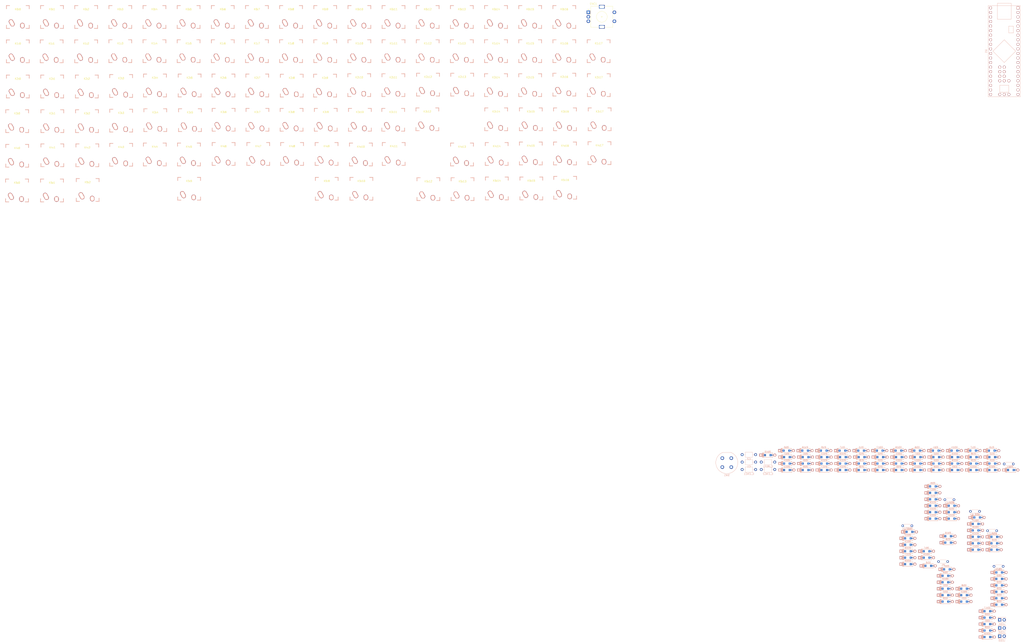
<source format=kicad_pcb>
(kicad_pcb (version 20171130) (host pcbnew "(5.1.0-0)")
  (layers (0 F.Cu signal) (31 B.Cu signal) (34 B.Paste user) (35 F.Paste user) (36 B.SilkS user) (37 F.SilkS user) (38 B.Mask user) (39 F.Mask user) (44 Edge.Cuts user))
  (net 0 "")
  (net 1 VCC)
  (net 2 GND)
  (net 3 +5V)
  (net 4 "Net-(C_REF1-Pad2)")
  (net 5 "Net-(D0:0-Pad2)")
  (net 6 /row0)
  (net 7 "Net-(D0:1-Pad2)")
  (net 8 "Net-(D0:2-Pad2)")
  (net 9 "Net-(D0:3-Pad2)")
  (net 10 "Net-(D0:4-Pad2)")
  (net 11 "Net-(D0:5-Pad2)")
  (net 12 "Net-(D0:6-Pad2)")
  (net 13 "Net-(D0:7-Pad2)")
  (net 14 "Net-(D0:8-Pad2)")
  (net 15 "Net-(D0:9-Pad2)")
  (net 16 "Net-(D0:10-Pad2)")
  (net 17 "Net-(D0:11-Pad2)")
  (net 18 "Net-(D0:12-Pad2)")
  (net 19 "Net-(D0:13-Pad2)")
  (net 20 "Net-(D0:14-Pad2)")
  (net 21 "Net-(D0:15-Pad2)")
  (net 22 "Net-(D0:16-Pad2)")
  (net 23 "Net-(D0:17-Pad2)")
  (net 24 "Net-(D1:0-Pad2)")
  (net 25 /row1)
  (net 26 "Net-(D1:1-Pad2)")
  (net 27 "Net-(D1:2-Pad2)")
  (net 28 "Net-(D1:3-Pad2)")
  (net 29 "Net-(D1:4-Pad2)")
  (net 30 "Net-(D1:5-Pad2)")
  (net 31 "Net-(D1:6-Pad2)")
  (net 32 "Net-(D1:7-Pad2)")
  (net 33 "Net-(D1:8-Pad2)")
  (net 34 "Net-(D1:9-Pad2)")
  (net 35 "Net-(D1:10-Pad2)")
  (net 36 "Net-(D1:11-Pad2)")
  (net 37 "Net-(D1:12-Pad2)")
  (net 38 "Net-(D1:13-Pad2)")
  (net 39 "Net-(D1:14-Pad2)")
  (net 40 "Net-(D1:15-Pad2)")
  (net 41 "Net-(D1:16-Pad2)")
  (net 42 "Net-(D1:17-Pad2)")
  (net 43 "Net-(D2:0-Pad2)")
  (net 44 /row2)
  (net 45 "Net-(D2:1-Pad2)")
  (net 46 "Net-(D2:2-Pad2)")
  (net 47 "Net-(D2:3-Pad2)")
  (net 48 "Net-(D2:4-Pad2)")
  (net 49 "Net-(D2:5-Pad2)")
  (net 50 "Net-(D2:6-Pad2)")
  (net 51 "Net-(D2:7-Pad2)")
  (net 52 "Net-(D2:8-Pad2)")
  (net 53 "Net-(D2:9-Pad2)")
  (net 54 "Net-(D2:10-Pad2)")
  (net 55 "Net-(D2:11-Pad2)")
  (net 56 "Net-(D2:12-Pad2)")
  (net 57 "Net-(D2:13-Pad2)")
  (net 58 "Net-(D2:14-Pad2)")
  (net 59 "Net-(D2:15-Pad2)")
  (net 60 "Net-(D2:16-Pad2)")
  (net 61 "Net-(D2:17-Pad2)")
  (net 62 "Net-(D3:0-Pad2)")
  (net 63 /row3)
  (net 64 "Net-(D3:1-Pad2)")
  (net 65 "Net-(D3:2-Pad2)")
  (net 66 "Net-(D3:3-Pad2)")
  (net 67 "Net-(D3:4-Pad2)")
  (net 68 "Net-(D3:5-Pad2)")
  (net 69 "Net-(D3:6-Pad2)")
  (net 70 "Net-(D3:7-Pad2)")
  (net 71 "Net-(D3:8-Pad2)")
  (net 72 "Net-(D3:9-Pad2)")
  (net 73 "Net-(D3:10-Pad2)")
  (net 74 "Net-(D3:11-Pad2)")
  (net 75 "Net-(D3:12-Pad2)")
  (net 76 "Net-(D3:14-Pad2)")
  (net 77 "Net-(D3:15-Pad2)")
  (net 78 "Net-(D3:16-Pad2)")
  (net 79 "Net-(D3:17-Pad2)")
  (net 80 "Net-(D4:0-Pad2)")
  (net 81 /row4)
  (net 82 "Net-(D4:1-Pad2)")
  (net 83 "Net-(D4:2-Pad2)")
  (net 84 "Net-(D4:3-Pad2)")
  (net 85 "Net-(D4:4-Pad2)")
  (net 86 "Net-(D4:5-Pad2)")
  (net 87 "Net-(D4:6-Pad2)")
  (net 88 "Net-(D4:7-Pad2)")
  (net 89 "Net-(D4:8-Pad2)")
  (net 90 "Net-(D4:9-Pad2)")
  (net 91 "Net-(D4:10-Pad2)")
  (net 92 "Net-(D4:11-Pad2)")
  (net 93 "Net-(D4:13-Pad2)")
  (net 94 "Net-(D4:14-Pad2)")
  (net 95 "Net-(D4:15-Pad2)")
  (net 96 "Net-(D4:16-Pad2)")
  (net 97 "Net-(D4:17-Pad2)")
  (net 98 "Net-(D5:0-Pad2)")
  (net 99 /row5)
  (net 100 "Net-(D5:1-Pad2)")
  (net 101 "Net-(D5:2-Pad2)")
  (net 102 "Net-(D5:5-Pad2)")
  (net 103 "Net-(D5:9-Pad2)")
  (net 104 "Net-(D5:10-Pad2)")
  (net 105 "Net-(D5:12-Pad2)")
  (net 106 "Net-(D5:13-Pad2)")
  (net 107 "Net-(D5:14-Pad2)")
  (net 108 "Net-(D5:15-Pad2)")
  (net 109 "Net-(D5:16-Pad2)")
  (net 110 /col17)
  (net 111 "Net-(ENC1-PadB)")
  (net 112 "Net-(ENC1-PadA)")
  (net 113 /col0)
  (net 114 /col1)
  (net 115 /col2)
  (net 116 /col3)
  (net 117 /col4)
  (net 118 /col5)
  (net 119 /col6)
  (net 120 /col7)
  (net 121 /col8)
  (net 122 /col9)
  (net 123 /col10)
  (net 124 /col11)
  (net 125 /col12)
  (net 126 /col13)
  (net 127 /col14)
  (net 128 /col15)
  (net 129 /col16)
  (net 130 "Net-(LED1-Pad1)")
  (net 131 /led1)
  (net 132 /led2)
  (net 133 "Net-(LED2-Pad1)")
  (net 134 "Net-(LED3-Pad1)")
  (net 135 /led3)
  (net 136 "Net-(R1-Pad2)")
  (net 137 "Net-(R2-Pad2)")
  (module Capacitor_THT:C_Axial_L3.8mm_D2.6mm_P7.50mm_Horizontal (layer B.Cu) (at 425.256251 269.567499)
    (fp_text reference C1 (at 3.75 2.42) (layer B.SilkS) (effects (justify mirror)))
    (fp_text value 0.1u)
    (pad 1 thru_hole circle (at 0 0) (size 1.6 1.6) (drill 0.8) (layers *.Cu *.Mask) (net 1 VCC))
    (pad 2 thru_hole oval (at 7.5 0) (size 1.6 1.6) (drill 0.8) (layers *.Cu *.Mask) (net 2 GND))
  )
  (module Capacitor_THT:C_Axial_L3.8mm_D2.6mm_P7.50mm_Horizontal (layer B.Cu) (at 425.256251 265.417499)
    (fp_text reference C2 (at 3.75 2.42) (layer B.SilkS) (effects (justify mirror)))
    (fp_text value 0.1u)
    (pad 2 thru_hole oval (at 7.5 0) (size 1.6 1.6) (drill 0.8) (layers *.Cu *.Mask) (net 2 GND))
    (pad 1 thru_hole circle (at 0 0) (size 1.6 1.6) (drill 0.8) (layers *.Cu *.Mask) (net 1 VCC))
  )
  (module Capacitor_THT:C_Axial_L3.8mm_D2.6mm_P7.50mm_Horizontal (layer B.Cu) (at 425.256251 273.717499)
    (fp_text reference C_ENC1 (at 3.75 2.42) (layer B.SilkS) (effects (justify mirror)))
    (fp_text value 0.1u)
    (pad 1 thru_hole circle (at 0 0) (size 1.6 1.6) (drill 0.8) (layers *.Cu *.Mask) (net 3 +5V))
    (pad 2 thru_hole oval (at 7.5 0) (size 1.6 1.6) (drill 0.8) (layers *.Cu *.Mask))
  )
  (module Capacitor_THT:C_Axial_L3.8mm_D2.6mm_P7.50mm_Horizontal (layer B.Cu) (at 435.906251 273.717499)
    (fp_text reference C_ENC2 (at 3.75 2.42) (layer B.SilkS) (effects (justify mirror)))
    (fp_text value 0.1u)
    (pad 1 thru_hole circle (at 0 0) (size 1.6 1.6) (drill 0.8) (layers *.Cu *.Mask))
    (pad 2 thru_hole oval (at 7.5 0) (size 1.6 1.6) (drill 0.8) (layers *.Cu *.Mask) (net 3 +5V))
  )
  (module Capacitor_THT:C_Axial_L3.8mm_D2.6mm_P7.50mm_Horizontal (layer B.Cu) (at 435.906251 269.567499)
    (fp_text reference C_REF1 (at 3.75 2.42) (layer B.SilkS) (effects (justify mirror)))
    (fp_text value 0.1u)
    (pad 2 thru_hole oval (at 7.5 0) (size 1.6 1.6) (drill 0.8) (layers *.Cu *.Mask) (net 4 "Net-(C_REF1-Pad2)"))
    (pad 1 thru_hole circle (at 0 0) (size 1.6 1.6) (drill 0.8) (layers *.Cu *.Mask) (net 3 +5V))
  )
  (module keyboard_parts:D_SOD123_axial (layer B.Cu) (at 539.345 329.319999)
    (fp_text reference D0:0 (at 0 -1.925) (layer B.SilkS) (effects (font (size 0.8 0.8)) (justify mirror)))
    (fp_text value D hide)
    (pad 2 smd rect (at 1.575 0) (size 1.2 1.2) (layers B.Cu B.Paste B.Mask) (net 5 "Net-(D0:0-Pad2)"))
    (pad 1 smd rect (at -1.575 0) (size 1.2 1.2) (layers B.Cu B.Paste B.Mask) (net 6 /row0))
    (pad 1 thru_hole rect (at -3.9 0) (size 1.6 1.6) (drill 0.7) (layers *.Cu *.Mask B.SilkS) (net 6 /row0))
    (pad 2 thru_hole circle (at 3.9 0) (size 1.6 1.6) (drill 0.7) (layers *.Cu *.Mask B.SilkS) (net 5 "Net-(D0:0-Pad2)"))
    (pad 1 smd rect (at -2.7 0) (size 2.5 0.5) (layers B.Cu) (net 6 /row0))
    (pad 2 smd rect (at 2.7 0) (size 2.5 0.5) (layers B.Cu) (net 5 "Net-(D0:0-Pad2)"))
  )
  (module keyboard_parts:D_SOD123_axial (layer B.Cu) (at 574.98125 273.992499)
    (fp_text reference D0:1 (at 0 -1.925) (layer B.SilkS) (effects (font (size 0.8 0.8)) (justify mirror)))
    (fp_text value D hide)
    (pad 2 smd rect (at 1.575 0) (size 1.2 1.2) (layers B.Cu B.Paste B.Mask) (net 7 "Net-(D0:1-Pad2)"))
    (pad 1 smd rect (at -1.575 0) (size 1.2 1.2) (layers B.Cu B.Paste B.Mask) (net 6 /row0))
    (pad 1 thru_hole rect (at -3.9 0) (size 1.6 1.6) (drill 0.7) (layers *.Cu *.Mask B.SilkS) (net 6 /row0))
    (pad 2 thru_hole circle (at 3.9 0) (size 1.6 1.6) (drill 0.7) (layers *.Cu *.Mask B.SilkS) (net 7 "Net-(D0:1-Pad2)"))
    (pad 1 smd rect (at -2.7 0) (size 2.5 0.5) (layers B.Cu) (net 6 /row0))
    (pad 2 smd rect (at 2.7 0) (size 2.5 0.5) (layers B.Cu) (net 7 "Net-(D0:1-Pad2)"))
  )
  (module keyboard_parts:D_SOD123_axial (layer B.Cu) (at 568.45625 331.043749)
    (fp_text reference D0:2 (at 0 -1.925) (layer B.SilkS) (effects (font (size 0.8 0.8)) (justify mirror)))
    (fp_text value D hide)
    (pad 2 smd rect (at 1.575 0) (size 1.2 1.2) (layers B.Cu B.Paste B.Mask) (net 8 "Net-(D0:2-Pad2)"))
    (pad 1 smd rect (at -1.575 0) (size 1.2 1.2) (layers B.Cu B.Paste B.Mask) (net 6 /row0))
    (pad 1 thru_hole rect (at -3.9 0) (size 1.6 1.6) (drill 0.7) (layers *.Cu *.Mask B.SilkS) (net 6 /row0))
    (pad 2 thru_hole circle (at 3.9 0) (size 1.6 1.6) (drill 0.7) (layers *.Cu *.Mask B.SilkS) (net 8 "Net-(D0:2-Pad2)"))
    (pad 1 smd rect (at -2.7 0) (size 2.5 0.5) (layers B.Cu) (net 6 /row0))
    (pad 2 smd rect (at 2.7 0) (size 2.5 0.5) (layers B.Cu) (net 8 "Net-(D0:2-Pad2)"))
  )
  (module keyboard_parts:D_SOD123_axial (layer B.Cu) (at 568.45625 334.643749)
    (fp_text reference D0:3 (at 0 -1.925) (layer B.SilkS) (effects (font (size 0.8 0.8)) (justify mirror)))
    (fp_text value D hide)
    (pad 2 smd rect (at 1.575 0) (size 1.2 1.2) (layers B.Cu B.Paste B.Mask) (net 9 "Net-(D0:3-Pad2)"))
    (pad 1 smd rect (at -1.575 0) (size 1.2 1.2) (layers B.Cu B.Paste B.Mask) (net 6 /row0))
    (pad 1 thru_hole rect (at -3.9 0) (size 1.6 1.6) (drill 0.7) (layers *.Cu *.Mask B.SilkS) (net 6 /row0))
    (pad 2 thru_hole circle (at 3.9 0) (size 1.6 1.6) (drill 0.7) (layers *.Cu *.Mask B.SilkS) (net 9 "Net-(D0:3-Pad2)"))
    (pad 1 smd rect (at -2.7 0) (size 2.5 0.5) (layers B.Cu) (net 6 /row0))
    (pad 2 smd rect (at 2.7 0) (size 2.5 0.5) (layers B.Cu) (net 9 "Net-(D0:3-Pad2)"))
  )
  (module keyboard_parts:D_SOD123_axial (layer B.Cu) (at 541.94 293.893749)
    (fp_text reference D0:4 (at 0 -1.925) (layer B.SilkS) (effects (font (size 0.8 0.8)) (justify mirror)))
    (fp_text value D hide)
    (pad 2 smd rect (at 1.575 0) (size 1.2 1.2) (layers B.Cu B.Paste B.Mask) (net 10 "Net-(D0:4-Pad2)"))
    (pad 1 smd rect (at -1.575 0) (size 1.2 1.2) (layers B.Cu B.Paste B.Mask) (net 6 /row0))
    (pad 1 thru_hole rect (at -3.9 0) (size 1.6 1.6) (drill 0.7) (layers *.Cu *.Mask B.SilkS) (net 6 /row0))
    (pad 2 thru_hole circle (at 3.9 0) (size 1.6 1.6) (drill 0.7) (layers *.Cu *.Mask B.SilkS) (net 10 "Net-(D0:4-Pad2)"))
    (pad 1 smd rect (at -2.7 0) (size 2.5 0.5) (layers B.Cu) (net 6 /row0))
    (pad 2 smd rect (at 2.7 0) (size 2.5 0.5) (layers B.Cu) (net 10 "Net-(D0:4-Pad2)"))
  )
  (module keyboard_parts:D_SOD123_axial (layer B.Cu) (at 565.72375 311.208749)
    (fp_text reference D0:5 (at 0 -1.925) (layer B.SilkS) (effects (font (size 0.8 0.8)) (justify mirror)))
    (fp_text value D hide)
    (pad 2 smd rect (at 1.575 0) (size 1.2 1.2) (layers B.Cu B.Paste B.Mask) (net 11 "Net-(D0:5-Pad2)"))
    (pad 1 smd rect (at -1.575 0) (size 1.2 1.2) (layers B.Cu B.Paste B.Mask) (net 6 /row0))
    (pad 1 thru_hole rect (at -3.9 0) (size 1.6 1.6) (drill 0.7) (layers *.Cu *.Mask B.SilkS) (net 6 /row0))
    (pad 2 thru_hole circle (at 3.9 0) (size 1.6 1.6) (drill 0.7) (layers *.Cu *.Mask B.SilkS) (net 11 "Net-(D0:5-Pad2)"))
    (pad 1 smd rect (at -2.7 0) (size 2.5 0.5) (layers B.Cu) (net 6 /row0))
    (pad 2 smd rect (at 2.7 0) (size 2.5 0.5) (layers B.Cu) (net 11 "Net-(D0:5-Pad2)"))
  )
  (module keyboard_parts:D_SOD123_axial (layer B.Cu) (at 531.54 283.093749)
    (fp_text reference D0:6 (at 0 -1.925) (layer B.SilkS) (effects (font (size 0.8 0.8)) (justify mirror)))
    (fp_text value D hide)
    (pad 2 smd rect (at 1.575 0) (size 1.2 1.2) (layers B.Cu B.Paste B.Mask) (net 12 "Net-(D0:6-Pad2)"))
    (pad 1 smd rect (at -1.575 0) (size 1.2 1.2) (layers B.Cu B.Paste B.Mask) (net 6 /row0))
    (pad 1 thru_hole rect (at -3.9 0) (size 1.6 1.6) (drill 0.7) (layers *.Cu *.Mask B.SilkS) (net 6 /row0))
    (pad 2 thru_hole circle (at 3.9 0) (size 1.6 1.6) (drill 0.7) (layers *.Cu *.Mask B.SilkS) (net 12 "Net-(D0:6-Pad2)"))
    (pad 1 smd rect (at -2.7 0) (size 2.5 0.5) (layers B.Cu) (net 6 /row0))
    (pad 2 smd rect (at 2.7 0) (size 2.5 0.5) (layers B.Cu) (net 12 "Net-(D0:6-Pad2)"))
  )
  (module keyboard_parts:D_SOD123_axial (layer B.Cu) (at 528.0075 319.242499)
    (fp_text reference D0:7 (at 0 -1.925) (layer B.SilkS) (effects (font (size 0.8 0.8)) (justify mirror)))
    (fp_text value D hide)
    (pad 2 smd rect (at 1.575 0) (size 1.2 1.2) (layers B.Cu B.Paste B.Mask) (net 13 "Net-(D0:7-Pad2)"))
    (pad 1 smd rect (at -1.575 0) (size 1.2 1.2) (layers B.Cu B.Paste B.Mask) (net 6 /row0))
    (pad 1 thru_hole rect (at -3.9 0) (size 1.6 1.6) (drill 0.7) (layers *.Cu *.Mask B.SilkS) (net 6 /row0))
    (pad 2 thru_hole circle (at 3.9 0) (size 1.6 1.6) (drill 0.7) (layers *.Cu *.Mask B.SilkS) (net 13 "Net-(D0:7-Pad2)"))
    (pad 1 smd rect (at -2.7 0) (size 2.5 0.5) (layers B.Cu) (net 6 /row0))
    (pad 2 smd rect (at 2.7 0) (size 2.5 0.5) (layers B.Cu) (net 13 "Net-(D0:7-Pad2)"))
  )
  (module keyboard_parts:D_SOD123_axial (layer B.Cu) (at 548.885 340.119999)
    (fp_text reference D0:8 (at 0 -1.925) (layer B.SilkS) (effects (font (size 0.8 0.8)) (justify mirror)))
    (fp_text value D hide)
    (pad 2 smd rect (at 1.575 0) (size 1.2 1.2) (layers B.Cu B.Paste B.Mask) (net 14 "Net-(D0:8-Pad2)"))
    (pad 1 smd rect (at -1.575 0) (size 1.2 1.2) (layers B.Cu B.Paste B.Mask) (net 6 /row0))
    (pad 1 thru_hole rect (at -3.9 0) (size 1.6 1.6) (drill 0.7) (layers *.Cu *.Mask B.SilkS) (net 6 /row0))
    (pad 2 thru_hole circle (at 3.9 0) (size 1.6 1.6) (drill 0.7) (layers *.Cu *.Mask B.SilkS) (net 14 "Net-(D0:8-Pad2)"))
    (pad 1 smd rect (at -2.7 0) (size 2.5 0.5) (layers B.Cu) (net 6 /row0))
    (pad 2 smd rect (at 2.7 0) (size 2.5 0.5) (layers B.Cu) (net 14 "Net-(D0:8-Pad2)"))
  )
  (module keyboard_parts:D_SOD123_axial (layer B.Cu) (at 538.485 332.919999)
    (fp_text reference D0:9 (at 0 -1.925) (layer B.SilkS) (effects (font (size 0.8 0.8)) (justify mirror)))
    (fp_text value D hide)
    (pad 2 smd rect (at 1.575 0) (size 1.2 1.2) (layers B.Cu B.Paste B.Mask) (net 15 "Net-(D0:9-Pad2)"))
    (pad 1 smd rect (at -1.575 0) (size 1.2 1.2) (layers B.Cu B.Paste B.Mask) (net 6 /row0))
    (pad 1 thru_hole rect (at -3.9 0) (size 1.6 1.6) (drill 0.7) (layers *.Cu *.Mask B.SilkS) (net 6 /row0))
    (pad 2 thru_hole circle (at 3.9 0) (size 1.6 1.6) (drill 0.7) (layers *.Cu *.Mask B.SilkS) (net 15 "Net-(D0:9-Pad2)"))
    (pad 1 smd rect (at -2.7 0) (size 2.5 0.5) (layers B.Cu) (net 6 /row0))
    (pad 2 smd rect (at 2.7 0) (size 2.5 0.5) (layers B.Cu) (net 15 "Net-(D0:9-Pad2)"))
  )
  (module keyboard_parts:D_SOD123_axial (layer B.Cu) (at 538.485 336.519999)
    (fp_text reference D0:10 (at 0 -1.925) (layer B.SilkS) (effects (font (size 0.8 0.8)) (justify mirror)))
    (fp_text value D hide)
    (pad 2 smd rect (at 1.575 0) (size 1.2 1.2) (layers B.Cu B.Paste B.Mask) (net 16 "Net-(D0:10-Pad2)"))
    (pad 1 smd rect (at -1.575 0) (size 1.2 1.2) (layers B.Cu B.Paste B.Mask) (net 6 /row0))
    (pad 1 thru_hole rect (at -3.9 0) (size 1.6 1.6) (drill 0.7) (layers *.Cu *.Mask B.SilkS) (net 6 /row0))
    (pad 2 thru_hole circle (at 3.9 0) (size 1.6 1.6) (drill 0.7) (layers *.Cu *.Mask B.SilkS) (net 16 "Net-(D0:10-Pad2)"))
    (pad 1 smd rect (at -2.7 0) (size 2.5 0.5) (layers B.Cu) (net 6 /row0))
    (pad 2 smd rect (at 2.7 0) (size 2.5 0.5) (layers B.Cu) (net 16 "Net-(D0:10-Pad2)"))
  )
  (module keyboard_parts:D_SOD123_axial (layer B.Cu) (at 517.6075 312.042499)
    (fp_text reference D0:11 (at 0 -1.925) (layer B.SilkS) (effects (font (size 0.8 0.8)) (justify mirror)))
    (fp_text value D hide)
    (pad 2 smd rect (at 1.575 0) (size 1.2 1.2) (layers B.Cu B.Paste B.Mask) (net 17 "Net-(D0:11-Pad2)"))
    (pad 1 smd rect (at -1.575 0) (size 1.2 1.2) (layers B.Cu B.Paste B.Mask) (net 6 /row0))
    (pad 1 thru_hole rect (at -3.9 0) (size 1.6 1.6) (drill 0.7) (layers *.Cu *.Mask B.SilkS) (net 6 /row0))
    (pad 2 thru_hole circle (at 3.9 0) (size 1.6 1.6) (drill 0.7) (layers *.Cu *.Mask B.SilkS) (net 17 "Net-(D0:11-Pad2)"))
    (pad 1 smd rect (at -2.7 0) (size 2.5 0.5) (layers B.Cu) (net 6 /row0))
    (pad 2 smd rect (at 2.7 0) (size 2.5 0.5) (layers B.Cu) (net 17 "Net-(D0:11-Pad2)"))
  )
  (module keyboard_parts:D_SOD123_axial (layer B.Cu) (at 548.885 343.719999)
    (fp_text reference D0:12 (at 0 -1.925) (layer B.SilkS) (effects (font (size 0.8 0.8)) (justify mirror)))
    (fp_text value D hide)
    (pad 2 smd rect (at 1.575 0) (size 1.2 1.2) (layers B.Cu B.Paste B.Mask) (net 18 "Net-(D0:12-Pad2)"))
    (pad 1 smd rect (at -1.575 0) (size 1.2 1.2) (layers B.Cu B.Paste B.Mask) (net 6 /row0))
    (pad 1 thru_hole rect (at -3.9 0) (size 1.6 1.6) (drill 0.7) (layers *.Cu *.Mask B.SilkS) (net 6 /row0))
    (pad 2 thru_hole circle (at 3.9 0) (size 1.6 1.6) (drill 0.7) (layers *.Cu *.Mask B.SilkS) (net 18 "Net-(D0:12-Pad2)"))
    (pad 1 smd rect (at -2.7 0) (size 2.5 0.5) (layers B.Cu) (net 6 /row0))
    (pad 2 smd rect (at 2.7 0) (size 2.5 0.5) (layers B.Cu) (net 18 "Net-(D0:12-Pad2)"))
  )
  (module keyboard_parts:D_SOD123_axial (layer B.Cu) (at 517.6075 315.642499)
    (fp_text reference D0:13 (at 0 -1.925) (layer B.SilkS) (effects (font (size 0.8 0.8)) (justify mirror)))
    (fp_text value D hide)
    (pad 2 smd rect (at 1.575 0) (size 1.2 1.2) (layers B.Cu B.Paste B.Mask) (net 19 "Net-(D0:13-Pad2)"))
    (pad 1 smd rect (at -1.575 0) (size 1.2 1.2) (layers B.Cu B.Paste B.Mask) (net 6 /row0))
    (pad 1 thru_hole rect (at -3.9 0) (size 1.6 1.6) (drill 0.7) (layers *.Cu *.Mask B.SilkS) (net 6 /row0))
    (pad 2 thru_hole circle (at 3.9 0) (size 1.6 1.6) (drill 0.7) (layers *.Cu *.Mask B.SilkS) (net 19 "Net-(D0:13-Pad2)"))
    (pad 1 smd rect (at -2.7 0) (size 2.5 0.5) (layers B.Cu) (net 6 /row0))
    (pad 2 smd rect (at 2.7 0) (size 2.5 0.5) (layers B.Cu) (net 19 "Net-(D0:13-Pad2)"))
  )
  (module keyboard_parts:D_SOD123_axial (layer B.Cu) (at 555.32375 304.008749)
    (fp_text reference D0:14 (at 0 -1.925) (layer B.SilkS) (effects (font (size 0.8 0.8)) (justify mirror)))
    (fp_text value D hide)
    (pad 2 smd rect (at 1.575 0) (size 1.2 1.2) (layers B.Cu B.Paste B.Mask) (net 20 "Net-(D0:14-Pad2)"))
    (pad 1 smd rect (at -1.575 0) (size 1.2 1.2) (layers B.Cu B.Paste B.Mask) (net 6 /row0))
    (pad 1 thru_hole rect (at -3.9 0) (size 1.6 1.6) (drill 0.7) (layers *.Cu *.Mask B.SilkS) (net 6 /row0))
    (pad 2 thru_hole circle (at 3.9 0) (size 1.6 1.6) (drill 0.7) (layers *.Cu *.Mask B.SilkS) (net 20 "Net-(D0:14-Pad2)"))
    (pad 1 smd rect (at -2.7 0) (size 2.5 0.5) (layers B.Cu) (net 6 /row0))
    (pad 2 smd rect (at 2.7 0) (size 2.5 0.5) (layers B.Cu) (net 20 "Net-(D0:14-Pad2)"))
  )
  (module keyboard_parts:D_SOD123_axial (layer B.Cu) (at 528.0075 322.842499)
    (fp_text reference D0:15 (at 0 -1.925) (layer B.SilkS) (effects (font (size 0.8 0.8)) (justify mirror)))
    (fp_text value D hide)
    (pad 2 smd rect (at 1.575 0) (size 1.2 1.2) (layers B.Cu B.Paste B.Mask) (net 21 "Net-(D0:15-Pad2)"))
    (pad 1 smd rect (at -1.575 0) (size 1.2 1.2) (layers B.Cu B.Paste B.Mask) (net 6 /row0))
    (pad 1 thru_hole rect (at -3.9 0) (size 1.6 1.6) (drill 0.7) (layers *.Cu *.Mask B.SilkS) (net 6 /row0))
    (pad 2 thru_hole circle (at 3.9 0) (size 1.6 1.6) (drill 0.7) (layers *.Cu *.Mask B.SilkS) (net 21 "Net-(D0:15-Pad2)"))
    (pad 1 smd rect (at -2.7 0) (size 2.5 0.5) (layers B.Cu) (net 6 /row0))
    (pad 2 smd rect (at 2.7 0) (size 2.5 0.5) (layers B.Cu) (net 21 "Net-(D0:15-Pad2)"))
  )
  (module keyboard_parts:D_SOD123_axial (layer B.Cu) (at 555.32375 307.608749)
    (fp_text reference D0:16 (at 0 -1.925) (layer B.SilkS) (effects (font (size 0.8 0.8)) (justify mirror)))
    (fp_text value D hide)
    (pad 2 smd rect (at 1.575 0) (size 1.2 1.2) (layers B.Cu B.Paste B.Mask) (net 22 "Net-(D0:16-Pad2)"))
    (pad 1 smd rect (at -1.575 0) (size 1.2 1.2) (layers B.Cu B.Paste B.Mask) (net 6 /row0))
    (pad 1 thru_hole rect (at -3.9 0) (size 1.6 1.6) (drill 0.7) (layers *.Cu *.Mask B.SilkS) (net 6 /row0))
    (pad 2 thru_hole circle (at 3.9 0) (size 1.6 1.6) (drill 0.7) (layers *.Cu *.Mask B.SilkS) (net 22 "Net-(D0:16-Pad2)"))
    (pad 1 smd rect (at -2.7 0) (size 2.5 0.5) (layers B.Cu) (net 6 /row0))
    (pad 2 smd rect (at 2.7 0) (size 2.5 0.5) (layers B.Cu) (net 22 "Net-(D0:16-Pad2)"))
  )
  (module keyboard_parts:D_SOD123_axial (layer B.Cu) (at 531.54 286.693749)
    (fp_text reference D0:17 (at 0 -1.925) (layer B.SilkS) (effects (font (size 0.8 0.8)) (justify mirror)))
    (fp_text value D hide)
    (pad 2 smd rect (at 2.7 0) (size 2.5 0.5) (layers B.Cu) (net 23 "Net-(D0:17-Pad2)"))
    (pad 1 smd rect (at -2.7 0) (size 2.5 0.5) (layers B.Cu) (net 6 /row0))
    (pad 2 thru_hole circle (at 3.9 0) (size 1.6 1.6) (drill 0.7) (layers *.Cu *.Mask B.SilkS) (net 23 "Net-(D0:17-Pad2)"))
    (pad 1 thru_hole rect (at -3.9 0) (size 1.6 1.6) (drill 0.7) (layers *.Cu *.Mask B.SilkS) (net 6 /row0))
    (pad 1 smd rect (at -1.575 0) (size 1.2 1.2) (layers B.Cu B.Paste B.Mask) (net 6 /row0))
    (pad 2 smd rect (at 1.575 0) (size 1.2 1.2) (layers B.Cu B.Paste B.Mask) (net 23 "Net-(D0:17-Pad2)"))
  )
  (module keyboard_parts:D_SOD123_axial (layer B.Cu) (at 565.72375 314.808749)
    (fp_text reference D1:0 (at 0 -1.925) (layer B.SilkS) (effects (font (size 0.8 0.8)) (justify mirror)))
    (fp_text value D hide)
    (pad 2 smd rect (at 1.575 0) (size 1.2 1.2) (layers B.Cu B.Paste B.Mask) (net 24 "Net-(D1:0-Pad2)"))
    (pad 1 smd rect (at -1.575 0) (size 1.2 1.2) (layers B.Cu B.Paste B.Mask) (net 25 /row1))
    (pad 1 thru_hole rect (at -3.9 0) (size 1.6 1.6) (drill 0.7) (layers *.Cu *.Mask B.SilkS) (net 25 /row1))
    (pad 2 thru_hole circle (at 3.9 0) (size 1.6 1.6) (drill 0.7) (layers *.Cu *.Mask B.SilkS) (net 24 "Net-(D1:0-Pad2)"))
    (pad 1 smd rect (at -2.7 0) (size 2.5 0.5) (layers B.Cu) (net 25 /row1))
    (pad 2 smd rect (at 2.7 0) (size 2.5 0.5) (layers B.Cu) (net 24 "Net-(D1:0-Pad2)"))
  )
  (module keyboard_parts:D_SOD123_axial (layer B.Cu) (at 531.54 290.293749)
    (fp_text reference D1:1 (at 0 -1.925) (layer B.SilkS) (effects (font (size 0.8 0.8)) (justify mirror)))
    (fp_text value D hide)
    (pad 2 smd rect (at 1.575 0) (size 1.2 1.2) (layers B.Cu B.Paste B.Mask) (net 26 "Net-(D1:1-Pad2)"))
    (pad 1 smd rect (at -1.575 0) (size 1.2 1.2) (layers B.Cu B.Paste B.Mask) (net 25 /row1))
    (pad 1 thru_hole rect (at -3.9 0) (size 1.6 1.6) (drill 0.7) (layers *.Cu *.Mask B.SilkS) (net 25 /row1))
    (pad 2 thru_hole circle (at 3.9 0) (size 1.6 1.6) (drill 0.7) (layers *.Cu *.Mask B.SilkS) (net 26 "Net-(D1:1-Pad2)"))
    (pad 1 smd rect (at -2.7 0) (size 2.5 0.5) (layers B.Cu) (net 25 /row1))
    (pad 2 smd rect (at 2.7 0) (size 2.5 0.5) (layers B.Cu) (net 26 "Net-(D1:1-Pad2)"))
  )
  (module keyboard_parts:D_SOD123_axial (layer B.Cu) (at 564.58125 266.792499)
    (fp_text reference D1:2 (at 0 -1.925) (layer B.SilkS) (effects (font (size 0.8 0.8)) (justify mirror)))
    (fp_text value D hide)
    (pad 2 smd rect (at 1.575 0) (size 1.2 1.2) (layers B.Cu B.Paste B.Mask) (net 27 "Net-(D1:2-Pad2)"))
    (pad 1 smd rect (at -1.575 0) (size 1.2 1.2) (layers B.Cu B.Paste B.Mask) (net 25 /row1))
    (pad 1 thru_hole rect (at -3.9 0) (size 1.6 1.6) (drill 0.7) (layers *.Cu *.Mask B.SilkS) (net 25 /row1))
    (pad 2 thru_hole circle (at 3.9 0) (size 1.6 1.6) (drill 0.7) (layers *.Cu *.Mask B.SilkS) (net 27 "Net-(D1:2-Pad2)"))
    (pad 1 smd rect (at -2.7 0) (size 2.5 0.5) (layers B.Cu) (net 25 /row1))
    (pad 2 smd rect (at 2.7 0) (size 2.5 0.5) (layers B.Cu) (net 27 "Net-(D1:2-Pad2)"))
  )
  (module keyboard_parts:D_SOD123_axial (layer B.Cu) (at 541.94 297.493749)
    (fp_text reference D1:3 (at 0 -1.925) (layer B.SilkS) (effects (font (size 0.8 0.8)) (justify mirror)))
    (fp_text value D hide)
    (pad 2 smd rect (at 1.575 0) (size 1.2 1.2) (layers B.Cu B.Paste B.Mask) (net 28 "Net-(D1:3-Pad2)"))
    (pad 1 smd rect (at -1.575 0) (size 1.2 1.2) (layers B.Cu B.Paste B.Mask) (net 25 /row1))
    (pad 1 thru_hole rect (at -3.9 0) (size 1.6 1.6) (drill 0.7) (layers *.Cu *.Mask B.SilkS) (net 25 /row1))
    (pad 2 thru_hole circle (at 3.9 0) (size 1.6 1.6) (drill 0.7) (layers *.Cu *.Mask B.SilkS) (net 28 "Net-(D1:3-Pad2)"))
    (pad 1 smd rect (at -2.7 0) (size 2.5 0.5) (layers B.Cu) (net 25 /row1))
    (pad 2 smd rect (at 2.7 0) (size 2.5 0.5) (layers B.Cu) (net 28 "Net-(D1:3-Pad2)"))
  )
  (module keyboard_parts:D_SOD123_axial (layer B.Cu) (at 564.58125 270.392499)
    (fp_text reference D1:4 (at 0 -1.925) (layer B.SilkS) (effects (font (size 0.8 0.8)) (justify mirror)))
    (fp_text value D hide)
    (pad 2 smd rect (at 1.575 0) (size 1.2 1.2) (layers B.Cu B.Paste B.Mask) (net 29 "Net-(D1:4-Pad2)"))
    (pad 1 smd rect (at -1.575 0) (size 1.2 1.2) (layers B.Cu B.Paste B.Mask) (net 25 /row1))
    (pad 1 thru_hole rect (at -3.9 0) (size 1.6 1.6) (drill 0.7) (layers *.Cu *.Mask B.SilkS) (net 25 /row1))
    (pad 2 thru_hole circle (at 3.9 0) (size 1.6 1.6) (drill 0.7) (layers *.Cu *.Mask B.SilkS) (net 29 "Net-(D1:4-Pad2)"))
    (pad 1 smd rect (at -2.7 0) (size 2.5 0.5) (layers B.Cu) (net 25 /row1))
    (pad 2 smd rect (at 2.7 0) (size 2.5 0.5) (layers B.Cu) (net 29 "Net-(D1:4-Pad2)"))
  )
  (module keyboard_parts:D_SOD123_axial (layer B.Cu) (at 564.33125 263.192499)
    (fp_text reference D1:5 (at 0 -1.925) (layer B.SilkS) (effects (font (size 0.8 0.8)) (justify mirror)))
    (fp_text value D hide)
    (pad 2 smd rect (at 1.575 0) (size 1.2 1.2) (layers B.Cu B.Paste B.Mask) (net 30 "Net-(D1:5-Pad2)"))
    (pad 1 smd rect (at -1.575 0) (size 1.2 1.2) (layers B.Cu B.Paste B.Mask) (net 25 /row1))
    (pad 1 thru_hole rect (at -3.9 0) (size 1.6 1.6) (drill 0.7) (layers *.Cu *.Mask B.SilkS) (net 25 /row1))
    (pad 2 thru_hole circle (at 3.9 0) (size 1.6 1.6) (drill 0.7) (layers *.Cu *.Mask B.SilkS) (net 30 "Net-(D1:5-Pad2)"))
    (pad 1 smd rect (at -2.7 0) (size 2.5 0.5) (layers B.Cu) (net 25 /row1))
    (pad 2 smd rect (at 2.7 0) (size 2.5 0.5) (layers B.Cu) (net 30 "Net-(D1:5-Pad2)"))
  )
  (module keyboard_parts:D_SOD123_axial (layer B.Cu) (at 540.00625 314.463749)
    (fp_text reference D1:6 (at 0 -1.925) (layer B.SilkS) (effects (font (size 0.8 0.8)) (justify mirror)))
    (fp_text value D hide)
    (pad 2 smd rect (at 1.575 0) (size 1.2 1.2) (layers B.Cu B.Paste B.Mask) (net 31 "Net-(D1:6-Pad2)"))
    (pad 1 smd rect (at -1.575 0) (size 1.2 1.2) (layers B.Cu B.Paste B.Mask) (net 25 /row1))
    (pad 1 thru_hole rect (at -3.9 0) (size 1.6 1.6) (drill 0.7) (layers *.Cu *.Mask B.SilkS) (net 25 /row1))
    (pad 2 thru_hole circle (at 3.9 0) (size 1.6 1.6) (drill 0.7) (layers *.Cu *.Mask B.SilkS) (net 31 "Net-(D1:6-Pad2)"))
    (pad 1 smd rect (at -2.7 0) (size 2.5 0.5) (layers B.Cu) (net 25 /row1))
    (pad 2 smd rect (at 2.7 0) (size 2.5 0.5) (layers B.Cu) (net 31 "Net-(D1:6-Pad2)"))
  )
  (module keyboard_parts:D_SOD123_axial (layer B.Cu) (at 553.93125 263.192499)
    (fp_text reference D1:7 (at 0 -1.925) (layer B.SilkS) (effects (font (size 0.8 0.8)) (justify mirror)))
    (fp_text value D hide)
    (pad 2 smd rect (at 1.575 0) (size 1.2 1.2) (layers B.Cu B.Paste B.Mask) (net 32 "Net-(D1:7-Pad2)"))
    (pad 1 smd rect (at -1.575 0) (size 1.2 1.2) (layers B.Cu B.Paste B.Mask) (net 25 /row1))
    (pad 1 thru_hole rect (at -3.9 0) (size 1.6 1.6) (drill 0.7) (layers *.Cu *.Mask B.SilkS) (net 25 /row1))
    (pad 2 thru_hole circle (at 3.9 0) (size 1.6 1.6) (drill 0.7) (layers *.Cu *.Mask B.SilkS) (net 32 "Net-(D1:7-Pad2)"))
    (pad 1 smd rect (at -2.7 0) (size 2.5 0.5) (layers B.Cu) (net 25 /row1))
    (pad 2 smd rect (at 2.7 0) (size 2.5 0.5) (layers B.Cu) (net 32 "Net-(D1:7-Pad2)"))
  )
  (module keyboard_parts:D_SOD123_axial (layer B.Cu) (at 554.18125 266.792499)
    (fp_text reference D1:8 (at 0 -1.925) (layer B.SilkS) (effects (font (size 0.8 0.8)) (justify mirror)))
    (fp_text value D hide)
    (pad 2 smd rect (at 1.575 0) (size 1.2 1.2) (layers B.Cu B.Paste B.Mask) (net 33 "Net-(D1:8-Pad2)"))
    (pad 1 smd rect (at -1.575 0) (size 1.2 1.2) (layers B.Cu B.Paste B.Mask) (net 25 /row1))
    (pad 1 thru_hole rect (at -3.9 0) (size 1.6 1.6) (drill 0.7) (layers *.Cu *.Mask B.SilkS) (net 25 /row1))
    (pad 2 thru_hole circle (at 3.9 0) (size 1.6 1.6) (drill 0.7) (layers *.Cu *.Mask B.SilkS) (net 33 "Net-(D1:8-Pad2)"))
    (pad 1 smd rect (at -2.7 0) (size 2.5 0.5) (layers B.Cu) (net 25 /row1))
    (pad 2 smd rect (at 2.7 0) (size 2.5 0.5) (layers B.Cu) (net 33 "Net-(D1:8-Pad2)"))
  )
  (module keyboard_parts:D_SOD123_axial (layer B.Cu) (at 554.18125 270.392499)
    (fp_text reference D1:9 (at 0 -1.925) (layer B.SilkS) (effects (font (size 0.8 0.8)) (justify mirror)))
    (fp_text value D hide)
    (pad 2 smd rect (at 1.575 0) (size 1.2 1.2) (layers B.Cu B.Paste B.Mask) (net 34 "Net-(D1:9-Pad2)"))
    (pad 1 smd rect (at -1.575 0) (size 1.2 1.2) (layers B.Cu B.Paste B.Mask) (net 25 /row1))
    (pad 1 thru_hole rect (at -3.9 0) (size 1.6 1.6) (drill 0.7) (layers *.Cu *.Mask B.SilkS) (net 25 /row1))
    (pad 2 thru_hole circle (at 3.9 0) (size 1.6 1.6) (drill 0.7) (layers *.Cu *.Mask B.SilkS) (net 34 "Net-(D1:9-Pad2)"))
    (pad 1 smd rect (at -2.7 0) (size 2.5 0.5) (layers B.Cu) (net 25 /row1))
    (pad 2 smd rect (at 2.7 0) (size 2.5 0.5) (layers B.Cu) (net 34 "Net-(D1:9-Pad2)"))
  )
  (module keyboard_parts:D_SOD123_axial (layer B.Cu) (at 531.54 293.893749)
    (fp_text reference D1:10 (at 0 -1.925) (layer B.SilkS) (effects (font (size 0.8 0.8)) (justify mirror)))
    (fp_text value D hide)
    (pad 2 smd rect (at 1.575 0) (size 1.2 1.2) (layers B.Cu B.Paste B.Mask) (net 35 "Net-(D1:10-Pad2)"))
    (pad 1 smd rect (at -1.575 0) (size 1.2 1.2) (layers B.Cu B.Paste B.Mask) (net 25 /row1))
    (pad 1 thru_hole rect (at -3.9 0) (size 1.6 1.6) (drill 0.7) (layers *.Cu *.Mask B.SilkS) (net 25 /row1))
    (pad 2 thru_hole circle (at 3.9 0) (size 1.6 1.6) (drill 0.7) (layers *.Cu *.Mask B.SilkS) (net 35 "Net-(D1:10-Pad2)"))
    (pad 1 smd rect (at -2.7 0) (size 2.5 0.5) (layers B.Cu) (net 25 /row1))
    (pad 2 smd rect (at 2.7 0) (size 2.5 0.5) (layers B.Cu) (net 35 "Net-(D1:10-Pad2)"))
  )
  (module keyboard_parts:D_SOD123_axial (layer B.Cu) (at 531.54 297.493749)
    (fp_text reference D1:11 (at 0 -1.925) (layer B.SilkS) (effects (font (size 0.8 0.8)) (justify mirror)))
    (fp_text value D hide)
    (pad 2 smd rect (at 1.575 0) (size 1.2 1.2) (layers B.Cu B.Paste B.Mask) (net 36 "Net-(D1:11-Pad2)"))
    (pad 1 smd rect (at -1.575 0) (size 1.2 1.2) (layers B.Cu B.Paste B.Mask) (net 25 /row1))
    (pad 1 thru_hole rect (at -3.9 0) (size 1.6 1.6) (drill 0.7) (layers *.Cu *.Mask B.SilkS) (net 25 /row1))
    (pad 2 thru_hole circle (at 3.9 0) (size 1.6 1.6) (drill 0.7) (layers *.Cu *.Mask B.SilkS) (net 36 "Net-(D1:11-Pad2)"))
    (pad 1 smd rect (at -2.7 0) (size 2.5 0.5) (layers B.Cu) (net 25 /row1))
    (pad 2 smd rect (at 2.7 0) (size 2.5 0.5) (layers B.Cu) (net 36 "Net-(D1:11-Pad2)"))
  )
  (module keyboard_parts:D_SOD123_axial (layer B.Cu) (at 541.94 301.093749)
    (fp_text reference D1:12 (at 0 -1.925) (layer B.SilkS) (effects (font (size 0.8 0.8)) (justify mirror)))
    (fp_text value D hide)
    (pad 2 smd rect (at 1.575 0) (size 1.2 1.2) (layers B.Cu B.Paste B.Mask) (net 37 "Net-(D1:12-Pad2)"))
    (pad 1 smd rect (at -1.575 0) (size 1.2 1.2) (layers B.Cu B.Paste B.Mask) (net 25 /row1))
    (pad 1 thru_hole rect (at -3.9 0) (size 1.6 1.6) (drill 0.7) (layers *.Cu *.Mask B.SilkS) (net 25 /row1))
    (pad 2 thru_hole circle (at 3.9 0) (size 1.6 1.6) (drill 0.7) (layers *.Cu *.Mask B.SilkS) (net 37 "Net-(D1:12-Pad2)"))
    (pad 1 smd rect (at -2.7 0) (size 2.5 0.5) (layers B.Cu) (net 25 /row1))
    (pad 2 smd rect (at 2.7 0) (size 2.5 0.5) (layers B.Cu) (net 37 "Net-(D1:12-Pad2)"))
  )
  (module keyboard_parts:D_SOD123_axial (layer B.Cu) (at 555.32375 311.208749)
    (fp_text reference D1:13 (at 0 -1.925) (layer B.SilkS) (effects (font (size 0.8 0.8)) (justify mirror)))
    (fp_text value D hide)
    (pad 2 smd rect (at 1.575 0) (size 1.2 1.2) (layers B.Cu B.Paste B.Mask) (net 38 "Net-(D1:13-Pad2)"))
    (pad 1 smd rect (at -1.575 0) (size 1.2 1.2) (layers B.Cu B.Paste B.Mask) (net 25 /row1))
    (pad 1 thru_hole rect (at -3.9 0) (size 1.6 1.6) (drill 0.7) (layers *.Cu *.Mask B.SilkS) (net 25 /row1))
    (pad 2 thru_hole circle (at 3.9 0) (size 1.6 1.6) (drill 0.7) (layers *.Cu *.Mask B.SilkS) (net 38 "Net-(D1:13-Pad2)"))
    (pad 1 smd rect (at -2.7 0) (size 2.5 0.5) (layers B.Cu) (net 25 /row1))
    (pad 2 smd rect (at 2.7 0) (size 2.5 0.5) (layers B.Cu) (net 38 "Net-(D1:13-Pad2)"))
  )
  (module keyboard_parts:D_SOD123_axial (layer B.Cu) (at 555.32375 314.808749)
    (fp_text reference D1:14 (at 0 -1.925) (layer B.SilkS) (effects (font (size 0.8 0.8)) (justify mirror)))
    (fp_text value D hide)
    (pad 2 smd rect (at 1.575 0) (size 1.2 1.2) (layers B.Cu B.Paste B.Mask) (net 39 "Net-(D1:14-Pad2)"))
    (pad 1 smd rect (at -1.575 0) (size 1.2 1.2) (layers B.Cu B.Paste B.Mask) (net 25 /row1))
    (pad 1 thru_hole rect (at -3.9 0) (size 1.6 1.6) (drill 0.7) (layers *.Cu *.Mask B.SilkS) (net 25 /row1))
    (pad 2 thru_hole circle (at 3.9 0) (size 1.6 1.6) (drill 0.7) (layers *.Cu *.Mask B.SilkS) (net 39 "Net-(D1:14-Pad2)"))
    (pad 1 smd rect (at -2.7 0) (size 2.5 0.5) (layers B.Cu) (net 25 /row1))
    (pad 2 smd rect (at 2.7 0) (size 2.5 0.5) (layers B.Cu) (net 39 "Net-(D1:14-Pad2)"))
  )
  (module keyboard_parts:D_SOD123_axial (layer B.Cu) (at 565.72375 318.408749)
    (fp_text reference D1:15 (at 0 -1.925) (layer B.SilkS) (effects (font (size 0.8 0.8)) (justify mirror)))
    (fp_text value D hide)
    (pad 2 smd rect (at 1.575 0) (size 1.2 1.2) (layers B.Cu B.Paste B.Mask) (net 40 "Net-(D1:15-Pad2)"))
    (pad 1 smd rect (at -1.575 0) (size 1.2 1.2) (layers B.Cu B.Paste B.Mask) (net 25 /row1))
    (pad 1 thru_hole rect (at -3.9 0) (size 1.6 1.6) (drill 0.7) (layers *.Cu *.Mask B.SilkS) (net 25 /row1))
    (pad 2 thru_hole circle (at 3.9 0) (size 1.6 1.6) (drill 0.7) (layers *.Cu *.Mask B.SilkS) (net 40 "Net-(D1:15-Pad2)"))
    (pad 1 smd rect (at -2.7 0) (size 2.5 0.5) (layers B.Cu) (net 25 /row1))
    (pad 2 smd rect (at 2.7 0) (size 2.5 0.5) (layers B.Cu) (net 40 "Net-(D1:15-Pad2)"))
  )
  (module keyboard_parts:D_SOD123_axial (layer B.Cu) (at 517.6075 319.242499)
    (fp_text reference D1:16 (at 0 -1.925) (layer B.SilkS) (effects (font (size 0.8 0.8)) (justify mirror)))
    (fp_text value D hide)
    (pad 2 smd rect (at 1.575 0) (size 1.2 1.2) (layers B.Cu B.Paste B.Mask) (net 41 "Net-(D1:16-Pad2)"))
    (pad 1 smd rect (at -1.575 0) (size 1.2 1.2) (layers B.Cu B.Paste B.Mask) (net 25 /row1))
    (pad 1 thru_hole rect (at -3.9 0) (size 1.6 1.6) (drill 0.7) (layers *.Cu *.Mask B.SilkS) (net 25 /row1))
    (pad 2 thru_hole circle (at 3.9 0) (size 1.6 1.6) (drill 0.7) (layers *.Cu *.Mask B.SilkS) (net 41 "Net-(D1:16-Pad2)"))
    (pad 1 smd rect (at -2.7 0) (size 2.5 0.5) (layers B.Cu) (net 25 /row1))
    (pad 2 smd rect (at 2.7 0) (size 2.5 0.5) (layers B.Cu) (net 41 "Net-(D1:16-Pad2)"))
  )
  (module keyboard_parts:D_SOD123_axial (layer B.Cu) (at 517.6075 322.842499)
    (fp_text reference D1:17 (at 0 -1.925) (layer B.SilkS) (effects (font (size 0.8 0.8)) (justify mirror)))
    (fp_text value D hide)
    (pad 2 smd rect (at 2.7 0) (size 2.5 0.5) (layers B.Cu) (net 42 "Net-(D1:17-Pad2)"))
    (pad 1 smd rect (at -2.7 0) (size 2.5 0.5) (layers B.Cu) (net 25 /row1))
    (pad 2 thru_hole circle (at 3.9 0) (size 1.6 1.6) (drill 0.7) (layers *.Cu *.Mask B.SilkS) (net 42 "Net-(D1:17-Pad2)"))
    (pad 1 thru_hole rect (at -3.9 0) (size 1.6 1.6) (drill 0.7) (layers *.Cu *.Mask B.SilkS) (net 25 /row1))
    (pad 1 smd rect (at -1.575 0) (size 1.2 1.2) (layers B.Cu B.Paste B.Mask) (net 25 /row1))
    (pad 2 smd rect (at 1.575 0) (size 1.2 1.2) (layers B.Cu B.Paste B.Mask) (net 42 "Net-(D1:17-Pad2)"))
  )
  (module keyboard_parts:D_SOD123_axial (layer B.Cu) (at 528.945 327.379999)
    (fp_text reference D2:0 (at 0 -1.925) (layer B.SilkS) (effects (font (size 0.8 0.8)) (justify mirror)))
    (fp_text value D hide)
    (pad 2 smd rect (at 2.7 0) (size 2.5 0.5) (layers B.Cu) (net 43 "Net-(D2:0-Pad2)"))
    (pad 1 smd rect (at -2.7 0) (size 2.5 0.5) (layers B.Cu) (net 44 /row2))
    (pad 2 thru_hole circle (at 3.9 0) (size 1.6 1.6) (drill 0.7) (layers *.Cu *.Mask B.SilkS) (net 43 "Net-(D2:0-Pad2)"))
    (pad 1 thru_hole rect (at -3.9 0) (size 1.6 1.6) (drill 0.7) (layers *.Cu *.Mask B.SilkS) (net 44 /row2))
    (pad 1 smd rect (at -1.575 0) (size 1.2 1.2) (layers B.Cu B.Paste B.Mask) (net 44 /row2))
    (pad 2 smd rect (at 1.575 0) (size 1.2 1.2) (layers B.Cu B.Paste B.Mask) (net 43 "Net-(D2:0-Pad2)"))
  )
  (module keyboard_parts:D_SOD123_axial (layer B.Cu) (at 538.485 340.119999)
    (fp_text reference D2:1 (at 0 -1.925) (layer B.SilkS) (effects (font (size 0.8 0.8)) (justify mirror)))
    (fp_text value D hide)
    (pad 2 smd rect (at 2.7 0) (size 2.5 0.5) (layers B.Cu) (net 45 "Net-(D2:1-Pad2)"))
    (pad 1 smd rect (at -2.7 0) (size 2.5 0.5) (layers B.Cu) (net 44 /row2))
    (pad 2 thru_hole circle (at 3.9 0) (size 1.6 1.6) (drill 0.7) (layers *.Cu *.Mask B.SilkS) (net 45 "Net-(D2:1-Pad2)"))
    (pad 1 thru_hole rect (at -3.9 0) (size 1.6 1.6) (drill 0.7) (layers *.Cu *.Mask B.SilkS) (net 44 /row2))
    (pad 1 smd rect (at -1.575 0) (size 1.2 1.2) (layers B.Cu B.Paste B.Mask) (net 44 /row2))
    (pad 2 smd rect (at 1.575 0) (size 1.2 1.2) (layers B.Cu B.Paste B.Mask) (net 45 "Net-(D2:1-Pad2)"))
  )
  (module keyboard_parts:D_SOD123_axial (layer B.Cu) (at 538.485 343.719999)
    (fp_text reference D2:2 (at 0 -1.925) (layer B.SilkS) (effects (font (size 0.8 0.8)) (justify mirror)))
    (fp_text value D hide)
    (pad 2 smd rect (at 2.7 0) (size 2.5 0.5) (layers B.Cu) (net 46 "Net-(D2:2-Pad2)"))
    (pad 1 smd rect (at -2.7 0) (size 2.5 0.5) (layers B.Cu) (net 44 /row2))
    (pad 2 thru_hole circle (at 3.9 0) (size 1.6 1.6) (drill 0.7) (layers *.Cu *.Mask B.SilkS) (net 46 "Net-(D2:2-Pad2)"))
    (pad 1 thru_hole rect (at -3.9 0) (size 1.6 1.6) (drill 0.7) (layers *.Cu *.Mask B.SilkS) (net 44 /row2))
    (pad 1 smd rect (at -1.575 0) (size 1.2 1.2) (layers B.Cu B.Paste B.Mask) (net 44 /row2))
    (pad 2 smd rect (at 1.575 0) (size 1.2 1.2) (layers B.Cu B.Paste B.Mask) (net 46 "Net-(D2:2-Pad2)"))
  )
  (module keyboard_parts:D_SOD123_axial (layer B.Cu) (at 568.45625 338.243749)
    (fp_text reference D2:3 (at 0 -1.925) (layer B.SilkS) (effects (font (size 0.8 0.8)) (justify mirror)))
    (fp_text value D hide)
    (pad 2 smd rect (at 2.7 0) (size 2.5 0.5) (layers B.Cu) (net 47 "Net-(D2:3-Pad2)"))
    (pad 1 smd rect (at -2.7 0) (size 2.5 0.5) (layers B.Cu) (net 44 /row2))
    (pad 2 thru_hole circle (at 3.9 0) (size 1.6 1.6) (drill 0.7) (layers *.Cu *.Mask B.SilkS) (net 47 "Net-(D2:3-Pad2)"))
    (pad 1 thru_hole rect (at -3.9 0) (size 1.6 1.6) (drill 0.7) (layers *.Cu *.Mask B.SilkS) (net 44 /row2))
    (pad 1 smd rect (at -1.575 0) (size 1.2 1.2) (layers B.Cu B.Paste B.Mask) (net 44 /row2))
    (pad 2 smd rect (at 1.575 0) (size 1.2 1.2) (layers B.Cu B.Paste B.Mask) (net 47 "Net-(D2:3-Pad2)"))
  )
  (module keyboard_parts:D_SOD123_axial (layer B.Cu) (at 548.885 347.319999)
    (fp_text reference D2:4 (at 0 -1.925) (layer B.SilkS) (effects (font (size 0.8 0.8)) (justify mirror)))
    (fp_text value D hide)
    (pad 2 smd rect (at 2.7 0) (size 2.5 0.5) (layers B.Cu) (net 48 "Net-(D2:4-Pad2)"))
    (pad 1 smd rect (at -2.7 0) (size 2.5 0.5) (layers B.Cu) (net 44 /row2))
    (pad 2 thru_hole circle (at 3.9 0) (size 1.6 1.6) (drill 0.7) (layers *.Cu *.Mask B.SilkS) (net 48 "Net-(D2:4-Pad2)"))
    (pad 1 thru_hole rect (at -3.9 0) (size 1.6 1.6) (drill 0.7) (layers *.Cu *.Mask B.SilkS) (net 44 /row2))
    (pad 1 smd rect (at -1.575 0) (size 1.2 1.2) (layers B.Cu B.Paste B.Mask) (net 44 /row2))
    (pad 2 smd rect (at 1.575 0) (size 1.2 1.2) (layers B.Cu B.Paste B.Mask) (net 48 "Net-(D2:4-Pad2)"))
  )
  (module keyboard_parts:D_SOD123_axial (layer B.Cu) (at 568.45625 341.843749)
    (fp_text reference D2:5 (at 0 -1.925) (layer B.SilkS) (effects (font (size 0.8 0.8)) (justify mirror)))
    (fp_text value D hide)
    (pad 2 smd rect (at 2.7 0) (size 2.5 0.5) (layers B.Cu) (net 49 "Net-(D2:5-Pad2)"))
    (pad 1 smd rect (at -2.7 0) (size 2.5 0.5) (layers B.Cu) (net 44 /row2))
    (pad 2 thru_hole circle (at 3.9 0) (size 1.6 1.6) (drill 0.7) (layers *.Cu *.Mask B.SilkS) (net 49 "Net-(D2:5-Pad2)"))
    (pad 1 thru_hole rect (at -3.9 0) (size 1.6 1.6) (drill 0.7) (layers *.Cu *.Mask B.SilkS) (net 44 /row2))
    (pad 1 smd rect (at -1.575 0) (size 1.2 1.2) (layers B.Cu B.Paste B.Mask) (net 44 /row2))
    (pad 2 smd rect (at 1.575 0) (size 1.2 1.2) (layers B.Cu B.Paste B.Mask) (net 49 "Net-(D2:5-Pad2)"))
  )
  (module keyboard_parts:D_SOD123_axial (layer B.Cu) (at 568.45625 345.443749)
    (fp_text reference D2:6 (at 0 -1.925) (layer B.SilkS) (effects (font (size 0.8 0.8)) (justify mirror)))
    (fp_text value D hide)
    (pad 2 smd rect (at 2.7 0) (size 2.5 0.5) (layers B.Cu) (net 50 "Net-(D2:6-Pad2)"))
    (pad 1 smd rect (at -2.7 0) (size 2.5 0.5) (layers B.Cu) (net 44 /row2))
    (pad 2 thru_hole circle (at 3.9 0) (size 1.6 1.6) (drill 0.7) (layers *.Cu *.Mask B.SilkS) (net 50 "Net-(D2:6-Pad2)"))
    (pad 1 thru_hole rect (at -3.9 0) (size 1.6 1.6) (drill 0.7) (layers *.Cu *.Mask B.SilkS) (net 44 /row2))
    (pad 1 smd rect (at -1.575 0) (size 1.2 1.2) (layers B.Cu B.Paste B.Mask) (net 44 /row2))
    (pad 2 smd rect (at 1.575 0) (size 1.2 1.2) (layers B.Cu B.Paste B.Mask) (net 50 "Net-(D2:6-Pad2)"))
  )
  (module keyboard_parts:D_SOD123_axial (layer B.Cu) (at 556.18375 300.408749)
    (fp_text reference D2:7 (at 0 -1.925) (layer B.SilkS) (effects (font (size 0.8 0.8)) (justify mirror)))
    (fp_text value D hide)
    (pad 2 smd rect (at 2.7 0) (size 2.5 0.5) (layers B.Cu) (net 51 "Net-(D2:7-Pad2)"))
    (pad 1 smd rect (at -2.7 0) (size 2.5 0.5) (layers B.Cu) (net 44 /row2))
    (pad 2 thru_hole circle (at 3.9 0) (size 1.6 1.6) (drill 0.7) (layers *.Cu *.Mask B.SilkS) (net 51 "Net-(D2:7-Pad2)"))
    (pad 1 thru_hole rect (at -3.9 0) (size 1.6 1.6) (drill 0.7) (layers *.Cu *.Mask B.SilkS) (net 44 /row2))
    (pad 1 smd rect (at -1.575 0) (size 1.2 1.2) (layers B.Cu B.Paste B.Mask) (net 44 /row2))
    (pad 2 smd rect (at 1.575 0) (size 1.2 1.2) (layers B.Cu B.Paste B.Mask) (net 51 "Net-(D2:7-Pad2)"))
  )
  (module keyboard_parts:D_SOD123_axial (layer B.Cu) (at 568.45625 349.043749)
    (fp_text reference D2:8 (at 0 -1.925) (layer B.SilkS) (effects (font (size 0.8 0.8)) (justify mirror)))
    (fp_text value D hide)
    (pad 2 smd rect (at 2.7 0) (size 2.5 0.5) (layers B.Cu) (net 52 "Net-(D2:8-Pad2)"))
    (pad 1 smd rect (at -2.7 0) (size 2.5 0.5) (layers B.Cu) (net 44 /row2))
    (pad 2 thru_hole circle (at 3.9 0) (size 1.6 1.6) (drill 0.7) (layers *.Cu *.Mask B.SilkS) (net 52 "Net-(D2:8-Pad2)"))
    (pad 1 thru_hole rect (at -3.9 0) (size 1.6 1.6) (drill 0.7) (layers *.Cu *.Mask B.SilkS) (net 44 /row2))
    (pad 1 smd rect (at -1.575 0) (size 1.2 1.2) (layers B.Cu B.Paste B.Mask) (net 44 /row2))
    (pad 2 smd rect (at 1.575 0) (size 1.2 1.2) (layers B.Cu B.Paste B.Mask) (net 52 "Net-(D2:8-Pad2)"))
  )
  (module keyboard_parts:D_SOD123_axial (layer B.Cu) (at 538.485 347.319999)
    (fp_text reference D2:9 (at 0 -1.925) (layer B.SilkS) (effects (font (size 0.8 0.8)) (justify mirror)))
    (fp_text value D hide)
    (pad 2 smd rect (at 2.7 0) (size 2.5 0.5) (layers B.Cu) (net 53 "Net-(D2:9-Pad2)"))
    (pad 1 smd rect (at -2.7 0) (size 2.5 0.5) (layers B.Cu) (net 44 /row2))
    (pad 2 thru_hole circle (at 3.9 0) (size 1.6 1.6) (drill 0.7) (layers *.Cu *.Mask B.SilkS) (net 53 "Net-(D2:9-Pad2)"))
    (pad 1 thru_hole rect (at -3.9 0) (size 1.6 1.6) (drill 0.7) (layers *.Cu *.Mask B.SilkS) (net 44 /row2))
    (pad 1 smd rect (at -1.575 0) (size 1.2 1.2) (layers B.Cu B.Paste B.Mask) (net 44 /row2))
    (pad 2 smd rect (at 1.575 0) (size 1.2 1.2) (layers B.Cu B.Paste B.Mask) (net 53 "Net-(D2:9-Pad2)"))
  )
  (module keyboard_parts:D_SOD123_axial (layer B.Cu) (at 517.6075 326.442499)
    (fp_text reference D2:10 (at 0 -1.925) (layer B.SilkS) (effects (font (size 0.8 0.8)) (justify mirror)))
    (fp_text value D hide)
    (pad 2 smd rect (at 2.7 0) (size 2.5 0.5) (layers B.Cu) (net 54 "Net-(D2:10-Pad2)"))
    (pad 1 smd rect (at -2.7 0) (size 2.5 0.5) (layers B.Cu) (net 44 /row2))
    (pad 2 thru_hole circle (at 3.9 0) (size 1.6 1.6) (drill 0.7) (layers *.Cu *.Mask B.SilkS) (net 54 "Net-(D2:10-Pad2)"))
    (pad 1 thru_hole rect (at -3.9 0) (size 1.6 1.6) (drill 0.7) (layers *.Cu *.Mask B.SilkS) (net 44 /row2))
    (pad 1 smd rect (at -1.575 0) (size 1.2 1.2) (layers B.Cu B.Paste B.Mask) (net 44 /row2))
    (pad 2 smd rect (at 1.575 0) (size 1.2 1.2) (layers B.Cu B.Paste B.Mask) (net 54 "Net-(D2:10-Pad2)"))
  )
  (module keyboard_parts:D_SOD123_axial (layer B.Cu) (at 555.32375 318.408749)
    (fp_text reference D2:11 (at 0 -1.925) (layer B.SilkS) (effects (font (size 0.8 0.8)) (justify mirror)))
    (fp_text value D hide)
    (pad 2 smd rect (at 2.7 0) (size 2.5 0.5) (layers B.Cu) (net 55 "Net-(D2:11-Pad2)"))
    (pad 1 smd rect (at -2.7 0) (size 2.5 0.5) (layers B.Cu) (net 44 /row2))
    (pad 2 thru_hole circle (at 3.9 0) (size 1.6 1.6) (drill 0.7) (layers *.Cu *.Mask B.SilkS) (net 55 "Net-(D2:11-Pad2)"))
    (pad 1 thru_hole rect (at -3.9 0) (size 1.6 1.6) (drill 0.7) (layers *.Cu *.Mask B.SilkS) (net 44 /row2))
    (pad 1 smd rect (at -1.575 0) (size 1.2 1.2) (layers B.Cu B.Paste B.Mask) (net 44 /row2))
    (pad 2 smd rect (at 1.575 0) (size 1.2 1.2) (layers B.Cu B.Paste B.Mask) (net 55 "Net-(D2:11-Pad2)"))
  )
  (module keyboard_parts:D_SOD123_axial (layer B.Cu) (at 531.54 301.093749)
    (fp_text reference D2:12 (at 0 -1.925) (layer B.SilkS) (effects (font (size 0.8 0.8)) (justify mirror)))
    (fp_text value D hide)
    (pad 2 smd rect (at 2.7 0) (size 2.5 0.5) (layers B.Cu) (net 56 "Net-(D2:12-Pad2)"))
    (pad 1 smd rect (at -2.7 0) (size 2.5 0.5) (layers B.Cu) (net 44 /row2))
    (pad 2 thru_hole circle (at 3.9 0) (size 1.6 1.6) (drill 0.7) (layers *.Cu *.Mask B.SilkS) (net 56 "Net-(D2:12-Pad2)"))
    (pad 1 thru_hole rect (at -3.9 0) (size 1.6 1.6) (drill 0.7) (layers *.Cu *.Mask B.SilkS) (net 44 /row2))
    (pad 1 smd rect (at -1.575 0) (size 1.2 1.2) (layers B.Cu B.Paste B.Mask) (net 44 /row2))
    (pad 2 smd rect (at 1.575 0) (size 1.2 1.2) (layers B.Cu B.Paste B.Mask) (net 56 "Net-(D2:12-Pad2)"))
  )
  (module keyboard_parts:D_SOD123_axial (layer B.Cu) (at 554.18125 273.992499)
    (fp_text reference D2:13 (at 0 -1.925) (layer B.SilkS) (effects (font (size 0.8 0.8)) (justify mirror)))
    (fp_text value D hide)
    (pad 2 smd rect (at 2.7 0) (size 2.5 0.5) (layers B.Cu) (net 57 "Net-(D2:13-Pad2)"))
    (pad 1 smd rect (at -2.7 0) (size 2.5 0.5) (layers B.Cu) (net 44 /row2))
    (pad 2 thru_hole circle (at 3.9 0) (size 1.6 1.6) (drill 0.7) (layers *.Cu *.Mask B.SilkS) (net 57 "Net-(D2:13-Pad2)"))
    (pad 1 thru_hole rect (at -3.9 0) (size 1.6 1.6) (drill 0.7) (layers *.Cu *.Mask B.SilkS) (net 44 /row2))
    (pad 1 smd rect (at -1.575 0) (size 1.2 1.2) (layers B.Cu B.Paste B.Mask) (net 44 /row2))
    (pad 2 smd rect (at 1.575 0) (size 1.2 1.2) (layers B.Cu B.Paste B.Mask) (net 57 "Net-(D2:13-Pad2)"))
  )
  (module keyboard_parts:D_SOD123_axial (layer B.Cu) (at 543.53125 263.192499)
    (fp_text reference D2:14 (at 0 -1.925) (layer B.SilkS) (effects (font (size 0.8 0.8)) (justify mirror)))
    (fp_text value D hide)
    (pad 2 smd rect (at 2.7 0) (size 2.5 0.5) (layers B.Cu) (net 58 "Net-(D2:14-Pad2)"))
    (pad 1 smd rect (at -2.7 0) (size 2.5 0.5) (layers B.Cu) (net 44 /row2))
    (pad 2 thru_hole circle (at 3.9 0) (size 1.6 1.6) (drill 0.7) (layers *.Cu *.Mask B.SilkS) (net 58 "Net-(D2:14-Pad2)"))
    (pad 1 thru_hole rect (at -3.9 0) (size 1.6 1.6) (drill 0.7) (layers *.Cu *.Mask B.SilkS) (net 44 /row2))
    (pad 1 smd rect (at -1.575 0) (size 1.2 1.2) (layers B.Cu B.Paste B.Mask) (net 44 /row2))
    (pad 2 smd rect (at 1.575 0) (size 1.2 1.2) (layers B.Cu B.Paste B.Mask) (net 58 "Net-(D2:14-Pad2)"))
  )
  (module keyboard_parts:D_SOD123_axial (layer B.Cu) (at 543.78125 266.792499)
    (fp_text reference D2:15 (at 0 -1.925) (layer B.SilkS) (effects (font (size 0.8 0.8)) (justify mirror)))
    (fp_text value D hide)
    (pad 2 smd rect (at 1.575 0) (size 1.2 1.2) (layers B.Cu B.Paste B.Mask) (net 59 "Net-(D2:15-Pad2)"))
    (pad 1 smd rect (at -1.575 0) (size 1.2 1.2) (layers B.Cu B.Paste B.Mask) (net 44 /row2))
    (pad 1 thru_hole rect (at -3.9 0) (size 1.6 1.6) (drill 0.7) (layers *.Cu *.Mask B.SilkS) (net 44 /row2))
    (pad 2 thru_hole circle (at 3.9 0) (size 1.6 1.6) (drill 0.7) (layers *.Cu *.Mask B.SilkS) (net 59 "Net-(D2:15-Pad2)"))
    (pad 1 smd rect (at -2.7 0) (size 2.5 0.5) (layers B.Cu) (net 44 /row2))
    (pad 2 smd rect (at 2.7 0) (size 2.5 0.5) (layers B.Cu) (net 59 "Net-(D2:15-Pad2)"))
  )
  (module keyboard_parts:D_SOD123_axial (layer B.Cu) (at 543.78125 270.392499)
    (fp_text reference D2:16 (at 0 -1.925) (layer B.SilkS) (effects (font (size 0.8 0.8)) (justify mirror)))
    (fp_text value D hide)
    (pad 2 smd rect (at 2.7 0) (size 2.5 0.5) (layers B.Cu) (net 60 "Net-(D2:16-Pad2)"))
    (pad 1 smd rect (at -2.7 0) (size 2.5 0.5) (layers B.Cu) (net 44 /row2))
    (pad 2 thru_hole circle (at 3.9 0) (size 1.6 1.6) (drill 0.7) (layers *.Cu *.Mask B.SilkS) (net 60 "Net-(D2:16-Pad2)"))
    (pad 1 thru_hole rect (at -3.9 0) (size 1.6 1.6) (drill 0.7) (layers *.Cu *.Mask B.SilkS) (net 44 /row2))
    (pad 1 smd rect (at -1.575 0) (size 1.2 1.2) (layers B.Cu B.Paste B.Mask) (net 44 /row2))
    (pad 2 smd rect (at 1.575 0) (size 1.2 1.2) (layers B.Cu B.Paste B.Mask) (net 60 "Net-(D2:16-Pad2)"))
  )
  (module keyboard_parts:D_SOD123_axial (layer B.Cu) (at 561.85625 352.643749)
    (fp_text reference D2:17 (at 0 -1.925) (layer B.SilkS) (effects (font (size 0.8 0.8)) (justify mirror)))
    (fp_text value D hide)
    (pad 2 smd rect (at 1.575 0) (size 1.2 1.2) (layers B.Cu B.Paste B.Mask) (net 61 "Net-(D2:17-Pad2)"))
    (pad 1 smd rect (at -1.575 0) (size 1.2 1.2) (layers B.Cu B.Paste B.Mask) (net 44 /row2))
    (pad 1 thru_hole rect (at -3.9 0) (size 1.6 1.6) (drill 0.7) (layers *.Cu *.Mask B.SilkS) (net 44 /row2))
    (pad 2 thru_hole circle (at 3.9 0) (size 1.6 1.6) (drill 0.7) (layers *.Cu *.Mask B.SilkS) (net 61 "Net-(D2:17-Pad2)"))
    (pad 1 smd rect (at -2.7 0) (size 2.5 0.5) (layers B.Cu) (net 44 /row2))
    (pad 2 smd rect (at 2.7 0) (size 2.5 0.5) (layers B.Cu) (net 61 "Net-(D2:17-Pad2)"))
  )
  (module keyboard_parts:D_SOD123_axial (layer B.Cu) (at 561.85625 356.243749)
    (fp_text reference D3:0 (at 0 -1.925) (layer B.SilkS) (effects (font (size 0.8 0.8)) (justify mirror)))
    (fp_text value D hide)
    (pad 2 smd rect (at 1.575 0) (size 1.2 1.2) (layers B.Cu B.Paste B.Mask) (net 62 "Net-(D3:0-Pad2)"))
    (pad 1 smd rect (at -1.575 0) (size 1.2 1.2) (layers B.Cu B.Paste B.Mask) (net 63 /row3))
    (pad 1 thru_hole rect (at -3.9 0) (size 1.6 1.6) (drill 0.7) (layers *.Cu *.Mask B.SilkS) (net 63 /row3))
    (pad 2 thru_hole circle (at 3.9 0) (size 1.6 1.6) (drill 0.7) (layers *.Cu *.Mask B.SilkS) (net 62 "Net-(D3:0-Pad2)"))
    (pad 1 smd rect (at -2.7 0) (size 2.5 0.5) (layers B.Cu) (net 63 /row3))
    (pad 2 smd rect (at 2.7 0) (size 2.5 0.5) (layers B.Cu) (net 62 "Net-(D3:0-Pad2)"))
  )
  (module keyboard_parts:D_SOD123_axial (layer B.Cu) (at 561.85625 359.843749)
    (fp_text reference D3:1 (at 0 -1.925) (layer B.SilkS) (effects (font (size 0.8 0.8)) (justify mirror)))
    (fp_text value D hide)
    (pad 2 smd rect (at 1.575 0) (size 1.2 1.2) (layers B.Cu B.Paste B.Mask) (net 64 "Net-(D3:1-Pad2)"))
    (pad 1 smd rect (at -1.575 0) (size 1.2 1.2) (layers B.Cu B.Paste B.Mask) (net 63 /row3))
    (pad 1 thru_hole rect (at -3.9 0) (size 1.6 1.6) (drill 0.7) (layers *.Cu *.Mask B.SilkS) (net 63 /row3))
    (pad 2 thru_hole circle (at 3.9 0) (size 1.6 1.6) (drill 0.7) (layers *.Cu *.Mask B.SilkS) (net 64 "Net-(D3:1-Pad2)"))
    (pad 1 smd rect (at -2.7 0) (size 2.5 0.5) (layers B.Cu) (net 63 /row3))
    (pad 2 smd rect (at 2.7 0) (size 2.5 0.5) (layers B.Cu) (net 64 "Net-(D3:1-Pad2)"))
  )
  (module keyboard_parts:D_SOD123_axial (layer B.Cu) (at 533.38125 266.792499)
    (fp_text reference D3:2 (at 0 -1.925) (layer B.SilkS) (effects (font (size 0.8 0.8)) (justify mirror)))
    (fp_text value D hide)
    (pad 2 smd rect (at 1.575 0) (size 1.2 1.2) (layers B.Cu B.Paste B.Mask) (net 65 "Net-(D3:2-Pad2)"))
    (pad 1 smd rect (at -1.575 0) (size 1.2 1.2) (layers B.Cu B.Paste B.Mask) (net 63 /row3))
    (pad 1 thru_hole rect (at -3.9 0) (size 1.6 1.6) (drill 0.7) (layers *.Cu *.Mask B.SilkS) (net 63 /row3))
    (pad 2 thru_hole circle (at 3.9 0) (size 1.6 1.6) (drill 0.7) (layers *.Cu *.Mask B.SilkS) (net 65 "Net-(D3:2-Pad2)"))
    (pad 1 smd rect (at -2.7 0) (size 2.5 0.5) (layers B.Cu) (net 63 /row3))
    (pad 2 smd rect (at 2.7 0) (size 2.5 0.5) (layers B.Cu) (net 65 "Net-(D3:2-Pad2)"))
  )
  (module keyboard_parts:D_SOD123_axial (layer B.Cu) (at 533.38125 270.392499)
    (fp_text reference D3:3 (at 0 -1.925) (layer B.SilkS) (effects (font (size 0.8 0.8)) (justify mirror)))
    (fp_text value D hide)
    (pad 2 smd rect (at 1.575 0) (size 1.2 1.2) (layers B.Cu B.Paste B.Mask) (net 66 "Net-(D3:3-Pad2)"))
    (pad 1 smd rect (at -1.575 0) (size 1.2 1.2) (layers B.Cu B.Paste B.Mask) (net 63 /row3))
    (pad 1 thru_hole rect (at -3.9 0) (size 1.6 1.6) (drill 0.7) (layers *.Cu *.Mask B.SilkS) (net 63 /row3))
    (pad 2 thru_hole circle (at 3.9 0) (size 1.6 1.6) (drill 0.7) (layers *.Cu *.Mask B.SilkS) (net 66 "Net-(D3:3-Pad2)"))
    (pad 1 smd rect (at -2.7 0) (size 2.5 0.5) (layers B.Cu) (net 63 /row3))
    (pad 2 smd rect (at 2.7 0) (size 2.5 0.5) (layers B.Cu) (net 66 "Net-(D3:3-Pad2)"))
  )
  (module keyboard_parts:D_SOD123_axial (layer B.Cu) (at 533.13125 263.192499)
    (fp_text reference D3:4 (at 0 -1.925) (layer B.SilkS) (effects (font (size 0.8 0.8)) (justify mirror)))
    (fp_text value D hide)
    (pad 2 smd rect (at 1.575 0) (size 1.2 1.2) (layers B.Cu B.Paste B.Mask) (net 67 "Net-(D3:4-Pad2)"))
    (pad 1 smd rect (at -1.575 0) (size 1.2 1.2) (layers B.Cu B.Paste B.Mask) (net 63 /row3))
    (pad 1 thru_hole rect (at -3.9 0) (size 1.6 1.6) (drill 0.7) (layers *.Cu *.Mask B.SilkS) (net 63 /row3))
    (pad 2 thru_hole circle (at 3.9 0) (size 1.6 1.6) (drill 0.7) (layers *.Cu *.Mask B.SilkS) (net 67 "Net-(D3:4-Pad2)"))
    (pad 1 smd rect (at -2.7 0) (size 2.5 0.5) (layers B.Cu) (net 63 /row3))
    (pad 2 smd rect (at 2.7 0) (size 2.5 0.5) (layers B.Cu) (net 67 "Net-(D3:4-Pad2)"))
  )
  (module keyboard_parts:D_SOD123_axial (layer B.Cu) (at 543.78125 273.992499)
    (fp_text reference D3:5 (at 0 -1.925) (layer B.SilkS) (effects (font (size 0.8 0.8)) (justify mirror)))
    (fp_text value D hide)
    (pad 2 smd rect (at 1.575 0) (size 1.2 1.2) (layers B.Cu B.Paste B.Mask) (net 68 "Net-(D3:5-Pad2)"))
    (pad 1 smd rect (at -1.575 0) (size 1.2 1.2) (layers B.Cu B.Paste B.Mask) (net 63 /row3))
    (pad 1 thru_hole rect (at -3.9 0) (size 1.6 1.6) (drill 0.7) (layers *.Cu *.Mask B.SilkS) (net 63 /row3))
    (pad 2 thru_hole circle (at 3.9 0) (size 1.6 1.6) (drill 0.7) (layers *.Cu *.Mask B.SilkS) (net 68 "Net-(D3:5-Pad2)"))
    (pad 1 smd rect (at -2.7 0) (size 2.5 0.5) (layers B.Cu) (net 63 /row3))
    (pad 2 smd rect (at 2.7 0) (size 2.5 0.5) (layers B.Cu) (net 68 "Net-(D3:5-Pad2)"))
  )
  (module keyboard_parts:D_SOD123_axial (layer B.Cu) (at 522.73125 263.192499)
    (fp_text reference D3:6 (at 0 -1.925) (layer B.SilkS) (effects (font (size 0.8 0.8)) (justify mirror)))
    (fp_text value D hide)
    (pad 2 smd rect (at 1.575 0) (size 1.2 1.2) (layers B.Cu B.Paste B.Mask) (net 69 "Net-(D3:6-Pad2)"))
    (pad 1 smd rect (at -1.575 0) (size 1.2 1.2) (layers B.Cu B.Paste B.Mask) (net 63 /row3))
    (pad 1 thru_hole rect (at -3.9 0) (size 1.6 1.6) (drill 0.7) (layers *.Cu *.Mask B.SilkS) (net 63 /row3))
    (pad 2 thru_hole circle (at 3.9 0) (size 1.6 1.6) (drill 0.7) (layers *.Cu *.Mask B.SilkS) (net 69 "Net-(D3:6-Pad2)"))
    (pad 1 smd rect (at -2.7 0) (size 2.5 0.5) (layers B.Cu) (net 63 /row3))
    (pad 2 smd rect (at 2.7 0) (size 2.5 0.5) (layers B.Cu) (net 69 "Net-(D3:6-Pad2)"))
  )
  (module keyboard_parts:D_SOD123_axial (layer B.Cu) (at 522.98125 266.792499)
    (fp_text reference D3:7 (at 0 -1.925) (layer B.SilkS) (effects (font (size 0.8 0.8)) (justify mirror)))
    (fp_text value D hide)
    (pad 2 smd rect (at 1.575 0) (size 1.2 1.2) (layers B.Cu B.Paste B.Mask) (net 70 "Net-(D3:7-Pad2)"))
    (pad 1 smd rect (at -1.575 0) (size 1.2 1.2) (layers B.Cu B.Paste B.Mask) (net 63 /row3))
    (pad 1 thru_hole rect (at -3.9 0) (size 1.6 1.6) (drill 0.7) (layers *.Cu *.Mask B.SilkS) (net 63 /row3))
    (pad 2 thru_hole circle (at 3.9 0) (size 1.6 1.6) (drill 0.7) (layers *.Cu *.Mask B.SilkS) (net 70 "Net-(D3:7-Pad2)"))
    (pad 1 smd rect (at -2.7 0) (size 2.5 0.5) (layers B.Cu) (net 63 /row3))
    (pad 2 smd rect (at 2.7 0) (size 2.5 0.5) (layers B.Cu) (net 70 "Net-(D3:7-Pad2)"))
  )
  (module keyboard_parts:D_SOD123_axial (layer B.Cu) (at 561.85625 363.443749)
    (fp_text reference D3:8 (at 0 -1.925) (layer B.SilkS) (effects (font (size 0.8 0.8)) (justify mirror)))
    (fp_text value D hide)
    (pad 2 smd rect (at 1.575 0) (size 1.2 1.2) (layers B.Cu B.Paste B.Mask) (net 71 "Net-(D3:8-Pad2)"))
    (pad 1 smd rect (at -1.575 0) (size 1.2 1.2) (layers B.Cu B.Paste B.Mask) (net 63 /row3))
    (pad 1 thru_hole rect (at -3.9 0) (size 1.6 1.6) (drill 0.7) (layers *.Cu *.Mask B.SilkS) (net 63 /row3))
    (pad 2 thru_hole circle (at 3.9 0) (size 1.6 1.6) (drill 0.7) (layers *.Cu *.Mask B.SilkS) (net 71 "Net-(D3:8-Pad2)"))
    (pad 1 smd rect (at -2.7 0) (size 2.5 0.5) (layers B.Cu) (net 63 /row3))
    (pad 2 smd rect (at 2.7 0) (size 2.5 0.5) (layers B.Cu) (net 71 "Net-(D3:8-Pad2)"))
  )
  (module keyboard_parts:D_SOD123_axial (layer B.Cu) (at 533.38125 273.992499)
    (fp_text reference D3:9 (at 0 -1.925) (layer B.SilkS) (effects (font (size 0.8 0.8)) (justify mirror)))
    (fp_text value D hide)
    (pad 2 smd rect (at 1.575 0) (size 1.2 1.2) (layers B.Cu B.Paste B.Mask) (net 72 "Net-(D3:9-Pad2)"))
    (pad 1 smd rect (at -1.575 0) (size 1.2 1.2) (layers B.Cu B.Paste B.Mask) (net 63 /row3))
    (pad 1 thru_hole rect (at -3.9 0) (size 1.6 1.6) (drill 0.7) (layers *.Cu *.Mask B.SilkS) (net 63 /row3))
    (pad 2 thru_hole circle (at 3.9 0) (size 1.6 1.6) (drill 0.7) (layers *.Cu *.Mask B.SilkS) (net 72 "Net-(D3:9-Pad2)"))
    (pad 1 smd rect (at -2.7 0) (size 2.5 0.5) (layers B.Cu) (net 63 /row3))
    (pad 2 smd rect (at 2.7 0) (size 2.5 0.5) (layers B.Cu) (net 72 "Net-(D3:9-Pad2)"))
  )
  (module keyboard_parts:D_SOD123_axial (layer B.Cu) (at 561.85625 367.043749)
    (fp_text reference D3:10 (at 0 -1.925) (layer B.SilkS) (effects (font (size 0.8 0.8)) (justify mirror)))
    (fp_text value D hide)
    (pad 2 smd rect (at 1.575 0) (size 1.2 1.2) (layers B.Cu B.Paste B.Mask) (net 73 "Net-(D3:10-Pad2)"))
    (pad 1 smd rect (at -1.575 0) (size 1.2 1.2) (layers B.Cu B.Paste B.Mask) (net 63 /row3))
    (pad 1 thru_hole rect (at -3.9 0) (size 1.6 1.6) (drill 0.7) (layers *.Cu *.Mask B.SilkS) (net 63 /row3))
    (pad 2 thru_hole circle (at 3.9 0) (size 1.6 1.6) (drill 0.7) (layers *.Cu *.Mask B.SilkS) (net 73 "Net-(D3:10-Pad2)"))
    (pad 1 smd rect (at -2.7 0) (size 2.5 0.5) (layers B.Cu) (net 63 /row3))
    (pad 2 smd rect (at 2.7 0) (size 2.5 0.5) (layers B.Cu) (net 73 "Net-(D3:10-Pad2)"))
  )
  (module keyboard_parts:D_SOD123_axial (layer B.Cu) (at 512.58125 266.792499)
    (fp_text reference D3:11 (at 0 -1.925) (layer B.SilkS) (effects (font (size 0.8 0.8)) (justify mirror)))
    (fp_text value D hide)
    (pad 2 smd rect (at 1.575 0) (size 1.2 1.2) (layers B.Cu B.Paste B.Mask) (net 74 "Net-(D3:11-Pad2)"))
    (pad 1 smd rect (at -1.575 0) (size 1.2 1.2) (layers B.Cu B.Paste B.Mask) (net 63 /row3))
    (pad 1 thru_hole rect (at -3.9 0) (size 1.6 1.6) (drill 0.7) (layers *.Cu *.Mask B.SilkS) (net 63 /row3))
    (pad 2 thru_hole circle (at 3.9 0) (size 1.6 1.6) (drill 0.7) (layers *.Cu *.Mask B.SilkS) (net 74 "Net-(D3:11-Pad2)"))
    (pad 1 smd rect (at -2.7 0) (size 2.5 0.5) (layers B.Cu) (net 63 /row3))
    (pad 2 smd rect (at 2.7 0) (size 2.5 0.5) (layers B.Cu) (net 74 "Net-(D3:11-Pad2)"))
  )
  (module keyboard_parts:D_SOD123_axial (layer B.Cu) (at 522.98125 270.392499)
    (fp_text reference D3:12 (at 0 -1.925) (layer B.SilkS) (effects (font (size 0.8 0.8)) (justify mirror)))
    (fp_text value D hide)
    (pad 2 smd rect (at 1.575 0) (size 1.2 1.2) (layers B.Cu B.Paste B.Mask) (net 75 "Net-(D3:12-Pad2)"))
    (pad 1 smd rect (at -1.575 0) (size 1.2 1.2) (layers B.Cu B.Paste B.Mask) (net 63 /row3))
    (pad 1 thru_hole rect (at -3.9 0) (size 1.6 1.6) (drill 0.7) (layers *.Cu *.Mask B.SilkS) (net 63 /row3))
    (pad 2 thru_hole circle (at 3.9 0) (size 1.6 1.6) (drill 0.7) (layers *.Cu *.Mask B.SilkS) (net 75 "Net-(D3:12-Pad2)"))
    (pad 1 smd rect (at -2.7 0) (size 2.5 0.5) (layers B.Cu) (net 63 /row3))
    (pad 2 smd rect (at 2.7 0) (size 2.5 0.5) (layers B.Cu) (net 75 "Net-(D3:12-Pad2)"))
  )
  (module keyboard_parts:D_SOD123_axial (layer B.Cu) (at 512.58125 270.392499)
    (fp_text reference D3:14 (at 0 -1.925) (layer B.SilkS) (effects (font (size 0.8 0.8)) (justify mirror)))
    (fp_text value D hide)
    (pad 2 smd rect (at 2.7 0) (size 2.5 0.5) (layers B.Cu) (net 76 "Net-(D3:14-Pad2)"))
    (pad 1 smd rect (at -2.7 0) (size 2.5 0.5) (layers B.Cu) (net 63 /row3))
    (pad 2 thru_hole circle (at 3.9 0) (size 1.6 1.6) (drill 0.7) (layers *.Cu *.Mask B.SilkS) (net 76 "Net-(D3:14-Pad2)"))
    (pad 1 thru_hole rect (at -3.9 0) (size 1.6 1.6) (drill 0.7) (layers *.Cu *.Mask B.SilkS) (net 63 /row3))
    (pad 1 smd rect (at -1.575 0) (size 1.2 1.2) (layers B.Cu B.Paste B.Mask) (net 63 /row3))
    (pad 2 smd rect (at 1.575 0) (size 1.2 1.2) (layers B.Cu B.Paste B.Mask) (net 76 "Net-(D3:14-Pad2)"))
  )
  (module keyboard_parts:D_SOD123_axial (layer B.Cu) (at 522.98125 273.992499)
    (fp_text reference D3:15 (at 0 -1.925) (layer B.SilkS) (effects (font (size 0.8 0.8)) (justify mirror)))
    (fp_text value D hide)
    (pad 2 smd rect (at 2.7 0) (size 2.5 0.5) (layers B.Cu) (net 77 "Net-(D3:15-Pad2)"))
    (pad 1 smd rect (at -2.7 0) (size 2.5 0.5) (layers B.Cu) (net 63 /row3))
    (pad 2 thru_hole circle (at 3.9 0) (size 1.6 1.6) (drill 0.7) (layers *.Cu *.Mask B.SilkS) (net 77 "Net-(D3:15-Pad2)"))
    (pad 1 thru_hole rect (at -3.9 0) (size 1.6 1.6) (drill 0.7) (layers *.Cu *.Mask B.SilkS) (net 63 /row3))
    (pad 1 smd rect (at -1.575 0) (size 1.2 1.2) (layers B.Cu B.Paste B.Mask) (net 63 /row3))
    (pad 2 smd rect (at 1.575 0) (size 1.2 1.2) (layers B.Cu B.Paste B.Mask) (net 77 "Net-(D3:15-Pad2)"))
  )
  (module keyboard_parts:D_SOD123_axial (layer B.Cu) (at 512.33125 263.192499)
    (fp_text reference D3:16 (at 0 -1.925) (layer B.SilkS) (effects (font (size 0.8 0.8)) (justify mirror)))
    (fp_text value D hide)
    (pad 2 smd rect (at 2.7 0) (size 2.5 0.5) (layers B.Cu) (net 78 "Net-(D3:16-Pad2)"))
    (pad 1 smd rect (at -2.7 0) (size 2.5 0.5) (layers B.Cu) (net 63 /row3))
    (pad 2 thru_hole circle (at 3.9 0) (size 1.6 1.6) (drill 0.7) (layers *.Cu *.Mask B.SilkS) (net 78 "Net-(D3:16-Pad2)"))
    (pad 1 thru_hole rect (at -3.9 0) (size 1.6 1.6) (drill 0.7) (layers *.Cu *.Mask B.SilkS) (net 63 /row3))
    (pad 1 smd rect (at -1.575 0) (size 1.2 1.2) (layers B.Cu B.Paste B.Mask) (net 63 /row3))
    (pad 2 smd rect (at 1.575 0) (size 1.2 1.2) (layers B.Cu B.Paste B.Mask) (net 78 "Net-(D3:16-Pad2)"))
  )
  (module keyboard_parts:D_SOD123_axial (layer B.Cu) (at 501.93125 263.192499)
    (fp_text reference D3:17 (at 0 -1.925) (layer B.SilkS) (effects (font (size 0.8 0.8)) (justify mirror)))
    (fp_text value D hide)
    (pad 2 smd rect (at 2.7 0) (size 2.5 0.5) (layers B.Cu) (net 79 "Net-(D3:17-Pad2)"))
    (pad 1 smd rect (at -2.7 0) (size 2.5 0.5) (layers B.Cu) (net 63 /row3))
    (pad 2 thru_hole circle (at 3.9 0) (size 1.6 1.6) (drill 0.7) (layers *.Cu *.Mask B.SilkS) (net 79 "Net-(D3:17-Pad2)"))
    (pad 1 thru_hole rect (at -3.9 0) (size 1.6 1.6) (drill 0.7) (layers *.Cu *.Mask B.SilkS) (net 63 /row3))
    (pad 1 smd rect (at -1.575 0) (size 1.2 1.2) (layers B.Cu B.Paste B.Mask) (net 63 /row3))
    (pad 2 smd rect (at 1.575 0) (size 1.2 1.2) (layers B.Cu B.Paste B.Mask) (net 79 "Net-(D3:17-Pad2)"))
  )
  (module keyboard_parts:D_SOD123_axial (layer B.Cu) (at 512.58125 273.992499)
    (fp_text reference D4:0 (at 0 -1.925) (layer B.SilkS) (effects (font (size 0.8 0.8)) (justify mirror)))
    (fp_text value D hide)
    (pad 2 smd rect (at 2.7 0) (size 2.5 0.5) (layers B.Cu) (net 80 "Net-(D4:0-Pad2)"))
    (pad 1 smd rect (at -2.7 0) (size 2.5 0.5) (layers B.Cu) (net 81 /row4))
    (pad 2 thru_hole circle (at 3.9 0) (size 1.6 1.6) (drill 0.7) (layers *.Cu *.Mask B.SilkS) (net 80 "Net-(D4:0-Pad2)"))
    (pad 1 thru_hole rect (at -3.9 0) (size 1.6 1.6) (drill 0.7) (layers *.Cu *.Mask B.SilkS) (net 81 /row4))
    (pad 1 smd rect (at -1.575 0) (size 1.2 1.2) (layers B.Cu B.Paste B.Mask) (net 81 /row4))
    (pad 2 smd rect (at 1.575 0) (size 1.2 1.2) (layers B.Cu B.Paste B.Mask) (net 80 "Net-(D4:0-Pad2)"))
  )
  (module keyboard_parts:D_SOD123_axial (layer B.Cu) (at 491.53125 263.192499)
    (fp_text reference D4:1 (at 0 -1.925) (layer B.SilkS) (effects (font (size 0.8 0.8)) (justify mirror)))
    (fp_text value D hide)
    (pad 2 smd rect (at 2.7 0) (size 2.5 0.5) (layers B.Cu) (net 82 "Net-(D4:1-Pad2)"))
    (pad 1 smd rect (at -2.7 0) (size 2.5 0.5) (layers B.Cu) (net 81 /row4))
    (pad 2 thru_hole circle (at 3.9 0) (size 1.6 1.6) (drill 0.7) (layers *.Cu *.Mask B.SilkS) (net 82 "Net-(D4:1-Pad2)"))
    (pad 1 thru_hole rect (at -3.9 0) (size 1.6 1.6) (drill 0.7) (layers *.Cu *.Mask B.SilkS) (net 81 /row4))
    (pad 1 smd rect (at -1.575 0) (size 1.2 1.2) (layers B.Cu B.Paste B.Mask) (net 81 /row4))
    (pad 2 smd rect (at 1.575 0) (size 1.2 1.2) (layers B.Cu B.Paste B.Mask) (net 82 "Net-(D4:1-Pad2)"))
  )
  (module keyboard_parts:D_SOD123_axial (layer B.Cu) (at 502.18125 266.792499)
    (fp_text reference D4:2 (at 0 -1.925) (layer B.SilkS) (effects (font (size 0.8 0.8)) (justify mirror)))
    (fp_text value D hide)
    (pad 2 smd rect (at 2.7 0) (size 2.5 0.5) (layers B.Cu) (net 83 "Net-(D4:2-Pad2)"))
    (pad 1 smd rect (at -2.7 0) (size 2.5 0.5) (layers B.Cu) (net 81 /row4))
    (pad 2 thru_hole circle (at 3.9 0) (size 1.6 1.6) (drill 0.7) (layers *.Cu *.Mask B.SilkS) (net 83 "Net-(D4:2-Pad2)"))
    (pad 1 thru_hole rect (at -3.9 0) (size 1.6 1.6) (drill 0.7) (layers *.Cu *.Mask B.SilkS) (net 81 /row4))
    (pad 1 smd rect (at -1.575 0) (size 1.2 1.2) (layers B.Cu B.Paste B.Mask) (net 81 /row4))
    (pad 2 smd rect (at 1.575 0) (size 1.2 1.2) (layers B.Cu B.Paste B.Mask) (net 83 "Net-(D4:2-Pad2)"))
  )
  (module keyboard_parts:D_SOD123_axial (layer B.Cu) (at 491.78125 266.792499)
    (fp_text reference D4:3 (at 0 -1.925) (layer B.SilkS) (effects (font (size 0.8 0.8)) (justify mirror)))
    (fp_text value D hide)
    (pad 2 smd rect (at 2.7 0) (size 2.5 0.5) (layers B.Cu) (net 84 "Net-(D4:3-Pad2)"))
    (pad 1 smd rect (at -2.7 0) (size 2.5 0.5) (layers B.Cu) (net 81 /row4))
    (pad 2 thru_hole circle (at 3.9 0) (size 1.6 1.6) (drill 0.7) (layers *.Cu *.Mask B.SilkS) (net 84 "Net-(D4:3-Pad2)"))
    (pad 1 thru_hole rect (at -3.9 0) (size 1.6 1.6) (drill 0.7) (layers *.Cu *.Mask B.SilkS) (net 81 /row4))
    (pad 1 smd rect (at -1.575 0) (size 1.2 1.2) (layers B.Cu B.Paste B.Mask) (net 81 /row4))
    (pad 2 smd rect (at 1.575 0) (size 1.2 1.2) (layers B.Cu B.Paste B.Mask) (net 84 "Net-(D4:3-Pad2)"))
  )
  (module keyboard_parts:D_SOD123_axial (layer B.Cu) (at 502.18125 270.392499)
    (fp_text reference D4:4 (at 0 -1.925) (layer B.SilkS) (effects (font (size 0.8 0.8)) (justify mirror)))
    (fp_text value D hide)
    (pad 2 smd rect (at 2.7 0) (size 2.5 0.5) (layers B.Cu) (net 85 "Net-(D4:4-Pad2)"))
    (pad 1 smd rect (at -2.7 0) (size 2.5 0.5) (layers B.Cu) (net 81 /row4))
    (pad 2 thru_hole circle (at 3.9 0) (size 1.6 1.6) (drill 0.7) (layers *.Cu *.Mask B.SilkS) (net 85 "Net-(D4:4-Pad2)"))
    (pad 1 thru_hole rect (at -3.9 0) (size 1.6 1.6) (drill 0.7) (layers *.Cu *.Mask B.SilkS) (net 81 /row4))
    (pad 1 smd rect (at -1.575 0) (size 1.2 1.2) (layers B.Cu B.Paste B.Mask) (net 81 /row4))
    (pad 2 smd rect (at 1.575 0) (size 1.2 1.2) (layers B.Cu B.Paste B.Mask) (net 85 "Net-(D4:4-Pad2)"))
  )
  (module keyboard_parts:D_SOD123_axial (layer B.Cu) (at 502.18125 273.992499)
    (fp_text reference D4:5 (at 0 -1.925) (layer B.SilkS) (effects (font (size 0.8 0.8)) (justify mirror)))
    (fp_text value D hide)
    (pad 2 smd rect (at 2.7 0) (size 2.5 0.5) (layers B.Cu) (net 86 "Net-(D4:5-Pad2)"))
    (pad 1 smd rect (at -2.7 0) (size 2.5 0.5) (layers B.Cu) (net 81 /row4))
    (pad 2 thru_hole circle (at 3.9 0) (size 1.6 1.6) (drill 0.7) (layers *.Cu *.Mask B.SilkS) (net 86 "Net-(D4:5-Pad2)"))
    (pad 1 thru_hole rect (at -3.9 0) (size 1.6 1.6) (drill 0.7) (layers *.Cu *.Mask B.SilkS) (net 81 /row4))
    (pad 1 smd rect (at -1.575 0) (size 1.2 1.2) (layers B.Cu B.Paste B.Mask) (net 81 /row4))
    (pad 2 smd rect (at 1.575 0) (size 1.2 1.2) (layers B.Cu B.Paste B.Mask) (net 86 "Net-(D4:5-Pad2)"))
  )
  (module keyboard_parts:D_SOD123_axial (layer B.Cu) (at 491.78125 270.392499)
    (fp_text reference D4:6 (at 0 -1.925) (layer B.SilkS) (effects (font (size 0.8 0.8)) (justify mirror)))
    (fp_text value D hide)
    (pad 2 smd rect (at 2.7 0) (size 2.5 0.5) (layers B.Cu) (net 87 "Net-(D4:6-Pad2)"))
    (pad 1 smd rect (at -2.7 0) (size 2.5 0.5) (layers B.Cu) (net 81 /row4))
    (pad 2 thru_hole circle (at 3.9 0) (size 1.6 1.6) (drill 0.7) (layers *.Cu *.Mask B.SilkS) (net 87 "Net-(D4:6-Pad2)"))
    (pad 1 thru_hole rect (at -3.9 0) (size 1.6 1.6) (drill 0.7) (layers *.Cu *.Mask B.SilkS) (net 81 /row4))
    (pad 1 smd rect (at -1.575 0) (size 1.2 1.2) (layers B.Cu B.Paste B.Mask) (net 81 /row4))
    (pad 2 smd rect (at 1.575 0) (size 1.2 1.2) (layers B.Cu B.Paste B.Mask) (net 87 "Net-(D4:6-Pad2)"))
  )
  (module keyboard_parts:D_SOD123_axial (layer B.Cu) (at 481.13125 263.192499)
    (fp_text reference D4:7 (at 0 -1.925) (layer B.SilkS) (effects (font (size 0.8 0.8)) (justify mirror)))
    (fp_text value D hide)
    (pad 2 smd rect (at 2.7 0) (size 2.5 0.5) (layers B.Cu) (net 88 "Net-(D4:7-Pad2)"))
    (pad 1 smd rect (at -2.7 0) (size 2.5 0.5) (layers B.Cu) (net 81 /row4))
    (pad 2 thru_hole circle (at 3.9 0) (size 1.6 1.6) (drill 0.7) (layers *.Cu *.Mask B.SilkS) (net 88 "Net-(D4:7-Pad2)"))
    (pad 1 thru_hole rect (at -3.9 0) (size 1.6 1.6) (drill 0.7) (layers *.Cu *.Mask B.SilkS) (net 81 /row4))
    (pad 1 smd rect (at -1.575 0) (size 1.2 1.2) (layers B.Cu B.Paste B.Mask) (net 81 /row4))
    (pad 2 smd rect (at 1.575 0) (size 1.2 1.2) (layers B.Cu B.Paste B.Mask) (net 88 "Net-(D4:7-Pad2)"))
  )
  (module keyboard_parts:D_SOD123_axial (layer B.Cu) (at 491.78125 273.992499)
    (fp_text reference D4:8 (at 0 -1.925) (layer B.SilkS) (effects (font (size 0.8 0.8)) (justify mirror)))
    (fp_text value D hide)
    (pad 2 smd rect (at 2.7 0) (size 2.5 0.5) (layers B.Cu) (net 89 "Net-(D4:8-Pad2)"))
    (pad 1 smd rect (at -2.7 0) (size 2.5 0.5) (layers B.Cu) (net 81 /row4))
    (pad 2 thru_hole circle (at 3.9 0) (size 1.6 1.6) (drill 0.7) (layers *.Cu *.Mask B.SilkS) (net 89 "Net-(D4:8-Pad2)"))
    (pad 1 thru_hole rect (at -3.9 0) (size 1.6 1.6) (drill 0.7) (layers *.Cu *.Mask B.SilkS) (net 81 /row4))
    (pad 1 smd rect (at -1.575 0) (size 1.2 1.2) (layers B.Cu B.Paste B.Mask) (net 81 /row4))
    (pad 2 smd rect (at 1.575 0) (size 1.2 1.2) (layers B.Cu B.Paste B.Mask) (net 89 "Net-(D4:8-Pad2)"))
  )
  (module keyboard_parts:D_SOD123_axial (layer B.Cu) (at 470.73125 263.192499)
    (fp_text reference D4:9 (at 0 -1.925) (layer B.SilkS) (effects (font (size 0.8 0.8)) (justify mirror)))
    (fp_text value D hide)
    (pad 2 smd rect (at 2.7 0) (size 2.5 0.5) (layers B.Cu) (net 90 "Net-(D4:9-Pad2)"))
    (pad 1 smd rect (at -2.7 0) (size 2.5 0.5) (layers B.Cu) (net 81 /row4))
    (pad 2 thru_hole circle (at 3.9 0) (size 1.6 1.6) (drill 0.7) (layers *.Cu *.Mask B.SilkS) (net 90 "Net-(D4:9-Pad2)"))
    (pad 1 thru_hole rect (at -3.9 0) (size 1.6 1.6) (drill 0.7) (layers *.Cu *.Mask B.SilkS) (net 81 /row4))
    (pad 1 smd rect (at -1.575 0) (size 1.2 1.2) (layers B.Cu B.Paste B.Mask) (net 81 /row4))
    (pad 2 smd rect (at 1.575 0) (size 1.2 1.2) (layers B.Cu B.Paste B.Mask) (net 90 "Net-(D4:9-Pad2)"))
  )
  (module keyboard_parts:D_SOD123_axial (layer B.Cu) (at 481.38125 266.792499)
    (fp_text reference D4:10 (at 0 -1.925) (layer B.SilkS) (effects (font (size 0.8 0.8)) (justify mirror)))
    (fp_text value D hide)
    (pad 2 smd rect (at 2.7 0) (size 2.5 0.5) (layers B.Cu) (net 91 "Net-(D4:10-Pad2)"))
    (pad 1 smd rect (at -2.7 0) (size 2.5 0.5) (layers B.Cu) (net 81 /row4))
    (pad 2 thru_hole circle (at 3.9 0) (size 1.6 1.6) (drill 0.7) (layers *.Cu *.Mask B.SilkS) (net 91 "Net-(D4:10-Pad2)"))
    (pad 1 thru_hole rect (at -3.9 0) (size 1.6 1.6) (drill 0.7) (layers *.Cu *.Mask B.SilkS) (net 81 /row4))
    (pad 1 smd rect (at -1.575 0) (size 1.2 1.2) (layers B.Cu B.Paste B.Mask) (net 81 /row4))
    (pad 2 smd rect (at 1.575 0) (size 1.2 1.2) (layers B.Cu B.Paste B.Mask) (net 91 "Net-(D4:10-Pad2)"))
  )
  (module keyboard_parts:D_SOD123_axial (layer B.Cu) (at 470.98125 266.792499)
    (fp_text reference D4:11 (at 0 -1.925) (layer B.SilkS) (effects (font (size 0.8 0.8)) (justify mirror)))
    (fp_text value D hide)
    (pad 2 smd rect (at 2.7 0) (size 2.5 0.5) (layers B.Cu) (net 92 "Net-(D4:11-Pad2)"))
    (pad 1 smd rect (at -2.7 0) (size 2.5 0.5) (layers B.Cu) (net 81 /row4))
    (pad 2 thru_hole circle (at 3.9 0) (size 1.6 1.6) (drill 0.7) (layers *.Cu *.Mask B.SilkS) (net 92 "Net-(D4:11-Pad2)"))
    (pad 1 thru_hole rect (at -3.9 0) (size 1.6 1.6) (drill 0.7) (layers *.Cu *.Mask B.SilkS) (net 81 /row4))
    (pad 1 smd rect (at -1.575 0) (size 1.2 1.2) (layers B.Cu B.Paste B.Mask) (net 81 /row4))
    (pad 2 smd rect (at 1.575 0) (size 1.2 1.2) (layers B.Cu B.Paste B.Mask) (net 92 "Net-(D4:11-Pad2)"))
  )
  (module keyboard_parts:D_SOD123_axial (layer B.Cu) (at 481.38125 270.392499)
    (fp_text reference D4:13 (at 0 -1.925) (layer B.SilkS) (effects (font (size 0.8 0.8)) (justify mirror)))
    (fp_text value D hide)
    (pad 2 smd rect (at 2.7 0) (size 2.5 0.5) (layers B.Cu) (net 93 "Net-(D4:13-Pad2)"))
    (pad 1 smd rect (at -2.7 0) (size 2.5 0.5) (layers B.Cu) (net 81 /row4))
    (pad 2 thru_hole circle (at 3.9 0) (size 1.6 1.6) (drill 0.7) (layers *.Cu *.Mask B.SilkS) (net 93 "Net-(D4:13-Pad2)"))
    (pad 1 thru_hole rect (at -3.9 0) (size 1.6 1.6) (drill 0.7) (layers *.Cu *.Mask B.SilkS) (net 81 /row4))
    (pad 1 smd rect (at -1.575 0) (size 1.2 1.2) (layers B.Cu B.Paste B.Mask) (net 81 /row4))
    (pad 2 smd rect (at 1.575 0) (size 1.2 1.2) (layers B.Cu B.Paste B.Mask) (net 93 "Net-(D4:13-Pad2)"))
  )
  (module keyboard_parts:D_SOD123_axial (layer B.Cu) (at 481.38125 273.992499)
    (fp_text reference D4:14 (at 0 -1.925) (layer B.SilkS) (effects (font (size 0.8 0.8)) (justify mirror)))
    (fp_text value D hide)
    (pad 2 smd rect (at 2.7 0) (size 2.5 0.5) (layers B.Cu) (net 94 "Net-(D4:14-Pad2)"))
    (pad 1 smd rect (at -2.7 0) (size 2.5 0.5) (layers B.Cu) (net 81 /row4))
    (pad 2 thru_hole circle (at 3.9 0) (size 1.6 1.6) (drill 0.7) (layers *.Cu *.Mask B.SilkS) (net 94 "Net-(D4:14-Pad2)"))
    (pad 1 thru_hole rect (at -3.9 0) (size 1.6 1.6) (drill 0.7) (layers *.Cu *.Mask B.SilkS) (net 81 /row4))
    (pad 1 smd rect (at -1.575 0) (size 1.2 1.2) (layers B.Cu B.Paste B.Mask) (net 81 /row4))
    (pad 2 smd rect (at 1.575 0) (size 1.2 1.2) (layers B.Cu B.Paste B.Mask) (net 94 "Net-(D4:14-Pad2)"))
  )
  (module keyboard_parts:D_SOD123_axial (layer B.Cu) (at 470.98125 270.392499)
    (fp_text reference D4:15 (at 0 -1.925) (layer B.SilkS) (effects (font (size 0.8 0.8)) (justify mirror)))
    (fp_text value D hide)
    (pad 2 smd rect (at 2.7 0) (size 2.5 0.5) (layers B.Cu) (net 95 "Net-(D4:15-Pad2)"))
    (pad 1 smd rect (at -2.7 0) (size 2.5 0.5) (layers B.Cu) (net 81 /row4))
    (pad 2 thru_hole circle (at 3.9 0) (size 1.6 1.6) (drill 0.7) (layers *.Cu *.Mask B.SilkS) (net 95 "Net-(D4:15-Pad2)"))
    (pad 1 thru_hole rect (at -3.9 0) (size 1.6 1.6) (drill 0.7) (layers *.Cu *.Mask B.SilkS) (net 81 /row4))
    (pad 1 smd rect (at -1.575 0) (size 1.2 1.2) (layers B.Cu B.Paste B.Mask) (net 81 /row4))
    (pad 2 smd rect (at 1.575 0) (size 1.2 1.2) (layers B.Cu B.Paste B.Mask) (net 95 "Net-(D4:15-Pad2)"))
  )
  (module keyboard_parts:D_SOD123_axial (layer B.Cu) (at 460.33125 263.192499)
    (fp_text reference D4:16 (at 0 -1.925) (layer B.SilkS) (effects (font (size 0.8 0.8)) (justify mirror)))
    (fp_text value D hide)
    (pad 2 smd rect (at 2.7 0) (size 2.5 0.5) (layers B.Cu) (net 96 "Net-(D4:16-Pad2)"))
    (pad 1 smd rect (at -2.7 0) (size 2.5 0.5) (layers B.Cu) (net 81 /row4))
    (pad 2 thru_hole circle (at 3.9 0) (size 1.6 1.6) (drill 0.7) (layers *.Cu *.Mask B.SilkS) (net 96 "Net-(D4:16-Pad2)"))
    (pad 1 thru_hole rect (at -3.9 0) (size 1.6 1.6) (drill 0.7) (layers *.Cu *.Mask B.SilkS) (net 81 /row4))
    (pad 1 smd rect (at -1.575 0) (size 1.2 1.2) (layers B.Cu B.Paste B.Mask) (net 81 /row4))
    (pad 2 smd rect (at 1.575 0) (size 1.2 1.2) (layers B.Cu B.Paste B.Mask) (net 96 "Net-(D4:16-Pad2)"))
  )
  (module keyboard_parts:D_SOD123_axial (layer B.Cu) (at 470.98125 273.992499)
    (fp_text reference D4:17 (at 0 -1.925) (layer B.SilkS) (effects (font (size 0.8 0.8)) (justify mirror)))
    (fp_text value D hide)
    (pad 2 smd rect (at 1.575 0) (size 1.2 1.2) (layers B.Cu B.Paste B.Mask) (net 97 "Net-(D4:17-Pad2)"))
    (pad 1 smd rect (at -1.575 0) (size 1.2 1.2) (layers B.Cu B.Paste B.Mask) (net 81 /row4))
    (pad 1 thru_hole rect (at -3.9 0) (size 1.6 1.6) (drill 0.7) (layers *.Cu *.Mask B.SilkS) (net 81 /row4))
    (pad 2 thru_hole circle (at 3.9 0) (size 1.6 1.6) (drill 0.7) (layers *.Cu *.Mask B.SilkS) (net 97 "Net-(D4:17-Pad2)"))
    (pad 1 smd rect (at -2.7 0) (size 2.5 0.5) (layers B.Cu) (net 81 /row4))
    (pad 2 smd rect (at 2.7 0) (size 2.5 0.5) (layers B.Cu) (net 97 "Net-(D4:17-Pad2)"))
  )
  (module keyboard_parts:D_SOD123_axial (layer B.Cu) (at 449.93125 263.192499)
    (fp_text reference D5:0 (at 0 -1.925) (layer B.SilkS) (effects (font (size 0.8 0.8)) (justify mirror)))
    (fp_text value D hide)
    (pad 2 smd rect (at 2.7 0) (size 2.5 0.5) (layers B.Cu) (net 98 "Net-(D5:0-Pad2)"))
    (pad 1 smd rect (at -2.7 0) (size 2.5 0.5) (layers B.Cu) (net 99 /row5))
    (pad 2 thru_hole circle (at 3.9 0) (size 1.6 1.6) (drill 0.7) (layers *.Cu *.Mask B.SilkS) (net 98 "Net-(D5:0-Pad2)"))
    (pad 1 thru_hole rect (at -3.9 0) (size 1.6 1.6) (drill 0.7) (layers *.Cu *.Mask B.SilkS) (net 99 /row5))
    (pad 1 smd rect (at -1.575 0) (size 1.2 1.2) (layers B.Cu B.Paste B.Mask) (net 99 /row5))
    (pad 2 smd rect (at 1.575 0) (size 1.2 1.2) (layers B.Cu B.Paste B.Mask) (net 98 "Net-(D5:0-Pad2)"))
  )
  (module keyboard_parts:D_SOD123_axial (layer B.Cu) (at 460.58125 266.792499)
    (fp_text reference D5:1 (at 0 -1.925) (layer B.SilkS) (effects (font (size 0.8 0.8)) (justify mirror)))
    (fp_text value D hide)
    (pad 2 smd rect (at 2.7 0) (size 2.5 0.5) (layers B.Cu) (net 100 "Net-(D5:1-Pad2)"))
    (pad 1 smd rect (at -2.7 0) (size 2.5 0.5) (layers B.Cu) (net 99 /row5))
    (pad 2 thru_hole circle (at 3.9 0) (size 1.6 1.6) (drill 0.7) (layers *.Cu *.Mask B.SilkS) (net 100 "Net-(D5:1-Pad2)"))
    (pad 1 thru_hole rect (at -3.9 0) (size 1.6 1.6) (drill 0.7) (layers *.Cu *.Mask B.SilkS) (net 99 /row5))
    (pad 1 smd rect (at -1.575 0) (size 1.2 1.2) (layers B.Cu B.Paste B.Mask) (net 99 /row5))
    (pad 2 smd rect (at 1.575 0) (size 1.2 1.2) (layers B.Cu B.Paste B.Mask) (net 100 "Net-(D5:1-Pad2)"))
  )
  (module keyboard_parts:D_SOD123_axial (layer B.Cu) (at 450.18125 266.792499)
    (fp_text reference D5:2 (at 0 -1.925) (layer B.SilkS) (effects (font (size 0.8 0.8)) (justify mirror)))
    (fp_text value D hide)
    (pad 2 smd rect (at 2.7 0) (size 2.5 0.5) (layers B.Cu) (net 101 "Net-(D5:2-Pad2)"))
    (pad 1 smd rect (at -2.7 0) (size 2.5 0.5) (layers B.Cu) (net 99 /row5))
    (pad 2 thru_hole circle (at 3.9 0) (size 1.6 1.6) (drill 0.7) (layers *.Cu *.Mask B.SilkS) (net 101 "Net-(D5:2-Pad2)"))
    (pad 1 thru_hole rect (at -3.9 0) (size 1.6 1.6) (drill 0.7) (layers *.Cu *.Mask B.SilkS) (net 99 /row5))
    (pad 1 smd rect (at -1.575 0) (size 1.2 1.2) (layers B.Cu B.Paste B.Mask) (net 99 /row5))
    (pad 2 smd rect (at 1.575 0) (size 1.2 1.2) (layers B.Cu B.Paste B.Mask) (net 101 "Net-(D5:2-Pad2)"))
  )
  (module keyboard_parts:D_SOD123_axial (layer B.Cu) (at 460.58125 270.392499)
    (fp_text reference D5:5 (at 0 -1.925) (layer B.SilkS) (effects (font (size 0.8 0.8)) (justify mirror)))
    (fp_text value D hide)
    (pad 2 smd rect (at 2.7 0) (size 2.5 0.5) (layers B.Cu) (net 102 "Net-(D5:5-Pad2)"))
    (pad 1 smd rect (at -2.7 0) (size 2.5 0.5) (layers B.Cu) (net 99 /row5))
    (pad 2 thru_hole circle (at 3.9 0) (size 1.6 1.6) (drill 0.7) (layers *.Cu *.Mask B.SilkS) (net 102 "Net-(D5:5-Pad2)"))
    (pad 1 thru_hole rect (at -3.9 0) (size 1.6 1.6) (drill 0.7) (layers *.Cu *.Mask B.SilkS) (net 99 /row5))
    (pad 1 smd rect (at -1.575 0) (size 1.2 1.2) (layers B.Cu B.Paste B.Mask) (net 99 /row5))
    (pad 2 smd rect (at 1.575 0) (size 1.2 1.2) (layers B.Cu B.Paste B.Mask) (net 102 "Net-(D5:5-Pad2)"))
  )
  (module keyboard_parts:D_SOD123_axial (layer B.Cu) (at 460.58125 273.992499)
    (fp_text reference D5:9 (at 0 -1.925) (layer B.SilkS) (effects (font (size 0.8 0.8)) (justify mirror)))
    (fp_text value D hide)
    (pad 2 smd rect (at 2.7 0) (size 2.5 0.5) (layers B.Cu) (net 103 "Net-(D5:9-Pad2)"))
    (pad 1 smd rect (at -2.7 0) (size 2.5 0.5) (layers B.Cu) (net 99 /row5))
    (pad 2 thru_hole circle (at 3.9 0) (size 1.6 1.6) (drill 0.7) (layers *.Cu *.Mask B.SilkS) (net 103 "Net-(D5:9-Pad2)"))
    (pad 1 thru_hole rect (at -3.9 0) (size 1.6 1.6) (drill 0.7) (layers *.Cu *.Mask B.SilkS) (net 99 /row5))
    (pad 1 smd rect (at -1.575 0) (size 1.2 1.2) (layers B.Cu B.Paste B.Mask) (net 99 /row5))
    (pad 2 smd rect (at 1.575 0) (size 1.2 1.2) (layers B.Cu B.Paste B.Mask) (net 103 "Net-(D5:9-Pad2)"))
  )
  (module keyboard_parts:D_SOD123_axial (layer B.Cu) (at 439.53125 265.692499)
    (fp_text reference D5:10 (at 0 -1.925) (layer B.SilkS) (effects (font (size 0.8 0.8)) (justify mirror)))
    (fp_text value D hide)
    (pad 2 smd rect (at 2.7 0) (size 2.5 0.5) (layers B.Cu) (net 104 "Net-(D5:10-Pad2)"))
    (pad 1 smd rect (at -2.7 0) (size 2.5 0.5) (layers B.Cu) (net 99 /row5))
    (pad 2 thru_hole circle (at 3.9 0) (size 1.6 1.6) (drill 0.7) (layers *.Cu *.Mask B.SilkS) (net 104 "Net-(D5:10-Pad2)"))
    (pad 1 thru_hole rect (at -3.9 0) (size 1.6 1.6) (drill 0.7) (layers *.Cu *.Mask B.SilkS) (net 99 /row5))
    (pad 1 smd rect (at -1.575 0) (size 1.2 1.2) (layers B.Cu B.Paste B.Mask) (net 99 /row5))
    (pad 2 smd rect (at 1.575 0) (size 1.2 1.2) (layers B.Cu B.Paste B.Mask) (net 104 "Net-(D5:10-Pad2)"))
  )
  (module keyboard_parts:D_SOD123_axial (layer B.Cu) (at 450.18125 273.992499)
    (fp_text reference D5:12 (at 0 -1.925) (layer B.SilkS) (effects (font (size 0.8 0.8)) (justify mirror)))
    (fp_text value D hide)
    (pad 2 smd rect (at 2.7 0) (size 2.5 0.5) (layers B.Cu) (net 105 "Net-(D5:12-Pad2)"))
    (pad 1 smd rect (at -2.7 0) (size 2.5 0.5) (layers B.Cu) (net 99 /row5))
    (pad 2 thru_hole circle (at 3.9 0) (size 1.6 1.6) (drill 0.7) (layers *.Cu *.Mask B.SilkS) (net 105 "Net-(D5:12-Pad2)"))
    (pad 1 thru_hole rect (at -3.9 0) (size 1.6 1.6) (drill 0.7) (layers *.Cu *.Mask B.SilkS) (net 99 /row5))
    (pad 1 smd rect (at -1.575 0) (size 1.2 1.2) (layers B.Cu B.Paste B.Mask) (net 99 /row5))
    (pad 2 smd rect (at 1.575 0) (size 1.2 1.2) (layers B.Cu B.Paste B.Mask) (net 105 "Net-(D5:12-Pad2)"))
  )
  (module keyboard_parts:D_SOD123_axial (layer B.Cu) (at 518.4675 308.442499)
    (fp_text reference D5:13 (at 0 -1.925) (layer B.SilkS) (effects (font (size 0.8 0.8)) (justify mirror)))
    (fp_text value D hide)
    (pad 2 smd rect (at 2.7 0) (size 2.5 0.5) (layers B.Cu) (net 106 "Net-(D5:13-Pad2)"))
    (pad 1 smd rect (at -2.7 0) (size 2.5 0.5) (layers B.Cu) (net 99 /row5))
    (pad 2 thru_hole circle (at 3.9 0) (size 1.6 1.6) (drill 0.7) (layers *.Cu *.Mask B.SilkS) (net 106 "Net-(D5:13-Pad2)"))
    (pad 1 thru_hole rect (at -3.9 0) (size 1.6 1.6) (drill 0.7) (layers *.Cu *.Mask B.SilkS) (net 99 /row5))
    (pad 1 smd rect (at -1.575 0) (size 1.2 1.2) (layers B.Cu B.Paste B.Mask) (net 99 /row5))
    (pad 2 smd rect (at 1.575 0) (size 1.2 1.2) (layers B.Cu B.Paste B.Mask) (net 106 "Net-(D5:13-Pad2)"))
  )
  (module keyboard_parts:D_SOD123_axial (layer B.Cu) (at 450.18125 270.392499)
    (fp_text reference D5:14 (at 0 -1.925) (layer B.SilkS) (effects (font (size 0.8 0.8)) (justify mirror)))
    (fp_text value D hide)
    (pad 2 smd rect (at 2.7 0) (size 2.5 0.5) (layers B.Cu) (net 107 "Net-(D5:14-Pad2)"))
    (pad 1 smd rect (at -2.7 0) (size 2.5 0.5) (layers B.Cu) (net 99 /row5))
    (pad 2 thru_hole circle (at 3.9 0) (size 1.6 1.6) (drill 0.7) (layers *.Cu *.Mask B.SilkS) (net 107 "Net-(D5:14-Pad2)"))
    (pad 1 thru_hole rect (at -3.9 0) (size 1.6 1.6) (drill 0.7) (layers *.Cu *.Mask B.SilkS) (net 99 /row5))
    (pad 1 smd rect (at -1.575 0) (size 1.2 1.2) (layers B.Cu B.Paste B.Mask) (net 99 /row5))
    (pad 2 smd rect (at 1.575 0) (size 1.2 1.2) (layers B.Cu B.Paste B.Mask) (net 107 "Net-(D5:14-Pad2)"))
  )
  (module keyboard_parts:D_SOD123_axial (layer B.Cu) (at 564.58125 273.992499)
    (fp_text reference D5:15 (at 0 -1.925) (layer B.SilkS) (effects (font (size 0.8 0.8)) (justify mirror)))
    (fp_text value D hide)
    (pad 2 smd rect (at 2.7 0) (size 2.5 0.5) (layers B.Cu) (net 108 "Net-(D5:15-Pad2)"))
    (pad 1 smd rect (at -2.7 0) (size 2.5 0.5) (layers B.Cu) (net 99 /row5))
    (pad 2 thru_hole circle (at 3.9 0) (size 1.6 1.6) (drill 0.7) (layers *.Cu *.Mask B.SilkS) (net 108 "Net-(D5:15-Pad2)"))
    (pad 1 thru_hole rect (at -3.9 0) (size 1.6 1.6) (drill 0.7) (layers *.Cu *.Mask B.SilkS) (net 99 /row5))
    (pad 1 smd rect (at -1.575 0) (size 1.2 1.2) (layers B.Cu B.Paste B.Mask) (net 99 /row5))
    (pad 2 smd rect (at 1.575 0) (size 1.2 1.2) (layers B.Cu B.Paste B.Mask) (net 108 "Net-(D5:15-Pad2)"))
  )
  (module keyboard_parts:D_SOD123_axial (layer B.Cu) (at 540.00625 310.863749)
    (fp_text reference D5:16 (at 0 -1.925) (layer B.SilkS) (effects (font (size 0.8 0.8)) (justify mirror)))
    (fp_text value D hide)
    (pad 2 smd rect (at 2.7 0) (size 2.5 0.5) (layers B.Cu) (net 109 "Net-(D5:16-Pad2)"))
    (pad 1 smd rect (at -2.7 0) (size 2.5 0.5) (layers B.Cu) (net 99 /row5))
    (pad 2 thru_hole circle (at 3.9 0) (size 1.6 1.6) (drill 0.7) (layers *.Cu *.Mask B.SilkS) (net 109 "Net-(D5:16-Pad2)"))
    (pad 1 thru_hole rect (at -3.9 0) (size 1.6 1.6) (drill 0.7) (layers *.Cu *.Mask B.SilkS) (net 99 /row5))
    (pad 1 smd rect (at -1.575 0) (size 1.2 1.2) (layers B.Cu B.Paste B.Mask) (net 99 /row5))
    (pad 2 smd rect (at 1.575 0) (size 1.2 1.2) (layers B.Cu B.Paste B.Mask) (net 109 "Net-(D5:16-Pad2)"))
  )
  (module Rotary_Encoder:RotaryEncoder_Alps_EC11E-Switch_Vertical_H20mm (layer F.Cu) (at 339.5625 18.9375)
    (fp_text reference ENC1 (at 2.8 -4.7) (layer F.SilkS))
    (fp_text value Rotary_Encoder_Switch)
    (pad S1 thru_hole circle (at 14.5 5) (size 2 2) (drill 1) (layers *.Cu *.Mask) (net 110 /col17))
    (pad S2 thru_hole circle (at 14.5 0) (size 2 2) (drill 1) (layers *.Cu *.Mask) (net 23 "Net-(D0:17-Pad2)"))
    (pad MP thru_hole rect (at 7.5 8.1) (size 3.2 2) (drill oval 2.8 1.5) (layers *.Cu *.Mask))
    (pad MP thru_hole rect (at 7.5 -3.1) (size 3.2 2) (drill oval 2.8 1.5) (layers *.Cu *.Mask))
    (pad B thru_hole circle (at 0 5) (size 2 2) (drill 1) (layers *.Cu *.Mask) (net 111 "Net-(ENC1-PadB)"))
    (pad C thru_hole circle (at 0 2.5) (size 2 2) (drill 1) (layers *.Cu *.Mask) (net 3 +5V))
    (pad A thru_hole rect (at 0 0) (size 2 2) (drill 1) (layers *.Cu *.Mask) (net 112 "Net-(ENC1-PadA)"))
  )
  (module keebs:Mx_Alps_100 (layer B.Cu) (at 21.65625 21.5625)
    (fp_text reference K0:0 (at 0 -4.318) (layer F.SilkS) (effects (font (thickness 0.2))))
    (fp_text value KEYSW hide)
    (pad 2 thru_hole oval (at 2.52 4.79 3.9) (size 2.5 3.08) (drill oval 1.5 2.08) (layers *.Cu *.Mask B.SilkS) (net 5 "Net-(D0:0-Pad2)"))
    (pad 1 thru_hole oval (at -3.405 3.27 29.05) (size 2.5 4.17) (drill oval 1.5 3.17) (layers *.Cu *.Mask B.SilkS) (net 113 /col0))
    (pad HOLE np_thru_hole circle (at 5.08 0) (size 1.7018 1.7018) (drill 1.7018) (layers *.Cu))
    (pad HOLE np_thru_hole circle (at -5.08 0) (size 1.7018 1.7018) (drill 1.7018) (layers *.Cu))
    (pad HOLE np_thru_hole circle (at 0 0) (size 3.9878 3.9878) (drill 3.9878) (layers *.Cu))
  )
  (module keebs:Mx_Alps_100 (layer B.Cu) (at 40.6875 21.5625)
    (fp_text reference K0:1 (at 0 -4.318) (layer F.SilkS) (effects (font (thickness 0.2))))
    (fp_text value KEYSW hide)
    (pad 2 thru_hole oval (at 2.52 4.79 3.9) (size 2.5 3.08) (drill oval 1.5 2.08) (layers *.Cu *.Mask B.SilkS) (net 7 "Net-(D0:1-Pad2)"))
    (pad 1 thru_hole oval (at -3.405 3.27 29.05) (size 2.5 4.17) (drill oval 1.5 3.17) (layers *.Cu *.Mask B.SilkS) (net 114 /col1))
    (pad HOLE np_thru_hole circle (at 5.08 0) (size 1.7018 1.7018) (drill 1.7018) (layers *.Cu))
    (pad HOLE np_thru_hole circle (at -5.08 0) (size 1.7018 1.7018) (drill 1.7018) (layers *.Cu))
    (pad HOLE np_thru_hole circle (at 0 0) (size 3.9878 3.9878) (drill 3.9878) (layers *.Cu))
  )
  (module keebs:Mx_Alps_100 (layer B.Cu) (at 59.71875 21.5625)
    (fp_text reference K0:2 (at 0 -4.318) (layer F.SilkS) (effects (font (thickness 0.2))))
    (fp_text value KEYSW hide)
    (pad HOLE np_thru_hole circle (at 0 0) (size 3.9878 3.9878) (drill 3.9878) (layers *.Cu))
    (pad HOLE np_thru_hole circle (at -5.08 0) (size 1.7018 1.7018) (drill 1.7018) (layers *.Cu))
    (pad HOLE np_thru_hole circle (at 5.08 0) (size 1.7018 1.7018) (drill 1.7018) (layers *.Cu))
    (pad 1 thru_hole oval (at -3.405 3.27 29.05) (size 2.5 4.17) (drill oval 1.5 3.17) (layers *.Cu *.Mask B.SilkS) (net 115 /col2))
    (pad 2 thru_hole oval (at 2.52 4.79 3.9) (size 2.5 3.08) (drill oval 1.5 2.08) (layers *.Cu *.Mask B.SilkS) (net 8 "Net-(D0:2-Pad2)"))
  )
  (module keebs:Mx_Alps_100 (layer B.Cu) (at 78.75 21.5625)
    (fp_text reference K0:3 (at 0 -4.318) (layer F.SilkS) (effects (font (thickness 0.2))))
    (fp_text value KEYSW hide)
    (pad HOLE np_thru_hole circle (at 0 0) (size 3.9878 3.9878) (drill 3.9878) (layers *.Cu))
    (pad HOLE np_thru_hole circle (at -5.08 0) (size 1.7018 1.7018) (drill 1.7018) (layers *.Cu))
    (pad HOLE np_thru_hole circle (at 5.08 0) (size 1.7018 1.7018) (drill 1.7018) (layers *.Cu))
    (pad 1 thru_hole oval (at -3.405 3.27 29.05) (size 2.5 4.17) (drill oval 1.5 3.17) (layers *.Cu *.Mask B.SilkS) (net 116 /col3))
    (pad 2 thru_hole oval (at 2.52 4.79 3.9) (size 2.5 3.08) (drill oval 1.5 2.08) (layers *.Cu *.Mask B.SilkS) (net 9 "Net-(D0:3-Pad2)"))
  )
  (module keebs:Mx_Alps_100 (layer B.Cu) (at 97.78125 21.5625)
    (fp_text reference K0:4 (at 0 -4.318) (layer F.SilkS) (effects (font (thickness 0.2))))
    (fp_text value KEYSW hide)
    (pad HOLE np_thru_hole circle (at 0 0) (size 3.9878 3.9878) (drill 3.9878) (layers *.Cu))
    (pad HOLE np_thru_hole circle (at -5.08 0) (size 1.7018 1.7018) (drill 1.7018) (layers *.Cu))
    (pad HOLE np_thru_hole circle (at 5.08 0) (size 1.7018 1.7018) (drill 1.7018) (layers *.Cu))
    (pad 1 thru_hole oval (at -3.405 3.27 29.05) (size 2.5 4.17) (drill oval 1.5 3.17) (layers *.Cu *.Mask B.SilkS) (net 117 /col4))
    (pad 2 thru_hole oval (at 2.52 4.79 3.9) (size 2.5 3.08) (drill oval 1.5 2.08) (layers *.Cu *.Mask B.SilkS) (net 10 "Net-(D0:4-Pad2)"))
  )
  (module keebs:Mx_Alps_100 (layer B.Cu) (at 116.8125 21.5625)
    (fp_text reference K0:5 (at 0 -4.318) (layer F.SilkS) (effects (font (thickness 0.2))))
    (fp_text value KEYSW hide)
    (pad HOLE np_thru_hole circle (at 0 0) (size 3.9878 3.9878) (drill 3.9878) (layers *.Cu))
    (pad HOLE np_thru_hole circle (at -5.08 0) (size 1.7018 1.7018) (drill 1.7018) (layers *.Cu))
    (pad HOLE np_thru_hole circle (at 5.08 0) (size 1.7018 1.7018) (drill 1.7018) (layers *.Cu))
    (pad 1 thru_hole oval (at -3.405 3.27 29.05) (size 2.5 4.17) (drill oval 1.5 3.17) (layers *.Cu *.Mask B.SilkS) (net 118 /col5))
    (pad 2 thru_hole oval (at 2.52 4.79 3.9) (size 2.5 3.08) (drill oval 1.5 2.08) (layers *.Cu *.Mask B.SilkS) (net 11 "Net-(D0:5-Pad2)"))
  )
  (module keebs:Mx_Alps_100 (layer B.Cu) (at 135.84375 21.5625)
    (fp_text reference K0:6 (at 0 -4.318) (layer F.SilkS) (effects (font (thickness 0.2))))
    (fp_text value KEYSW hide)
    (pad HOLE np_thru_hole circle (at 0 0) (size 3.9878 3.9878) (drill 3.9878) (layers *.Cu))
    (pad HOLE np_thru_hole circle (at -5.08 0) (size 1.7018 1.7018) (drill 1.7018) (layers *.Cu))
    (pad HOLE np_thru_hole circle (at 5.08 0) (size 1.7018 1.7018) (drill 1.7018) (layers *.Cu))
    (pad 1 thru_hole oval (at -3.405 3.27 29.05) (size 2.5 4.17) (drill oval 1.5 3.17) (layers *.Cu *.Mask B.SilkS) (net 119 /col6))
    (pad 2 thru_hole oval (at 2.52 4.79 3.9) (size 2.5 3.08) (drill oval 1.5 2.08) (layers *.Cu *.Mask B.SilkS) (net 12 "Net-(D0:6-Pad2)"))
  )
  (module keebs:Mx_Alps_100 (layer B.Cu) (at 154.875 21.5625)
    (fp_text reference K0:7 (at 0 -4.318) (layer F.SilkS) (effects (font (thickness 0.2))))
    (fp_text value KEYSW hide)
    (pad HOLE np_thru_hole circle (at 0 0) (size 3.9878 3.9878) (drill 3.9878) (layers *.Cu))
    (pad HOLE np_thru_hole circle (at -5.08 0) (size 1.7018 1.7018) (drill 1.7018) (layers *.Cu))
    (pad HOLE np_thru_hole circle (at 5.08 0) (size 1.7018 1.7018) (drill 1.7018) (layers *.Cu))
    (pad 1 thru_hole oval (at -3.405 3.27 29.05) (size 2.5 4.17) (drill oval 1.5 3.17) (layers *.Cu *.Mask B.SilkS) (net 120 /col7))
    (pad 2 thru_hole oval (at 2.52 4.79 3.9) (size 2.5 3.08) (drill oval 1.5 2.08) (layers *.Cu *.Mask B.SilkS) (net 13 "Net-(D0:7-Pad2)"))
  )
  (module keebs:Mx_Alps_100 (layer B.Cu) (at 173.90625 21.5625)
    (fp_text reference K0:8 (at 0 -4.318) (layer F.SilkS) (effects (font (thickness 0.2))))
    (fp_text value KEYSW hide)
    (pad HOLE np_thru_hole circle (at 0 0) (size 3.9878 3.9878) (drill 3.9878) (layers *.Cu))
    (pad HOLE np_thru_hole circle (at -5.08 0) (size 1.7018 1.7018) (drill 1.7018) (layers *.Cu))
    (pad HOLE np_thru_hole circle (at 5.08 0) (size 1.7018 1.7018) (drill 1.7018) (layers *.Cu))
    (pad 1 thru_hole oval (at -3.405 3.27 29.05) (size 2.5 4.17) (drill oval 1.5 3.17) (layers *.Cu *.Mask B.SilkS) (net 121 /col8))
    (pad 2 thru_hole oval (at 2.52 4.79 3.9) (size 2.5 3.08) (drill oval 1.5 2.08) (layers *.Cu *.Mask B.SilkS) (net 14 "Net-(D0:8-Pad2)"))
  )
  (module keebs:Mx_Alps_100 (layer B.Cu) (at 192.9375 21.5625)
    (fp_text reference K0:9 (at 0 -4.318) (layer F.SilkS) (effects (font (thickness 0.2))))
    (fp_text value KEYSW hide)
    (pad HOLE np_thru_hole circle (at 0 0) (size 3.9878 3.9878) (drill 3.9878) (layers *.Cu))
    (pad HOLE np_thru_hole circle (at -5.08 0) (size 1.7018 1.7018) (drill 1.7018) (layers *.Cu))
    (pad HOLE np_thru_hole circle (at 5.08 0) (size 1.7018 1.7018) (drill 1.7018) (layers *.Cu))
    (pad 1 thru_hole oval (at -3.405 3.27 29.05) (size 2.5 4.17) (drill oval 1.5 3.17) (layers *.Cu *.Mask B.SilkS) (net 122 /col9))
    (pad 2 thru_hole oval (at 2.52 4.79 3.9) (size 2.5 3.08) (drill oval 1.5 2.08) (layers *.Cu *.Mask B.SilkS) (net 15 "Net-(D0:9-Pad2)"))
  )
  (module keebs:Mx_Alps_100 (layer B.Cu) (at 211.96875 21.5625)
    (fp_text reference K0:10 (at 0 -4.318) (layer F.SilkS) (effects (font (thickness 0.2))))
    (fp_text value KEYSW hide)
    (pad HOLE np_thru_hole circle (at 0 0) (size 3.9878 3.9878) (drill 3.9878) (layers *.Cu))
    (pad HOLE np_thru_hole circle (at -5.08 0) (size 1.7018 1.7018) (drill 1.7018) (layers *.Cu))
    (pad HOLE np_thru_hole circle (at 5.08 0) (size 1.7018 1.7018) (drill 1.7018) (layers *.Cu))
    (pad 1 thru_hole oval (at -3.405 3.27 29.05) (size 2.5 4.17) (drill oval 1.5 3.17) (layers *.Cu *.Mask B.SilkS) (net 123 /col10))
    (pad 2 thru_hole oval (at 2.52 4.79 3.9) (size 2.5 3.08) (drill oval 1.5 2.08) (layers *.Cu *.Mask B.SilkS) (net 16 "Net-(D0:10-Pad2)"))
  )
  (module keebs:Mx_Alps_100 (layer B.Cu) (at 231 21.5625)
    (fp_text reference K0:11 (at 0 -4.318) (layer F.SilkS) (effects (font (thickness 0.2))))
    (fp_text value KEYSW hide)
    (pad HOLE np_thru_hole circle (at 0 0) (size 3.9878 3.9878) (drill 3.9878) (layers *.Cu))
    (pad HOLE np_thru_hole circle (at -5.08 0) (size 1.7018 1.7018) (drill 1.7018) (layers *.Cu))
    (pad HOLE np_thru_hole circle (at 5.08 0) (size 1.7018 1.7018) (drill 1.7018) (layers *.Cu))
    (pad 1 thru_hole oval (at -3.405 3.27 29.05) (size 2.5 4.17) (drill oval 1.5 3.17) (layers *.Cu *.Mask B.SilkS) (net 124 /col11))
    (pad 2 thru_hole oval (at 2.52 4.79 3.9) (size 2.5 3.08) (drill oval 1.5 2.08) (layers *.Cu *.Mask B.SilkS) (net 17 "Net-(D0:11-Pad2)"))
  )
  (module keebs:Mx_Alps_100 (layer B.Cu) (at 250.03125 21.5625)
    (fp_text reference K0:12 (at 0 -4.318) (layer F.SilkS) (effects (font (thickness 0.2))))
    (fp_text value KEYSW hide)
    (pad HOLE np_thru_hole circle (at 0 0) (size 3.9878 3.9878) (drill 3.9878) (layers *.Cu))
    (pad HOLE np_thru_hole circle (at -5.08 0) (size 1.7018 1.7018) (drill 1.7018) (layers *.Cu))
    (pad HOLE np_thru_hole circle (at 5.08 0) (size 1.7018 1.7018) (drill 1.7018) (layers *.Cu))
    (pad 1 thru_hole oval (at -3.405 3.27 29.05) (size 2.5 4.17) (drill oval 1.5 3.17) (layers *.Cu *.Mask B.SilkS) (net 125 /col12))
    (pad 2 thru_hole oval (at 2.52 4.79 3.9) (size 2.5 3.08) (drill oval 1.5 2.08) (layers *.Cu *.Mask B.SilkS) (net 18 "Net-(D0:12-Pad2)"))
  )
  (module keebs:Mx_Alps_100 (layer B.Cu) (at 269.0625 21.5625)
    (fp_text reference K0:13 (at 0 -4.318) (layer F.SilkS) (effects (font (thickness 0.2))))
    (fp_text value KEYSW hide)
    (pad HOLE np_thru_hole circle (at 0 0) (size 3.9878 3.9878) (drill 3.9878) (layers *.Cu))
    (pad HOLE np_thru_hole circle (at -5.08 0) (size 1.7018 1.7018) (drill 1.7018) (layers *.Cu))
    (pad HOLE np_thru_hole circle (at 5.08 0) (size 1.7018 1.7018) (drill 1.7018) (layers *.Cu))
    (pad 1 thru_hole oval (at -3.405 3.27 29.05) (size 2.5 4.17) (drill oval 1.5 3.17) (layers *.Cu *.Mask B.SilkS) (net 126 /col13))
    (pad 2 thru_hole oval (at 2.52 4.79 3.9) (size 2.5 3.08) (drill oval 1.5 2.08) (layers *.Cu *.Mask B.SilkS) (net 19 "Net-(D0:13-Pad2)"))
  )
  (module keebs:Mx_Alps_100 (layer B.Cu) (at 288.09375 21.5625)
    (fp_text reference K0:14 (at 0 -4.318) (layer F.SilkS) (effects (font (thickness 0.2))))
    (fp_text value KEYSW hide)
    (pad HOLE np_thru_hole circle (at 0 0) (size 3.9878 3.9878) (drill 3.9878) (layers *.Cu))
    (pad HOLE np_thru_hole circle (at -5.08 0) (size 1.7018 1.7018) (drill 1.7018) (layers *.Cu))
    (pad HOLE np_thru_hole circle (at 5.08 0) (size 1.7018 1.7018) (drill 1.7018) (layers *.Cu))
    (pad 1 thru_hole oval (at -3.405 3.27 29.05) (size 2.5 4.17) (drill oval 1.5 3.17) (layers *.Cu *.Mask B.SilkS) (net 127 /col14))
    (pad 2 thru_hole oval (at 2.52 4.79 3.9) (size 2.5 3.08) (drill oval 1.5 2.08) (layers *.Cu *.Mask B.SilkS) (net 20 "Net-(D0:14-Pad2)"))
  )
  (module keebs:Mx_Alps_100 (layer B.Cu) (at 307.125 21.5625)
    (fp_text reference K0:15 (at 0 -4.318) (layer F.SilkS) (effects (font (thickness 0.2))))
    (fp_text value KEYSW hide)
    (pad HOLE np_thru_hole circle (at 0 0) (size 3.9878 3.9878) (drill 3.9878) (layers *.Cu))
    (pad HOLE np_thru_hole circle (at -5.08 0) (size 1.7018 1.7018) (drill 1.7018) (layers *.Cu))
    (pad HOLE np_thru_hole circle (at 5.08 0) (size 1.7018 1.7018) (drill 1.7018) (layers *.Cu))
    (pad 1 thru_hole oval (at -3.405 3.27 29.05) (size 2.5 4.17) (drill oval 1.5 3.17) (layers *.Cu *.Mask B.SilkS) (net 128 /col15))
    (pad 2 thru_hole oval (at 2.52 4.79 3.9) (size 2.5 3.08) (drill oval 1.5 2.08) (layers *.Cu *.Mask B.SilkS) (net 21 "Net-(D0:15-Pad2)"))
  )
  (module keebs:Mx_Alps_100 (layer B.Cu) (at 326.15625 21.5625)
    (fp_text reference K0:16 (at 0 -4.318) (layer F.SilkS) (effects (font (thickness 0.2))))
    (fp_text value KEYSW hide)
    (pad HOLE np_thru_hole circle (at 0 0) (size 3.9878 3.9878) (drill 3.9878) (layers *.Cu))
    (pad HOLE np_thru_hole circle (at -5.08 0) (size 1.7018 1.7018) (drill 1.7018) (layers *.Cu))
    (pad HOLE np_thru_hole circle (at 5.08 0) (size 1.7018 1.7018) (drill 1.7018) (layers *.Cu))
    (pad 1 thru_hole oval (at -3.405 3.27 29.05) (size 2.5 4.17) (drill oval 1.5 3.17) (layers *.Cu *.Mask B.SilkS) (net 129 /col16))
    (pad 2 thru_hole oval (at 2.52 4.79 3.9) (size 2.5 3.08) (drill oval 1.5 2.08) (layers *.Cu *.Mask B.SilkS) (net 22 "Net-(D0:16-Pad2)"))
  )
  (module keebs:Mx_Alps_100 (layer B.Cu) (at 21.65625 40.6875)
    (fp_text reference K1:0 (at 0 -4.318) (layer F.SilkS) (effects (font (thickness 0.2))))
    (fp_text value KEYSW hide)
    (pad 2 thru_hole oval (at 2.52 4.79 3.9) (size 2.5 3.08) (drill oval 1.5 2.08) (layers *.Cu *.Mask B.SilkS) (net 24 "Net-(D1:0-Pad2)"))
    (pad 1 thru_hole oval (at -3.405 3.27 29.05) (size 2.5 4.17) (drill oval 1.5 3.17) (layers *.Cu *.Mask B.SilkS) (net 113 /col0))
    (pad HOLE np_thru_hole circle (at 5.08 0) (size 1.7018 1.7018) (drill 1.7018) (layers *.Cu))
    (pad HOLE np_thru_hole circle (at -5.08 0) (size 1.7018 1.7018) (drill 1.7018) (layers *.Cu))
    (pad HOLE np_thru_hole circle (at 0 0) (size 3.9878 3.9878) (drill 3.9878) (layers *.Cu))
  )
  (module keebs:Mx_Alps_100 (layer B.Cu) (at 40.5 40.6875)
    (fp_text reference K1:1 (at 0 -4.318) (layer F.SilkS) (effects (font (thickness 0.2))))
    (fp_text value KEYSW hide)
    (pad 2 thru_hole oval (at 2.52 4.79 3.9) (size 2.5 3.08) (drill oval 1.5 2.08) (layers *.Cu *.Mask B.SilkS) (net 26 "Net-(D1:1-Pad2)"))
    (pad 1 thru_hole oval (at -3.405 3.27 29.05) (size 2.5 4.17) (drill oval 1.5 3.17) (layers *.Cu *.Mask B.SilkS) (net 114 /col1))
    (pad HOLE np_thru_hole circle (at 5.08 0) (size 1.7018 1.7018) (drill 1.7018) (layers *.Cu))
    (pad HOLE np_thru_hole circle (at -5.08 0) (size 1.7018 1.7018) (drill 1.7018) (layers *.Cu))
    (pad HOLE np_thru_hole circle (at 0 0) (size 3.9878 3.9878) (drill 3.9878) (layers *.Cu))
  )
  (module keebs:Mx_Alps_100 (layer B.Cu) (at 59.71875 40.6875)
    (fp_text reference K1:2 (at 0 -4.318) (layer F.SilkS) (effects (font (thickness 0.2))))
    (fp_text value KEYSW hide)
    (pad 2 thru_hole oval (at 2.52 4.79 3.9) (size 2.5 3.08) (drill oval 1.5 2.08) (layers *.Cu *.Mask B.SilkS) (net 27 "Net-(D1:2-Pad2)"))
    (pad 1 thru_hole oval (at -3.405 3.27 29.05) (size 2.5 4.17) (drill oval 1.5 3.17) (layers *.Cu *.Mask B.SilkS) (net 115 /col2))
    (pad HOLE np_thru_hole circle (at 5.08 0) (size 1.7018 1.7018) (drill 1.7018) (layers *.Cu))
    (pad HOLE np_thru_hole circle (at -5.08 0) (size 1.7018 1.7018) (drill 1.7018) (layers *.Cu))
    (pad HOLE np_thru_hole circle (at 0 0) (size 3.9878 3.9878) (drill 3.9878) (layers *.Cu))
  )
  (module keebs:Mx_Alps_100 (layer B.Cu) (at 78.75 40.59375)
    (fp_text reference K1:3 (at 0 -4.318) (layer F.SilkS) (effects (font (thickness 0.2))))
    (fp_text value KEYSW hide)
    (pad 2 thru_hole oval (at 2.52 4.79 3.9) (size 2.5 3.08) (drill oval 1.5 2.08) (layers *.Cu *.Mask B.SilkS) (net 28 "Net-(D1:3-Pad2)"))
    (pad 1 thru_hole oval (at -3.405 3.27 29.05) (size 2.5 4.17) (drill oval 1.5 3.17) (layers *.Cu *.Mask B.SilkS) (net 116 /col3))
    (pad HOLE np_thru_hole circle (at 5.08 0) (size 1.7018 1.7018) (drill 1.7018) (layers *.Cu))
    (pad HOLE np_thru_hole circle (at -5.08 0) (size 1.7018 1.7018) (drill 1.7018) (layers *.Cu))
    (pad HOLE np_thru_hole circle (at 0 0) (size 3.9878 3.9878) (drill 3.9878) (layers *.Cu))
  )
  (module keebs:Mx_Alps_100 (layer B.Cu) (at 97.78125 40.59375)
    (fp_text reference K1:4 (at 0 -4.318) (layer F.SilkS) (effects (font (thickness 0.2))))
    (fp_text value KEYSW hide)
    (pad 2 thru_hole oval (at 2.52 4.79 3.9) (size 2.5 3.08) (drill oval 1.5 2.08) (layers *.Cu *.Mask B.SilkS) (net 29 "Net-(D1:4-Pad2)"))
    (pad 1 thru_hole oval (at -3.405 3.27 29.05) (size 2.5 4.17) (drill oval 1.5 3.17) (layers *.Cu *.Mask B.SilkS) (net 117 /col4))
    (pad HOLE np_thru_hole circle (at 5.08 0) (size 1.7018 1.7018) (drill 1.7018) (layers *.Cu))
    (pad HOLE np_thru_hole circle (at -5.08 0) (size 1.7018 1.7018) (drill 1.7018) (layers *.Cu))
    (pad HOLE np_thru_hole circle (at 0 0) (size 3.9878 3.9878) (drill 3.9878) (layers *.Cu))
  )
  (module keebs:Mx_Alps_100 (layer B.Cu) (at 116.8125 40.59375)
    (fp_text reference K1:5 (at 0 -4.318) (layer F.SilkS) (effects (font (thickness 0.2))))
    (fp_text value KEYSW hide)
    (pad 2 thru_hole oval (at 2.52 4.79 3.9) (size 2.5 3.08) (drill oval 1.5 2.08) (layers *.Cu *.Mask B.SilkS) (net 30 "Net-(D1:5-Pad2)"))
    (pad 1 thru_hole oval (at -3.405 3.27 29.05) (size 2.5 4.17) (drill oval 1.5 3.17) (layers *.Cu *.Mask B.SilkS) (net 118 /col5))
    (pad HOLE np_thru_hole circle (at 5.08 0) (size 1.7018 1.7018) (drill 1.7018) (layers *.Cu))
    (pad HOLE np_thru_hole circle (at -5.08 0) (size 1.7018 1.7018) (drill 1.7018) (layers *.Cu))
    (pad HOLE np_thru_hole circle (at 0 0) (size 3.9878 3.9878) (drill 3.9878) (layers *.Cu))
  )
  (module keebs:Mx_Alps_100 (layer B.Cu) (at 135.84375 40.59375)
    (fp_text reference K1:6 (at 0 -4.318) (layer F.SilkS) (effects (font (thickness 0.2))))
    (fp_text value KEYSW hide)
    (pad 2 thru_hole oval (at 2.52 4.79 3.9) (size 2.5 3.08) (drill oval 1.5 2.08) (layers *.Cu *.Mask B.SilkS) (net 31 "Net-(D1:6-Pad2)"))
    (pad 1 thru_hole oval (at -3.405 3.27 29.05) (size 2.5 4.17) (drill oval 1.5 3.17) (layers *.Cu *.Mask B.SilkS) (net 119 /col6))
    (pad HOLE np_thru_hole circle (at 5.08 0) (size 1.7018 1.7018) (drill 1.7018) (layers *.Cu))
    (pad HOLE np_thru_hole circle (at -5.08 0) (size 1.7018 1.7018) (drill 1.7018) (layers *.Cu))
    (pad HOLE np_thru_hole circle (at 0 0) (size 3.9878 3.9878) (drill 3.9878) (layers *.Cu))
  )
  (module keebs:Mx_Alps_100 (layer B.Cu) (at 154.875 40.59375)
    (fp_text reference K1:7 (at 0 -4.318) (layer F.SilkS) (effects (font (thickness 0.2))))
    (fp_text value KEYSW hide)
    (pad 2 thru_hole oval (at 2.52 4.79 3.9) (size 2.5 3.08) (drill oval 1.5 2.08) (layers *.Cu *.Mask B.SilkS) (net 32 "Net-(D1:7-Pad2)"))
    (pad 1 thru_hole oval (at -3.405 3.27 29.05) (size 2.5 4.17) (drill oval 1.5 3.17) (layers *.Cu *.Mask B.SilkS) (net 120 /col7))
    (pad HOLE np_thru_hole circle (at 5.08 0) (size 1.7018 1.7018) (drill 1.7018) (layers *.Cu))
    (pad HOLE np_thru_hole circle (at -5.08 0) (size 1.7018 1.7018) (drill 1.7018) (layers *.Cu))
    (pad HOLE np_thru_hole circle (at 0 0) (size 3.9878 3.9878) (drill 3.9878) (layers *.Cu))
  )
  (module keebs:Mx_Alps_100 (layer B.Cu) (at 173.90625 40.59375)
    (fp_text reference K1:8 (at 0 -4.318) (layer F.SilkS) (effects (font (thickness 0.2))))
    (fp_text value KEYSW hide)
    (pad 2 thru_hole oval (at 2.52 4.79 3.9) (size 2.5 3.08) (drill oval 1.5 2.08) (layers *.Cu *.Mask B.SilkS) (net 33 "Net-(D1:8-Pad2)"))
    (pad 1 thru_hole oval (at -3.405 3.27 29.05) (size 2.5 4.17) (drill oval 1.5 3.17) (layers *.Cu *.Mask B.SilkS) (net 121 /col8))
    (pad HOLE np_thru_hole circle (at 5.08 0) (size 1.7018 1.7018) (drill 1.7018) (layers *.Cu))
    (pad HOLE np_thru_hole circle (at -5.08 0) (size 1.7018 1.7018) (drill 1.7018) (layers *.Cu))
    (pad HOLE np_thru_hole circle (at 0 0) (size 3.9878 3.9878) (drill 3.9878) (layers *.Cu))
  )
  (module keebs:Mx_Alps_100 (layer B.Cu) (at 192.9375 40.59375)
    (fp_text reference K1:9 (at 0 -4.318) (layer F.SilkS) (effects (font (thickness 0.2))))
    (fp_text value KEYSW hide)
    (pad 2 thru_hole oval (at 2.52 4.79 3.9) (size 2.5 3.08) (drill oval 1.5 2.08) (layers *.Cu *.Mask B.SilkS) (net 34 "Net-(D1:9-Pad2)"))
    (pad 1 thru_hole oval (at -3.405 3.27 29.05) (size 2.5 4.17) (drill oval 1.5 3.17) (layers *.Cu *.Mask B.SilkS) (net 122 /col9))
    (pad HOLE np_thru_hole circle (at 5.08 0) (size 1.7018 1.7018) (drill 1.7018) (layers *.Cu))
    (pad HOLE np_thru_hole circle (at -5.08 0) (size 1.7018 1.7018) (drill 1.7018) (layers *.Cu))
    (pad HOLE np_thru_hole circle (at 0 0) (size 3.9878 3.9878) (drill 3.9878) (layers *.Cu))
  )
  (module keebs:Mx_Alps_100 (layer B.Cu) (at 211.96875 40.59375)
    (fp_text reference K1:10 (at 0 -4.318) (layer F.SilkS) (effects (font (thickness 0.2))))
    (fp_text value KEYSW hide)
    (pad 2 thru_hole oval (at 2.52 4.79 3.9) (size 2.5 3.08) (drill oval 1.5 2.08) (layers *.Cu *.Mask B.SilkS) (net 35 "Net-(D1:10-Pad2)"))
    (pad 1 thru_hole oval (at -3.405 3.27 29.05) (size 2.5 4.17) (drill oval 1.5 3.17) (layers *.Cu *.Mask B.SilkS) (net 123 /col10))
    (pad HOLE np_thru_hole circle (at 5.08 0) (size 1.7018 1.7018) (drill 1.7018) (layers *.Cu))
    (pad HOLE np_thru_hole circle (at -5.08 0) (size 1.7018 1.7018) (drill 1.7018) (layers *.Cu))
    (pad HOLE np_thru_hole circle (at 0 0) (size 3.9878 3.9878) (drill 3.9878) (layers *.Cu))
  )
  (module keebs:Mx_Alps_100 (layer B.Cu) (at 231 40.59375)
    (fp_text reference K1:11 (at 0 -4.318) (layer F.SilkS) (effects (font (thickness 0.2))))
    (fp_text value KEYSW hide)
    (pad 2 thru_hole oval (at 2.52 4.79 3.9) (size 2.5 3.08) (drill oval 1.5 2.08) (layers *.Cu *.Mask B.SilkS) (net 36 "Net-(D1:11-Pad2)"))
    (pad 1 thru_hole oval (at -3.405 3.27 29.05) (size 2.5 4.17) (drill oval 1.5 3.17) (layers *.Cu *.Mask B.SilkS) (net 124 /col11))
    (pad HOLE np_thru_hole circle (at 5.08 0) (size 1.7018 1.7018) (drill 1.7018) (layers *.Cu))
    (pad HOLE np_thru_hole circle (at -5.08 0) (size 1.7018 1.7018) (drill 1.7018) (layers *.Cu))
    (pad HOLE np_thru_hole circle (at 0 0) (size 3.9878 3.9878) (drill 3.9878) (layers *.Cu))
  )
  (module keebs:Mx_Alps_100 (layer B.Cu) (at 250.03125 40.59375)
    (fp_text reference K1:12 (at 0 -4.318) (layer F.SilkS) (effects (font (thickness 0.2))))
    (fp_text value KEYSW hide)
    (pad 2 thru_hole oval (at 2.52 4.79 3.9) (size 2.5 3.08) (drill oval 1.5 2.08) (layers *.Cu *.Mask B.SilkS) (net 37 "Net-(D1:12-Pad2)"))
    (pad 1 thru_hole oval (at -3.405 3.27 29.05) (size 2.5 4.17) (drill oval 1.5 3.17) (layers *.Cu *.Mask B.SilkS) (net 125 /col12))
    (pad HOLE np_thru_hole circle (at 5.08 0) (size 1.7018 1.7018) (drill 1.7018) (layers *.Cu))
    (pad HOLE np_thru_hole circle (at -5.08 0) (size 1.7018 1.7018) (drill 1.7018) (layers *.Cu))
    (pad HOLE np_thru_hole circle (at 0 0) (size 3.9878 3.9878) (drill 3.9878) (layers *.Cu))
  )
  (module keebs:Mx_Alps_100 (layer B.Cu) (at 269.0625 40.59375)
    (fp_text reference K1:13 (at 0 -4.318) (layer F.SilkS) (effects (font (thickness 0.2))))
    (fp_text value KEYSW hide)
    (pad 2 thru_hole oval (at 2.52 4.79 3.9) (size 2.5 3.08) (drill oval 1.5 2.08) (layers *.Cu *.Mask B.SilkS) (net 38 "Net-(D1:13-Pad2)"))
    (pad 1 thru_hole oval (at -3.405 3.27 29.05) (size 2.5 4.17) (drill oval 1.5 3.17) (layers *.Cu *.Mask B.SilkS) (net 126 /col13))
    (pad HOLE np_thru_hole circle (at 5.08 0) (size 1.7018 1.7018) (drill 1.7018) (layers *.Cu))
    (pad HOLE np_thru_hole circle (at -5.08 0) (size 1.7018 1.7018) (drill 1.7018) (layers *.Cu))
    (pad HOLE np_thru_hole circle (at 0 0) (size 3.9878 3.9878) (drill 3.9878) (layers *.Cu))
  )
  (module keebs:Mx_Alps_100 (layer B.Cu) (at 288.09375 40.59375)
    (fp_text reference K1:14 (at 0 -4.318) (layer F.SilkS) (effects (font (thickness 0.2))))
    (fp_text value KEYSW hide)
    (pad 2 thru_hole oval (at 2.52 4.79 3.9) (size 2.5 3.08) (drill oval 1.5 2.08) (layers *.Cu *.Mask B.SilkS) (net 39 "Net-(D1:14-Pad2)"))
    (pad 1 thru_hole oval (at -3.405 3.27 29.05) (size 2.5 4.17) (drill oval 1.5 3.17) (layers *.Cu *.Mask B.SilkS) (net 127 /col14))
    (pad HOLE np_thru_hole circle (at 5.08 0) (size 1.7018 1.7018) (drill 1.7018) (layers *.Cu))
    (pad HOLE np_thru_hole circle (at -5.08 0) (size 1.7018 1.7018) (drill 1.7018) (layers *.Cu))
    (pad HOLE np_thru_hole circle (at 0 0) (size 3.9878 3.9878) (drill 3.9878) (layers *.Cu))
  )
  (module keebs:Mx_Alps_100 (layer B.Cu) (at 307.125 40.59375)
    (fp_text reference K1:15 (at 0 -4.318) (layer F.SilkS) (effects (font (thickness 0.2))))
    (fp_text value KEYSW hide)
    (pad 2 thru_hole oval (at 2.52 4.79 3.9) (size 2.5 3.08) (drill oval 1.5 2.08) (layers *.Cu *.Mask B.SilkS) (net 40 "Net-(D1:15-Pad2)"))
    (pad 1 thru_hole oval (at -3.405 3.27 29.05) (size 2.5 4.17) (drill oval 1.5 3.17) (layers *.Cu *.Mask B.SilkS) (net 128 /col15))
    (pad HOLE np_thru_hole circle (at 5.08 0) (size 1.7018 1.7018) (drill 1.7018) (layers *.Cu))
    (pad HOLE np_thru_hole circle (at -5.08 0) (size 1.7018 1.7018) (drill 1.7018) (layers *.Cu))
    (pad HOLE np_thru_hole circle (at 0 0) (size 3.9878 3.9878) (drill 3.9878) (layers *.Cu))
  )
  (module keebs:Mx_Alps_100 (layer B.Cu) (at 326.15625 40.59375)
    (fp_text reference K1:16 (at 0 -4.318) (layer F.SilkS) (effects (font (thickness 0.2))))
    (fp_text value KEYSW hide)
    (pad 2 thru_hole oval (at 2.52 4.79 3.9) (size 2.5 3.08) (drill oval 1.5 2.08) (layers *.Cu *.Mask B.SilkS) (net 41 "Net-(D1:16-Pad2)"))
    (pad 1 thru_hole oval (at -3.405 3.27 29.05) (size 2.5 4.17) (drill oval 1.5 3.17) (layers *.Cu *.Mask B.SilkS) (net 129 /col16))
    (pad HOLE np_thru_hole circle (at 5.08 0) (size 1.7018 1.7018) (drill 1.7018) (layers *.Cu))
    (pad HOLE np_thru_hole circle (at -5.08 0) (size 1.7018 1.7018) (drill 1.7018) (layers *.Cu))
    (pad HOLE np_thru_hole circle (at 0 0) (size 3.9878 3.9878) (drill 3.9878) (layers *.Cu))
  )
  (module keebs:Mx_Alps_100 (layer B.Cu) (at 345.28125 40.59375)
    (fp_text reference K1:17 (at 0 -4.318) (layer F.SilkS) (effects (font (thickness 0.2))))
    (fp_text value KEYSW hide)
    (pad HOLE np_thru_hole circle (at 0 0) (size 3.9878 3.9878) (drill 3.9878) (layers *.Cu))
    (pad HOLE np_thru_hole circle (at -5.08 0) (size 1.7018 1.7018) (drill 1.7018) (layers *.Cu))
    (pad HOLE np_thru_hole circle (at 5.08 0) (size 1.7018 1.7018) (drill 1.7018) (layers *.Cu))
    (pad 1 thru_hole oval (at -3.405 3.27 29.05) (size 2.5 4.17) (drill oval 1.5 3.17) (layers *.Cu *.Mask B.SilkS) (net 110 /col17))
    (pad 2 thru_hole oval (at 2.52 4.79 3.9) (size 2.5 3.08) (drill oval 1.5 2.08) (layers *.Cu *.Mask B.SilkS) (net 42 "Net-(D1:17-Pad2)"))
  )
  (module keebs:Mx_Alps_100 (layer B.Cu) (at 21.65625 60.28125)
    (fp_text reference K2:0 (at 0 -4.318) (layer F.SilkS) (effects (font (thickness 0.2))))
    (fp_text value KEYSW hide)
    (pad HOLE np_thru_hole circle (at 0 0) (size 3.9878 3.9878) (drill 3.9878) (layers *.Cu))
    (pad HOLE np_thru_hole circle (at -5.08 0) (size 1.7018 1.7018) (drill 1.7018) (layers *.Cu))
    (pad HOLE np_thru_hole circle (at 5.08 0) (size 1.7018 1.7018) (drill 1.7018) (layers *.Cu))
    (pad 1 thru_hole oval (at -3.405 3.27 29.05) (size 2.5 4.17) (drill oval 1.5 3.17) (layers *.Cu *.Mask B.SilkS) (net 113 /col0))
    (pad 2 thru_hole oval (at 2.52 4.79 3.9) (size 2.5 3.08) (drill oval 1.5 2.08) (layers *.Cu *.Mask B.SilkS) (net 43 "Net-(D2:0-Pad2)"))
  )
  (module keebs:Mx_Alps_100 (layer B.Cu) (at 40.78125 60.28125)
    (fp_text reference K2:1 (at 0 -4.318) (layer F.SilkS) (effects (font (thickness 0.2))))
    (fp_text value KEYSW hide)
    (pad HOLE np_thru_hole circle (at 0 0) (size 3.9878 3.9878) (drill 3.9878) (layers *.Cu))
    (pad HOLE np_thru_hole circle (at -5.08 0) (size 1.7018 1.7018) (drill 1.7018) (layers *.Cu))
    (pad HOLE np_thru_hole circle (at 5.08 0) (size 1.7018 1.7018) (drill 1.7018) (layers *.Cu))
    (pad 1 thru_hole oval (at -3.405 3.27 29.05) (size 2.5 4.17) (drill oval 1.5 3.17) (layers *.Cu *.Mask B.SilkS) (net 114 /col1))
    (pad 2 thru_hole oval (at 2.52 4.79 3.9) (size 2.5 3.08) (drill oval 1.5 2.08) (layers *.Cu *.Mask B.SilkS) (net 45 "Net-(D2:1-Pad2)"))
  )
  (module keebs:Mx_Alps_100 (layer B.Cu) (at 60.09375 60.28125)
    (fp_text reference K2:2 (at 0 -4.318) (layer F.SilkS) (effects (font (thickness 0.2))))
    (fp_text value KEYSW hide)
    (pad 2 thru_hole oval (at 2.52 4.79 3.9) (size 2.5 3.08) (drill oval 1.5 2.08) (layers *.Cu *.Mask B.SilkS) (net 46 "Net-(D2:2-Pad2)"))
    (pad 1 thru_hole oval (at -3.405 3.27 29.05) (size 2.5 4.17) (drill oval 1.5 3.17) (layers *.Cu *.Mask B.SilkS) (net 115 /col2))
    (pad HOLE np_thru_hole circle (at 5.08 0) (size 1.7018 1.7018) (drill 1.7018) (layers *.Cu))
    (pad HOLE np_thru_hole circle (at -5.08 0) (size 1.7018 1.7018) (drill 1.7018) (layers *.Cu))
    (pad HOLE np_thru_hole circle (at 0 0) (size 3.9878 3.9878) (drill 3.9878) (layers *.Cu))
  )
  (module keebs:Mx_Alps_100 (layer B.Cu) (at 79.21875 60)
    (fp_text reference K2:3 (at 0 -4.318) (layer F.SilkS) (effects (font (thickness 0.2))))
    (fp_text value KEYSW hide)
    (pad 2 thru_hole oval (at 2.52 4.79 3.9) (size 2.5 3.08) (drill oval 1.5 2.08) (layers *.Cu *.Mask B.SilkS) (net 47 "Net-(D2:3-Pad2)"))
    (pad 1 thru_hole oval (at -3.405 3.27 29.05) (size 2.5 4.17) (drill oval 1.5 3.17) (layers *.Cu *.Mask B.SilkS) (net 116 /col3))
    (pad HOLE np_thru_hole circle (at 5.08 0) (size 1.7018 1.7018) (drill 1.7018) (layers *.Cu))
    (pad HOLE np_thru_hole circle (at -5.08 0) (size 1.7018 1.7018) (drill 1.7018) (layers *.Cu))
    (pad HOLE np_thru_hole circle (at 0 0) (size 3.9878 3.9878) (drill 3.9878) (layers *.Cu))
  )
  (module keebs:Mx_Alps_100 (layer B.Cu) (at 98.0625 59.71875)
    (fp_text reference K2:4 (at 0 -4.318) (layer F.SilkS) (effects (font (thickness 0.2))))
    (fp_text value KEYSW hide)
    (pad 2 thru_hole oval (at 2.52 4.79 3.9) (size 2.5 3.08) (drill oval 1.5 2.08) (layers *.Cu *.Mask B.SilkS) (net 48 "Net-(D2:4-Pad2)"))
    (pad 1 thru_hole oval (at -3.405 3.27 29.05) (size 2.5 4.17) (drill oval 1.5 3.17) (layers *.Cu *.Mask B.SilkS) (net 117 /col4))
    (pad HOLE np_thru_hole circle (at 5.08 0) (size 1.7018 1.7018) (drill 1.7018) (layers *.Cu))
    (pad HOLE np_thru_hole circle (at -5.08 0) (size 1.7018 1.7018) (drill 1.7018) (layers *.Cu))
    (pad HOLE np_thru_hole circle (at 0 0) (size 3.9878 3.9878) (drill 3.9878) (layers *.Cu))
  )
  (module keebs:Mx_Alps_100 (layer B.Cu) (at 117.375 59.71875)
    (fp_text reference K2:5 (at 0 -4.318) (layer F.SilkS) (effects (font (thickness 0.2))))
    (fp_text value KEYSW hide)
    (pad 2 thru_hole oval (at 2.52 4.79 3.9) (size 2.5 3.08) (drill oval 1.5 2.08) (layers *.Cu *.Mask B.SilkS) (net 49 "Net-(D2:5-Pad2)"))
    (pad 1 thru_hole oval (at -3.405 3.27 29.05) (size 2.5 4.17) (drill oval 1.5 3.17) (layers *.Cu *.Mask B.SilkS) (net 118 /col5))
    (pad HOLE np_thru_hole circle (at 5.08 0) (size 1.7018 1.7018) (drill 1.7018) (layers *.Cu))
    (pad HOLE np_thru_hole circle (at -5.08 0) (size 1.7018 1.7018) (drill 1.7018) (layers *.Cu))
    (pad HOLE np_thru_hole circle (at 0 0) (size 3.9878 3.9878) (drill 3.9878) (layers *.Cu))
  )
  (module keebs:Mx_Alps_100 (layer B.Cu) (at 136.21875 59.71875)
    (fp_text reference K2:6 (at 0 -4.318) (layer F.SilkS) (effects (font (thickness 0.2))))
    (fp_text value KEYSW hide)
    (pad 2 thru_hole oval (at 2.52 4.79 3.9) (size 2.5 3.08) (drill oval 1.5 2.08) (layers *.Cu *.Mask B.SilkS) (net 50 "Net-(D2:6-Pad2)"))
    (pad 1 thru_hole oval (at -3.405 3.27 29.05) (size 2.5 4.17) (drill oval 1.5 3.17) (layers *.Cu *.Mask B.SilkS) (net 119 /col6))
    (pad HOLE np_thru_hole circle (at 5.08 0) (size 1.7018 1.7018) (drill 1.7018) (layers *.Cu))
    (pad HOLE np_thru_hole circle (at -5.08 0) (size 1.7018 1.7018) (drill 1.7018) (layers *.Cu))
    (pad HOLE np_thru_hole circle (at 0 0) (size 3.9878 3.9878) (drill 3.9878) (layers *.Cu))
  )
  (module keebs:Mx_Alps_100 (layer B.Cu) (at 155.0625 59.71875)
    (fp_text reference K2:7 (at 0 -4.318) (layer F.SilkS) (effects (font (thickness 0.2))))
    (fp_text value KEYSW hide)
    (pad 2 thru_hole oval (at 2.52 4.79 3.9) (size 2.5 3.08) (drill oval 1.5 2.08) (layers *.Cu *.Mask B.SilkS) (net 51 "Net-(D2:7-Pad2)"))
    (pad 1 thru_hole oval (at -3.405 3.27 29.05) (size 2.5 4.17) (drill oval 1.5 3.17) (layers *.Cu *.Mask B.SilkS) (net 120 /col7))
    (pad HOLE np_thru_hole circle (at 5.08 0) (size 1.7018 1.7018) (drill 1.7018) (layers *.Cu))
    (pad HOLE np_thru_hole circle (at -5.08 0) (size 1.7018 1.7018) (drill 1.7018) (layers *.Cu))
    (pad HOLE np_thru_hole circle (at 0 0) (size 3.9878 3.9878) (drill 3.9878) (layers *.Cu))
  )
  (module keebs:Mx_Alps_100 (layer B.Cu) (at 174.28125 59.8125)
    (fp_text reference K2:8 (at 0 -4.318) (layer F.SilkS) (effects (font (thickness 0.2))))
    (fp_text value KEYSW hide)
    (pad 2 thru_hole oval (at 2.52 4.79 3.9) (size 2.5 3.08) (drill oval 1.5 2.08) (layers *.Cu *.Mask B.SilkS) (net 52 "Net-(D2:8-Pad2)"))
    (pad 1 thru_hole oval (at -3.405 3.27 29.05) (size 2.5 4.17) (drill oval 1.5 3.17) (layers *.Cu *.Mask B.SilkS) (net 121 /col8))
    (pad HOLE np_thru_hole circle (at 5.08 0) (size 1.7018 1.7018) (drill 1.7018) (layers *.Cu))
    (pad HOLE np_thru_hole circle (at -5.08 0) (size 1.7018 1.7018) (drill 1.7018) (layers *.Cu))
    (pad HOLE np_thru_hole circle (at 0 0) (size 3.9878 3.9878) (drill 3.9878) (layers *.Cu))
  )
  (module keebs:Mx_Alps_100 (layer B.Cu) (at 192.84375 59.8125)
    (fp_text reference K2:9 (at 0 -4.318) (layer F.SilkS) (effects (font (thickness 0.2))))
    (fp_text value KEYSW hide)
    (pad 2 thru_hole oval (at 2.52 4.79 3.9) (size 2.5 3.08) (drill oval 1.5 2.08) (layers *.Cu *.Mask B.SilkS) (net 53 "Net-(D2:9-Pad2)"))
    (pad 1 thru_hole oval (at -3.405 3.27 29.05) (size 2.5 4.17) (drill oval 1.5 3.17) (layers *.Cu *.Mask B.SilkS) (net 122 /col9))
    (pad HOLE np_thru_hole circle (at 5.08 0) (size 1.7018 1.7018) (drill 1.7018) (layers *.Cu))
    (pad HOLE np_thru_hole circle (at -5.08 0) (size 1.7018 1.7018) (drill 1.7018) (layers *.Cu))
    (pad HOLE np_thru_hole circle (at 0 0) (size 3.9878 3.9878) (drill 3.9878) (layers *.Cu))
  )
  (module keebs:Mx_Alps_100 (layer B.Cu) (at 211.875 59.53125)
    (fp_text reference K2:10 (at 0 -4.318) (layer F.SilkS) (effects (font (thickness 0.2))))
    (fp_text value KEYSW hide)
    (pad 2 thru_hole oval (at 2.52 4.79 3.9) (size 2.5 3.08) (drill oval 1.5 2.08) (layers *.Cu *.Mask B.SilkS) (net 54 "Net-(D2:10-Pad2)"))
    (pad 1 thru_hole oval (at -3.405 3.27 29.05) (size 2.5 4.17) (drill oval 1.5 3.17) (layers *.Cu *.Mask B.SilkS) (net 123 /col10))
    (pad HOLE np_thru_hole circle (at 5.08 0) (size 1.7018 1.7018) (drill 1.7018) (layers *.Cu))
    (pad HOLE np_thru_hole circle (at -5.08 0) (size 1.7018 1.7018) (drill 1.7018) (layers *.Cu))
    (pad HOLE np_thru_hole circle (at 0 0) (size 3.9878 3.9878) (drill 3.9878) (layers *.Cu))
  )
  (module keebs:Mx_Alps_100 (layer B.Cu) (at 230.90625 59.53125)
    (fp_text reference K2:11 (at 0 -4.318) (layer F.SilkS) (effects (font (thickness 0.2))))
    (fp_text value KEYSW hide)
    (pad 2 thru_hole oval (at 2.52 4.79 3.9) (size 2.5 3.08) (drill oval 1.5 2.08) (layers *.Cu *.Mask B.SilkS) (net 55 "Net-(D2:11-Pad2)"))
    (pad 1 thru_hole oval (at -3.405 3.27 29.05) (size 2.5 4.17) (drill oval 1.5 3.17) (layers *.Cu *.Mask B.SilkS) (net 124 /col11))
    (pad HOLE np_thru_hole circle (at 5.08 0) (size 1.7018 1.7018) (drill 1.7018) (layers *.Cu))
    (pad HOLE np_thru_hole circle (at -5.08 0) (size 1.7018 1.7018) (drill 1.7018) (layers *.Cu))
    (pad HOLE np_thru_hole circle (at 0 0) (size 3.9878 3.9878) (drill 3.9878) (layers *.Cu))
  )
  (module keebs:Mx_Alps_100 (layer B.Cu) (at 250.21875 59.25)
    (fp_text reference K2:12 (at 0 -4.318) (layer F.SilkS) (effects (font (thickness 0.2))))
    (fp_text value KEYSW hide)
    (pad 2 thru_hole oval (at 2.52 4.79 3.9) (size 2.5 3.08) (drill oval 1.5 2.08) (layers *.Cu *.Mask B.SilkS) (net 56 "Net-(D2:12-Pad2)"))
    (pad 1 thru_hole oval (at -3.405 3.27 29.05) (size 2.5 4.17) (drill oval 1.5 3.17) (layers *.Cu *.Mask B.SilkS) (net 125 /col12))
    (pad HOLE np_thru_hole circle (at 5.08 0) (size 1.7018 1.7018) (drill 1.7018) (layers *.Cu))
    (pad HOLE np_thru_hole circle (at -5.08 0) (size 1.7018 1.7018) (drill 1.7018) (layers *.Cu))
    (pad HOLE np_thru_hole circle (at 0 0) (size 3.9878 3.9878) (drill 3.9878) (layers *.Cu))
  )
  (module keebs:Mx_Alps_100 (layer B.Cu) (at 269.25 59.25)
    (fp_text reference K2:13 (at 0 -4.318) (layer F.SilkS) (effects (font (thickness 0.2))))
    (fp_text value KEYSW hide)
    (pad 2 thru_hole oval (at 2.52 4.79 3.9) (size 2.5 3.08) (drill oval 1.5 2.08) (layers *.Cu *.Mask B.SilkS) (net 57 "Net-(D2:13-Pad2)"))
    (pad 1 thru_hole oval (at -3.405 3.27 29.05) (size 2.5 4.17) (drill oval 1.5 3.17) (layers *.Cu *.Mask B.SilkS) (net 126 /col13))
    (pad HOLE np_thru_hole circle (at 5.08 0) (size 1.7018 1.7018) (drill 1.7018) (layers *.Cu))
    (pad HOLE np_thru_hole circle (at -5.08 0) (size 1.7018 1.7018) (drill 1.7018) (layers *.Cu))
    (pad HOLE np_thru_hole circle (at 0 0) (size 3.9878 3.9878) (drill 3.9878) (layers *.Cu))
  )
  (module keebs:Mx_Alps_100 (layer B.Cu) (at 288.09375 59.53125)
    (fp_text reference K2:14 (at 0 -4.318) (layer F.SilkS) (effects (font (thickness 0.2))))
    (fp_text value KEYSW hide)
    (pad 2 thru_hole oval (at 2.52 4.79 3.9) (size 2.5 3.08) (drill oval 1.5 2.08) (layers *.Cu *.Mask B.SilkS) (net 58 "Net-(D2:14-Pad2)"))
    (pad 1 thru_hole oval (at -3.405 3.27 29.05) (size 2.5 4.17) (drill oval 1.5 3.17) (layers *.Cu *.Mask B.SilkS) (net 127 /col14))
    (pad HOLE np_thru_hole circle (at 5.08 0) (size 1.7018 1.7018) (drill 1.7018) (layers *.Cu))
    (pad HOLE np_thru_hole circle (at -5.08 0) (size 1.7018 1.7018) (drill 1.7018) (layers *.Cu))
    (pad HOLE np_thru_hole circle (at 0 0) (size 3.9878 3.9878) (drill 3.9878) (layers *.Cu))
  )
  (module keebs:Mx_Alps_100 (layer B.Cu) (at 307.125 59.53125)
    (fp_text reference K2:15 (at 0 -4.318) (layer F.SilkS) (effects (font (thickness 0.2))))
    (fp_text value KEYSW hide)
    (pad 2 thru_hole oval (at 2.52 4.79 3.9) (size 2.5 3.08) (drill oval 1.5 2.08) (layers *.Cu *.Mask B.SilkS) (net 59 "Net-(D2:15-Pad2)"))
    (pad 1 thru_hole oval (at -3.405 3.27 29.05) (size 2.5 4.17) (drill oval 1.5 3.17) (layers *.Cu *.Mask B.SilkS) (net 128 /col15))
    (pad HOLE np_thru_hole circle (at 5.08 0) (size 1.7018 1.7018) (drill 1.7018) (layers *.Cu))
    (pad HOLE np_thru_hole circle (at -5.08 0) (size 1.7018 1.7018) (drill 1.7018) (layers *.Cu))
    (pad HOLE np_thru_hole circle (at 0 0) (size 3.9878 3.9878) (drill 3.9878) (layers *.Cu))
  )
  (module keebs:Mx_Alps_100 (layer B.Cu) (at 326.15625 59.25)
    (fp_text reference K2:16 (at 0 -4.318) (layer F.SilkS) (effects (font (thickness 0.2))))
    (fp_text value KEYSW hide)
    (pad 2 thru_hole oval (at 2.52 4.79 3.9) (size 2.5 3.08) (drill oval 1.5 2.08) (layers *.Cu *.Mask B.SilkS) (net 60 "Net-(D2:16-Pad2)"))
    (pad 1 thru_hole oval (at -3.405 3.27 29.05) (size 2.5 4.17) (drill oval 1.5 3.17) (layers *.Cu *.Mask B.SilkS) (net 129 /col16))
    (pad HOLE np_thru_hole circle (at 5.08 0) (size 1.7018 1.7018) (drill 1.7018) (layers *.Cu))
    (pad HOLE np_thru_hole circle (at -5.08 0) (size 1.7018 1.7018) (drill 1.7018) (layers *.Cu))
    (pad HOLE np_thru_hole circle (at 0 0) (size 3.9878 3.9878) (drill 3.9878) (layers *.Cu))
  )
  (module keebs:Mx_Alps_100 (layer B.Cu) (at 345.375 59.53125)
    (fp_text reference K2:17 (at 0 -4.318) (layer F.SilkS) (effects (font (thickness 0.2))))
    (fp_text value KEYSW hide)
    (pad 2 thru_hole oval (at 2.52 4.79 3.9) (size 2.5 3.08) (drill oval 1.5 2.08) (layers *.Cu *.Mask B.SilkS) (net 61 "Net-(D2:17-Pad2)"))
    (pad 1 thru_hole oval (at -3.405 3.27 29.05) (size 2.5 4.17) (drill oval 1.5 3.17) (layers *.Cu *.Mask B.SilkS) (net 110 /col17))
    (pad HOLE np_thru_hole circle (at 5.08 0) (size 1.7018 1.7018) (drill 1.7018) (layers *.Cu))
    (pad HOLE np_thru_hole circle (at -5.08 0) (size 1.7018 1.7018) (drill 1.7018) (layers *.Cu))
    (pad HOLE np_thru_hole circle (at 0 0) (size 3.9878 3.9878) (drill 3.9878) (layers *.Cu))
  )
  (module keebs:Mx_Alps_100 (layer B.Cu) (at 21.28125 79.59375)
    (fp_text reference K3:0 (at 0 -4.318) (layer F.SilkS) (effects (font (thickness 0.2))))
    (fp_text value KEYSW hide)
    (pad 2 thru_hole oval (at 2.52 4.79 3.9) (size 2.5 3.08) (drill oval 1.5 2.08) (layers *.Cu *.Mask B.SilkS) (net 62 "Net-(D3:0-Pad2)"))
    (pad 1 thru_hole oval (at -3.405 3.27 29.05) (size 2.5 4.17) (drill oval 1.5 3.17) (layers *.Cu *.Mask B.SilkS) (net 113 /col0))
    (pad HOLE np_thru_hole circle (at 5.08 0) (size 1.7018 1.7018) (drill 1.7018) (layers *.Cu))
    (pad HOLE np_thru_hole circle (at -5.08 0) (size 1.7018 1.7018) (drill 1.7018) (layers *.Cu))
    (pad HOLE np_thru_hole circle (at 0 0) (size 3.9878 3.9878) (drill 3.9878) (layers *.Cu))
  )
  (module keebs:Mx_Alps_100 (layer B.Cu) (at 40.875 79.59375)
    (fp_text reference K3:1 (at 0 -4.318) (layer F.SilkS) (effects (font (thickness 0.2))))
    (fp_text value KEYSW hide)
    (pad 2 thru_hole oval (at 2.52 4.79 3.9) (size 2.5 3.08) (drill oval 1.5 2.08) (layers *.Cu *.Mask B.SilkS) (net 64 "Net-(D3:1-Pad2)"))
    (pad 1 thru_hole oval (at -3.405 3.27 29.05) (size 2.5 4.17) (drill oval 1.5 3.17) (layers *.Cu *.Mask B.SilkS) (net 114 /col1))
    (pad HOLE np_thru_hole circle (at 5.08 0) (size 1.7018 1.7018) (drill 1.7018) (layers *.Cu))
    (pad HOLE np_thru_hole circle (at -5.08 0) (size 1.7018 1.7018) (drill 1.7018) (layers *.Cu))
    (pad HOLE np_thru_hole circle (at 0 0) (size 3.9878 3.9878) (drill 3.9878) (layers *.Cu))
  )
  (module keebs:Mx_Alps_100 (layer B.Cu) (at 60.1875 79.59375)
    (fp_text reference K3:2 (at 0 -4.318) (layer F.SilkS) (effects (font (thickness 0.2))))
    (fp_text value KEYSW hide)
    (pad 2 thru_hole oval (at 2.52 4.79 3.9) (size 2.5 3.08) (drill oval 1.5 2.08) (layers *.Cu *.Mask B.SilkS) (net 65 "Net-(D3:2-Pad2)"))
    (pad 1 thru_hole oval (at -3.405 3.27 29.05) (size 2.5 4.17) (drill oval 1.5 3.17) (layers *.Cu *.Mask B.SilkS) (net 115 /col2))
    (pad HOLE np_thru_hole circle (at 5.08 0) (size 1.7018 1.7018) (drill 1.7018) (layers *.Cu))
    (pad HOLE np_thru_hole circle (at -5.08 0) (size 1.7018 1.7018) (drill 1.7018) (layers *.Cu))
    (pad HOLE np_thru_hole circle (at 0 0) (size 3.9878 3.9878) (drill 3.9878) (layers *.Cu))
  )
  (module keebs:Mx_Alps_100 (layer B.Cu) (at 79.21875 79.3125)
    (fp_text reference K3:3 (at 0 -4.318) (layer F.SilkS) (effects (font (thickness 0.2))))
    (fp_text value KEYSW hide)
    (pad 2 thru_hole oval (at 2.52 4.79 3.9) (size 2.5 3.08) (drill oval 1.5 2.08) (layers *.Cu *.Mask B.SilkS) (net 66 "Net-(D3:3-Pad2)"))
    (pad 1 thru_hole oval (at -3.405 3.27 29.05) (size 2.5 4.17) (drill oval 1.5 3.17) (layers *.Cu *.Mask B.SilkS) (net 116 /col3))
    (pad HOLE np_thru_hole circle (at 5.08 0) (size 1.7018 1.7018) (drill 1.7018) (layers *.Cu))
    (pad HOLE np_thru_hole circle (at -5.08 0) (size 1.7018 1.7018) (drill 1.7018) (layers *.Cu))
    (pad HOLE np_thru_hole circle (at 0 0) (size 3.9878 3.9878) (drill 3.9878) (layers *.Cu))
  )
  (module keebs:Mx_Alps_100 (layer B.Cu) (at 98.25 79.03125)
    (fp_text reference K3:4 (at 0 -4.318) (layer F.SilkS) (effects (font (thickness 0.2))))
    (fp_text value KEYSW hide)
    (pad 2 thru_hole oval (at 2.52 4.79 3.9) (size 2.5 3.08) (drill oval 1.5 2.08) (layers *.Cu *.Mask B.SilkS) (net 67 "Net-(D3:4-Pad2)"))
    (pad 1 thru_hole oval (at -3.405 3.27 29.05) (size 2.5 4.17) (drill oval 1.5 3.17) (layers *.Cu *.Mask B.SilkS) (net 117 /col4))
    (pad HOLE np_thru_hole circle (at 5.08 0) (size 1.7018 1.7018) (drill 1.7018) (layers *.Cu))
    (pad HOLE np_thru_hole circle (at -5.08 0) (size 1.7018 1.7018) (drill 1.7018) (layers *.Cu))
    (pad HOLE np_thru_hole circle (at 0 0) (size 3.9878 3.9878) (drill 3.9878) (layers *.Cu))
  )
  (module keebs:Mx_Alps_100 (layer B.Cu) (at 117.5625 79.03125)
    (fp_text reference K3:5 (at 0 -4.318) (layer F.SilkS) (effects (font (thickness 0.2))))
    (fp_text value KEYSW hide)
    (pad 2 thru_hole oval (at 2.52 4.79 3.9) (size 2.5 3.08) (drill oval 1.5 2.08) (layers *.Cu *.Mask B.SilkS) (net 68 "Net-(D3:5-Pad2)"))
    (pad 1 thru_hole oval (at -3.405 3.27 29.05) (size 2.5 4.17) (drill oval 1.5 3.17) (layers *.Cu *.Mask B.SilkS) (net 118 /col5))
    (pad HOLE np_thru_hole circle (at 5.08 0) (size 1.7018 1.7018) (drill 1.7018) (layers *.Cu))
    (pad HOLE np_thru_hole circle (at -5.08 0) (size 1.7018 1.7018) (drill 1.7018) (layers *.Cu))
    (pad HOLE np_thru_hole circle (at 0 0) (size 3.9878 3.9878) (drill 3.9878) (layers *.Cu))
  )
  (module keebs:Mx_Alps_100 (layer B.Cu) (at 136.3125 78.84375)
    (fp_text reference K3:6 (at 0 -4.318) (layer F.SilkS) (effects (font (thickness 0.2))))
    (fp_text value KEYSW hide)
    (pad 2 thru_hole oval (at 2.52 4.79 3.9) (size 2.5 3.08) (drill oval 1.5 2.08) (layers *.Cu *.Mask B.SilkS) (net 69 "Net-(D3:6-Pad2)"))
    (pad 1 thru_hole oval (at -3.405 3.27 29.05) (size 2.5 4.17) (drill oval 1.5 3.17) (layers *.Cu *.Mask B.SilkS) (net 119 /col6))
    (pad HOLE np_thru_hole circle (at 5.08 0) (size 1.7018 1.7018) (drill 1.7018) (layers *.Cu))
    (pad HOLE np_thru_hole circle (at -5.08 0) (size 1.7018 1.7018) (drill 1.7018) (layers *.Cu))
    (pad HOLE np_thru_hole circle (at 0 0) (size 3.9878 3.9878) (drill 3.9878) (layers *.Cu))
  )
  (module keebs:Mx_Alps_100 (layer B.Cu) (at 155.15625 78.84375)
    (fp_text reference K3:7 (at 0 -4.318) (layer F.SilkS) (effects (font (thickness 0.2))))
    (fp_text value KEYSW hide)
    (pad 2 thru_hole oval (at 2.52 4.79 3.9) (size 2.5 3.08) (drill oval 1.5 2.08) (layers *.Cu *.Mask B.SilkS) (net 70 "Net-(D3:7-Pad2)"))
    (pad 1 thru_hole oval (at -3.405 3.27 29.05) (size 2.5 4.17) (drill oval 1.5 3.17) (layers *.Cu *.Mask B.SilkS) (net 120 /col7))
    (pad HOLE np_thru_hole circle (at 5.08 0) (size 1.7018 1.7018) (drill 1.7018) (layers *.Cu))
    (pad HOLE np_thru_hole circle (at -5.08 0) (size 1.7018 1.7018) (drill 1.7018) (layers *.Cu))
    (pad HOLE np_thru_hole circle (at 0 0) (size 3.9878 3.9878) (drill 3.9878) (layers *.Cu))
  )
  (module keebs:Mx_Alps_100 (layer B.Cu) (at 174.1875 78.84375)
    (fp_text reference K3:8 (at 0 -4.318) (layer F.SilkS) (effects (font (thickness 0.2))))
    (fp_text value KEYSW hide)
    (pad 2 thru_hole oval (at 2.52 4.79 3.9) (size 2.5 3.08) (drill oval 1.5 2.08) (layers *.Cu *.Mask B.SilkS) (net 71 "Net-(D3:8-Pad2)"))
    (pad 1 thru_hole oval (at -3.405 3.27 29.05) (size 2.5 4.17) (drill oval 1.5 3.17) (layers *.Cu *.Mask B.SilkS) (net 121 /col8))
    (pad HOLE np_thru_hole circle (at 5.08 0) (size 1.7018 1.7018) (drill 1.7018) (layers *.Cu))
    (pad HOLE np_thru_hole circle (at -5.08 0) (size 1.7018 1.7018) (drill 1.7018) (layers *.Cu))
    (pad HOLE np_thru_hole circle (at 0 0) (size 3.9878 3.9878) (drill 3.9878) (layers *.Cu))
  )
  (module keebs:Mx_Alps_100 (layer B.Cu) (at 193.21875 78.84375)
    (fp_text reference K3:9 (at 0 -4.318) (layer F.SilkS) (effects (font (thickness 0.2))))
    (fp_text value KEYSW hide)
    (pad 2 thru_hole oval (at 2.52 4.79 3.9) (size 2.5 3.08) (drill oval 1.5 2.08) (layers *.Cu *.Mask B.SilkS) (net 72 "Net-(D3:9-Pad2)"))
    (pad 1 thru_hole oval (at -3.405 3.27 29.05) (size 2.5 4.17) (drill oval 1.5 3.17) (layers *.Cu *.Mask B.SilkS) (net 122 /col9))
    (pad HOLE np_thru_hole circle (at 5.08 0) (size 1.7018 1.7018) (drill 1.7018) (layers *.Cu))
    (pad HOLE np_thru_hole circle (at -5.08 0) (size 1.7018 1.7018) (drill 1.7018) (layers *.Cu))
    (pad HOLE np_thru_hole circle (at 0 0) (size 3.9878 3.9878) (drill 3.9878) (layers *.Cu))
  )
  (module keebs:Mx_Alps_100 (layer B.Cu) (at 212.25 78.84375)
    (fp_text reference K3:10 (at 0 -4.318) (layer F.SilkS) (effects (font (thickness 0.2))))
    (fp_text value KEYSW hide)
    (pad 2 thru_hole oval (at 2.52 4.79 3.9) (size 2.5 3.08) (drill oval 1.5 2.08) (layers *.Cu *.Mask B.SilkS) (net 73 "Net-(D3:10-Pad2)"))
    (pad 1 thru_hole oval (at -3.405 3.27 29.05) (size 2.5 4.17) (drill oval 1.5 3.17) (layers *.Cu *.Mask B.SilkS) (net 123 /col10))
    (pad HOLE np_thru_hole circle (at 5.08 0) (size 1.7018 1.7018) (drill 1.7018) (layers *.Cu))
    (pad HOLE np_thru_hole circle (at -5.08 0) (size 1.7018 1.7018) (drill 1.7018) (layers *.Cu))
    (pad HOLE np_thru_hole circle (at 0 0) (size 3.9878 3.9878) (drill 3.9878) (layers *.Cu))
  )
  (module keebs:Mx_Alps_100 (layer B.Cu) (at 230.8125 78.84375)
    (fp_text reference K3:11 (at 0 -4.318) (layer F.SilkS) (effects (font (thickness 0.2))))
    (fp_text value KEYSW hide)
    (pad 2 thru_hole oval (at 2.52 4.79 3.9) (size 2.5 3.08) (drill oval 1.5 2.08) (layers *.Cu *.Mask B.SilkS) (net 74 "Net-(D3:11-Pad2)"))
    (pad 1 thru_hole oval (at -3.405 3.27 29.05) (size 2.5 4.17) (drill oval 1.5 3.17) (layers *.Cu *.Mask B.SilkS) (net 124 /col11))
    (pad HOLE np_thru_hole circle (at 5.08 0) (size 1.7018 1.7018) (drill 1.7018) (layers *.Cu))
    (pad HOLE np_thru_hole circle (at -5.08 0) (size 1.7018 1.7018) (drill 1.7018) (layers *.Cu))
    (pad HOLE np_thru_hole circle (at 0 0) (size 3.9878 3.9878) (drill 3.9878) (layers *.Cu))
  )
  (module keebs:Mx_Alps_100 (layer B.Cu) (at 249.84375 78.5625)
    (fp_text reference K3:12 (at 0 -4.318) (layer F.SilkS) (effects (font (thickness 0.2))))
    (fp_text value KEYSW hide)
    (pad 2 thru_hole oval (at 2.52 4.79 3.9) (size 2.5 3.08) (drill oval 1.5 2.08) (layers *.Cu *.Mask B.SilkS) (net 75 "Net-(D3:12-Pad2)"))
    (pad 1 thru_hole oval (at -3.405 3.27 29.05) (size 2.5 4.17) (drill oval 1.5 3.17) (layers *.Cu *.Mask B.SilkS) (net 125 /col12))
    (pad HOLE np_thru_hole circle (at 5.08 0) (size 1.7018 1.7018) (drill 1.7018) (layers *.Cu))
    (pad HOLE np_thru_hole circle (at -5.08 0) (size 1.7018 1.7018) (drill 1.7018) (layers *.Cu))
    (pad HOLE np_thru_hole circle (at 0 0) (size 3.9878 3.9878) (drill 3.9878) (layers *.Cu))
  )
  (module keebs:Mx_Alps_100 (layer B.Cu) (at 288.1875 78.5625)
    (fp_text reference K3:14 (at 0 -4.318) (layer F.SilkS) (effects (font (thickness 0.2))))
    (fp_text value KEYSW hide)
    (pad HOLE np_thru_hole circle (at 0 0) (size 3.9878 3.9878) (drill 3.9878) (layers *.Cu))
    (pad HOLE np_thru_hole circle (at -5.08 0) (size 1.7018 1.7018) (drill 1.7018) (layers *.Cu))
    (pad HOLE np_thru_hole circle (at 5.08 0) (size 1.7018 1.7018) (drill 1.7018) (layers *.Cu))
    (pad 1 thru_hole oval (at -3.405 3.27 29.05) (size 2.5 4.17) (drill oval 1.5 3.17) (layers *.Cu *.Mask B.SilkS) (net 127 /col14))
    (pad 2 thru_hole oval (at 2.52 4.79 3.9) (size 2.5 3.08) (drill oval 1.5 2.08) (layers *.Cu *.Mask B.SilkS) (net 76 "Net-(D3:14-Pad2)"))
  )
  (module keebs:Mx_Alps_100 (layer B.Cu) (at 307.5 78.5625)
    (fp_text reference K3:15 (at 0 -4.318) (layer F.SilkS) (effects (font (thickness 0.2))))
    (fp_text value KEYSW hide)
    (pad HOLE np_thru_hole circle (at 0 0) (size 3.9878 3.9878) (drill 3.9878) (layers *.Cu))
    (pad HOLE np_thru_hole circle (at -5.08 0) (size 1.7018 1.7018) (drill 1.7018) (layers *.Cu))
    (pad HOLE np_thru_hole circle (at 5.08 0) (size 1.7018 1.7018) (drill 1.7018) (layers *.Cu))
    (pad 1 thru_hole oval (at -3.405 3.27 29.05) (size 2.5 4.17) (drill oval 1.5 3.17) (layers *.Cu *.Mask B.SilkS) (net 128 /col15))
    (pad 2 thru_hole oval (at 2.52 4.79 3.9) (size 2.5 3.08) (drill oval 1.5 2.08) (layers *.Cu *.Mask B.SilkS) (net 77 "Net-(D3:15-Pad2)"))
  )
  (module keebs:Mx_Alps_100 (layer B.Cu) (at 326.53125 78.5625)
    (fp_text reference K3:16 (at 0 -4.318) (layer F.SilkS) (effects (font (thickness 0.2))))
    (fp_text value KEYSW hide)
    (pad HOLE np_thru_hole circle (at 0 0) (size 3.9878 3.9878) (drill 3.9878) (layers *.Cu))
    (pad HOLE np_thru_hole circle (at -5.08 0) (size 1.7018 1.7018) (drill 1.7018) (layers *.Cu))
    (pad HOLE np_thru_hole circle (at 5.08 0) (size 1.7018 1.7018) (drill 1.7018) (layers *.Cu))
    (pad 1 thru_hole oval (at -3.405 3.27 29.05) (size 2.5 4.17) (drill oval 1.5 3.17) (layers *.Cu *.Mask B.SilkS) (net 129 /col16))
    (pad 2 thru_hole oval (at 2.52 4.79 3.9) (size 2.5 3.08) (drill oval 1.5 2.08) (layers *.Cu *.Mask B.SilkS) (net 78 "Net-(D3:16-Pad2)"))
  )
  (module keebs:Mx_Alps_100 (layer B.Cu) (at 345.84375 78.5625)
    (fp_text reference K3:17 (at 0 -4.318) (layer F.SilkS) (effects (font (thickness 0.2))))
    (fp_text value KEYSW hide)
    (pad 2 thru_hole oval (at 2.52 4.79 3.9) (size 2.5 3.08) (drill oval 1.5 2.08) (layers *.Cu *.Mask B.SilkS) (net 79 "Net-(D3:17-Pad2)"))
    (pad 1 thru_hole oval (at -3.405 3.27 29.05) (size 2.5 4.17) (drill oval 1.5 3.17) (layers *.Cu *.Mask B.SilkS) (net 110 /col17))
    (pad HOLE np_thru_hole circle (at 5.08 0) (size 1.7018 1.7018) (drill 1.7018) (layers *.Cu))
    (pad HOLE np_thru_hole circle (at -5.08 0) (size 1.7018 1.7018) (drill 1.7018) (layers *.Cu))
    (pad HOLE np_thru_hole circle (at 0 0) (size 3.9878 3.9878) (drill 3.9878) (layers *.Cu))
  )
  (module keebs:Mx_Alps_100 (layer B.Cu) (at 21.28125 98.90625)
    (fp_text reference K4:0 (at 0 -4.318) (layer F.SilkS) (effects (font (thickness 0.2))))
    (fp_text value KEYSW hide)
    (pad HOLE np_thru_hole circle (at 0 0) (size 3.9878 3.9878) (drill 3.9878) (layers *.Cu))
    (pad HOLE np_thru_hole circle (at -5.08 0) (size 1.7018 1.7018) (drill 1.7018) (layers *.Cu))
    (pad HOLE np_thru_hole circle (at 5.08 0) (size 1.7018 1.7018) (drill 1.7018) (layers *.Cu))
    (pad 1 thru_hole oval (at -3.405 3.27 29.05) (size 2.5 4.17) (drill oval 1.5 3.17) (layers *.Cu *.Mask B.SilkS) (net 113 /col0))
    (pad 2 thru_hole oval (at 2.52 4.79 3.9) (size 2.5 3.08) (drill oval 1.5 2.08) (layers *.Cu *.Mask B.SilkS) (net 80 "Net-(D4:0-Pad2)"))
  )
  (module keebs:Mx_Alps_100 (layer B.Cu) (at 40.875 98.625)
    (fp_text reference K4:1 (at 0 -4.318) (layer F.SilkS) (effects (font (thickness 0.2))))
    (fp_text value KEYSW hide)
    (pad HOLE np_thru_hole circle (at 0 0) (size 3.9878 3.9878) (drill 3.9878) (layers *.Cu))
    (pad HOLE np_thru_hole circle (at -5.08 0) (size 1.7018 1.7018) (drill 1.7018) (layers *.Cu))
    (pad HOLE np_thru_hole circle (at 5.08 0) (size 1.7018 1.7018) (drill 1.7018) (layers *.Cu))
    (pad 1 thru_hole oval (at -3.405 3.27 29.05) (size 2.5 4.17) (drill oval 1.5 3.17) (layers *.Cu *.Mask B.SilkS) (net 114 /col1))
    (pad 2 thru_hole oval (at 2.52 4.79 3.9) (size 2.5 3.08) (drill oval 1.5 2.08) (layers *.Cu *.Mask B.SilkS) (net 82 "Net-(D4:1-Pad2)"))
  )
  (module keebs:Mx_Alps_100 (layer B.Cu) (at 60.375 98.625)
    (fp_text reference K4:2 (at 0 -4.318) (layer F.SilkS) (effects (font (thickness 0.2))))
    (fp_text value KEYSW hide)
    (pad HOLE np_thru_hole circle (at 0 0) (size 3.9878 3.9878) (drill 3.9878) (layers *.Cu))
    (pad HOLE np_thru_hole circle (at -5.08 0) (size 1.7018 1.7018) (drill 1.7018) (layers *.Cu))
    (pad HOLE np_thru_hole circle (at 5.08 0) (size 1.7018 1.7018) (drill 1.7018) (layers *.Cu))
    (pad 1 thru_hole oval (at -3.405 3.27 29.05) (size 2.5 4.17) (drill oval 1.5 3.17) (layers *.Cu *.Mask B.SilkS) (net 115 /col2))
    (pad 2 thru_hole oval (at 2.52 4.79 3.9) (size 2.5 3.08) (drill oval 1.5 2.08) (layers *.Cu *.Mask B.SilkS) (net 83 "Net-(D4:2-Pad2)"))
  )
  (module keebs:Mx_Alps_100 (layer B.Cu) (at 79.21875 98.34375)
    (fp_text reference K4:3 (at 0 -4.318) (layer F.SilkS) (effects (font (thickness 0.2))))
    (fp_text value KEYSW hide)
    (pad HOLE np_thru_hole circle (at 0 0) (size 3.9878 3.9878) (drill 3.9878) (layers *.Cu))
    (pad HOLE np_thru_hole circle (at -5.08 0) (size 1.7018 1.7018) (drill 1.7018) (layers *.Cu))
    (pad HOLE np_thru_hole circle (at 5.08 0) (size 1.7018 1.7018) (drill 1.7018) (layers *.Cu))
    (pad 1 thru_hole oval (at -3.405 3.27 29.05) (size 2.5 4.17) (drill oval 1.5 3.17) (layers *.Cu *.Mask B.SilkS) (net 116 /col3))
    (pad 2 thru_hole oval (at 2.52 4.79 3.9) (size 2.5 3.08) (drill oval 1.5 2.08) (layers *.Cu *.Mask B.SilkS) (net 84 "Net-(D4:3-Pad2)"))
  )
  (module keebs:Mx_Alps_100 (layer B.Cu) (at 97.96875 98.15625)
    (fp_text reference K4:4 (at 0 -4.318) (layer F.SilkS) (effects (font (thickness 0.2))))
    (fp_text value KEYSW hide)
    (pad HOLE np_thru_hole circle (at 0 0) (size 3.9878 3.9878) (drill 3.9878) (layers *.Cu))
    (pad HOLE np_thru_hole circle (at -5.08 0) (size 1.7018 1.7018) (drill 1.7018) (layers *.Cu))
    (pad HOLE np_thru_hole circle (at 5.08 0) (size 1.7018 1.7018) (drill 1.7018) (layers *.Cu))
    (pad 1 thru_hole oval (at -3.405 3.27 29.05) (size 2.5 4.17) (drill oval 1.5 3.17) (layers *.Cu *.Mask B.SilkS) (net 117 /col4))
    (pad 2 thru_hole oval (at 2.52 4.79 3.9) (size 2.5 3.08) (drill oval 1.5 2.08) (layers *.Cu *.Mask B.SilkS) (net 85 "Net-(D4:4-Pad2)"))
  )
  (module keebs:Mx_Alps_100 (layer B.Cu) (at 117 98.15625)
    (fp_text reference K4:5 (at 0 -4.318) (layer F.SilkS) (effects (font (thickness 0.2))))
    (fp_text value KEYSW hide)
    (pad HOLE np_thru_hole circle (at 0 0) (size 3.9878 3.9878) (drill 3.9878) (layers *.Cu))
    (pad HOLE np_thru_hole circle (at -5.08 0) (size 1.7018 1.7018) (drill 1.7018) (layers *.Cu))
    (pad HOLE np_thru_hole circle (at 5.08 0) (size 1.7018 1.7018) (drill 1.7018) (layers *.Cu))
    (pad 1 thru_hole oval (at -3.405 3.27 29.05) (size 2.5 4.17) (drill oval 1.5 3.17) (layers *.Cu *.Mask B.SilkS) (net 118 /col5))
    (pad 2 thru_hole oval (at 2.52 4.79 3.9) (size 2.5 3.08) (drill oval 1.5 2.08) (layers *.Cu *.Mask B.SilkS) (net 86 "Net-(D4:5-Pad2)"))
  )
  (module keebs:Mx_Alps_100 (layer B.Cu) (at 136.3125 97.875)
    (fp_text reference K4:6 (at 0 -4.318) (layer F.SilkS) (effects (font (thickness 0.2))))
    (fp_text value KEYSW hide)
    (pad HOLE np_thru_hole circle (at 0 0) (size 3.9878 3.9878) (drill 3.9878) (layers *.Cu))
    (pad HOLE np_thru_hole circle (at -5.08 0) (size 1.7018 1.7018) (drill 1.7018) (layers *.Cu))
    (pad HOLE np_thru_hole circle (at 5.08 0) (size 1.7018 1.7018) (drill 1.7018) (layers *.Cu))
    (pad 1 thru_hole oval (at -3.405 3.27 29.05) (size 2.5 4.17) (drill oval 1.5 3.17) (layers *.Cu *.Mask B.SilkS) (net 119 /col6))
    (pad 2 thru_hole oval (at 2.52 4.79 3.9) (size 2.5 3.08) (drill oval 1.5 2.08) (layers *.Cu *.Mask B.SilkS) (net 87 "Net-(D4:6-Pad2)"))
  )
  (module keebs:Mx_Alps_100 (layer B.Cu) (at 155.625 97.875)
    (fp_text reference K4:7 (at 0 -4.318) (layer F.SilkS) (effects (font (thickness 0.2))))
    (fp_text value KEYSW hide)
    (pad HOLE np_thru_hole circle (at 0 0) (size 3.9878 3.9878) (drill 3.9878) (layers *.Cu))
    (pad HOLE np_thru_hole circle (at -5.08 0) (size 1.7018 1.7018) (drill 1.7018) (layers *.Cu))
    (pad HOLE np_thru_hole circle (at 5.08 0) (size 1.7018 1.7018) (drill 1.7018) (layers *.Cu))
    (pad 1 thru_hole oval (at -3.405 3.27 29.05) (size 2.5 4.17) (drill oval 1.5 3.17) (layers *.Cu *.Mask B.SilkS) (net 120 /col7))
    (pad 2 thru_hole oval (at 2.52 4.79 3.9) (size 2.5 3.08) (drill oval 1.5 2.08) (layers *.Cu *.Mask B.SilkS) (net 88 "Net-(D4:7-Pad2)"))
  )
  (module keebs:Mx_Alps_100 (layer B.Cu) (at 174.46875 97.875)
    (fp_text reference K4:8 (at 0 -4.318) (layer F.SilkS) (effects (font (thickness 0.2))))
    (fp_text value KEYSW hide)
    (pad HOLE np_thru_hole circle (at 0 0) (size 3.9878 3.9878) (drill 3.9878) (layers *.Cu))
    (pad HOLE np_thru_hole circle (at -5.08 0) (size 1.7018 1.7018) (drill 1.7018) (layers *.Cu))
    (pad HOLE np_thru_hole circle (at 5.08 0) (size 1.7018 1.7018) (drill 1.7018) (layers *.Cu))
    (pad 1 thru_hole oval (at -3.405 3.27 29.05) (size 2.5 4.17) (drill oval 1.5 3.17) (layers *.Cu *.Mask B.SilkS) (net 121 /col8))
    (pad 2 thru_hole oval (at 2.52 4.79 3.9) (size 2.5 3.08) (drill oval 1.5 2.08) (layers *.Cu *.Mask B.SilkS) (net 89 "Net-(D4:8-Pad2)"))
  )
  (module keebs:Mx_Alps_100 (layer B.Cu) (at 193.6875 97.875)
    (fp_text reference K4:9 (at 0 -4.318) (layer F.SilkS) (effects (font (thickness 0.2))))
    (fp_text value KEYSW hide)
    (pad HOLE np_thru_hole circle (at 0 0) (size 3.9878 3.9878) (drill 3.9878) (layers *.Cu))
    (pad HOLE np_thru_hole circle (at -5.08 0) (size 1.7018 1.7018) (drill 1.7018) (layers *.Cu))
    (pad HOLE np_thru_hole circle (at 5.08 0) (size 1.7018 1.7018) (drill 1.7018) (layers *.Cu))
    (pad 1 thru_hole oval (at -3.405 3.27 29.05) (size 2.5 4.17) (drill oval 1.5 3.17) (layers *.Cu *.Mask B.SilkS) (net 122 /col9))
    (pad 2 thru_hole oval (at 2.52 4.79 3.9) (size 2.5 3.08) (drill oval 1.5 2.08) (layers *.Cu *.Mask B.SilkS) (net 90 "Net-(D4:9-Pad2)"))
  )
  (module keebs:Mx_Alps_100 (layer B.Cu) (at 212.8125 98.15625)
    (fp_text reference K4:10 (at 0 -4.318) (layer F.SilkS) (effects (font (thickness 0.2))))
    (fp_text value KEYSW hide)
    (pad HOLE np_thru_hole circle (at 0 0) (size 3.9878 3.9878) (drill 3.9878) (layers *.Cu))
    (pad HOLE np_thru_hole circle (at -5.08 0) (size 1.7018 1.7018) (drill 1.7018) (layers *.Cu))
    (pad HOLE np_thru_hole circle (at 5.08 0) (size 1.7018 1.7018) (drill 1.7018) (layers *.Cu))
    (pad 1 thru_hole oval (at -3.405 3.27 29.05) (size 2.5 4.17) (drill oval 1.5 3.17) (layers *.Cu *.Mask B.SilkS) (net 123 /col10))
    (pad 2 thru_hole oval (at 2.52 4.79 3.9) (size 2.5 3.08) (drill oval 1.5 2.08) (layers *.Cu *.Mask B.SilkS) (net 91 "Net-(D4:10-Pad2)"))
  )
  (module keebs:Mx_Alps_100 (layer B.Cu) (at 231.09375 97.875)
    (fp_text reference K4:11 (at 0 -4.318) (layer F.SilkS) (effects (font (thickness 0.2))))
    (fp_text value KEYSW hide)
    (pad HOLE np_thru_hole circle (at 0 0) (size 3.9878 3.9878) (drill 3.9878) (layers *.Cu))
    (pad HOLE np_thru_hole circle (at -5.08 0) (size 1.7018 1.7018) (drill 1.7018) (layers *.Cu))
    (pad HOLE np_thru_hole circle (at 5.08 0) (size 1.7018 1.7018) (drill 1.7018) (layers *.Cu))
    (pad 1 thru_hole oval (at -3.405 3.27 29.05) (size 2.5 4.17) (drill oval 1.5 3.17) (layers *.Cu *.Mask B.SilkS) (net 124 /col11))
    (pad 2 thru_hole oval (at 2.52 4.79 3.9) (size 2.5 3.08) (drill oval 1.5 2.08) (layers *.Cu *.Mask B.SilkS) (net 92 "Net-(D4:11-Pad2)"))
  )
  (module keebs:Mx_Alps_100 (layer B.Cu) (at 269.15625 98.15625)
    (fp_text reference K4:13 (at 0 -4.318) (layer F.SilkS) (effects (font (thickness 0.2))))
    (fp_text value KEYSW hide)
    (pad HOLE np_thru_hole circle (at 0 0) (size 3.9878 3.9878) (drill 3.9878) (layers *.Cu))
    (pad HOLE np_thru_hole circle (at -5.08 0) (size 1.7018 1.7018) (drill 1.7018) (layers *.Cu))
    (pad HOLE np_thru_hole circle (at 5.08 0) (size 1.7018 1.7018) (drill 1.7018) (layers *.Cu))
    (pad 1 thru_hole oval (at -3.405 3.27 29.05) (size 2.5 4.17) (drill oval 1.5 3.17) (layers *.Cu *.Mask B.SilkS) (net 126 /col13))
    (pad 2 thru_hole oval (at 2.52 4.79 3.9) (size 2.5 3.08) (drill oval 1.5 2.08) (layers *.Cu *.Mask B.SilkS) (net 93 "Net-(D4:13-Pad2)"))
  )
  (module keebs:Mx_Alps_100 (layer B.Cu) (at 288.46875 97.875)
    (fp_text reference K4:14 (at 0 -4.318) (layer F.SilkS) (effects (font (thickness 0.2))))
    (fp_text value KEYSW hide)
    (pad HOLE np_thru_hole circle (at 0 0) (size 3.9878 3.9878) (drill 3.9878) (layers *.Cu))
    (pad HOLE np_thru_hole circle (at -5.08 0) (size 1.7018 1.7018) (drill 1.7018) (layers *.Cu))
    (pad HOLE np_thru_hole circle (at 5.08 0) (size 1.7018 1.7018) (drill 1.7018) (layers *.Cu))
    (pad 1 thru_hole oval (at -3.405 3.27 29.05) (size 2.5 4.17) (drill oval 1.5 3.17) (layers *.Cu *.Mask B.SilkS) (net 127 /col14))
    (pad 2 thru_hole oval (at 2.52 4.79 3.9) (size 2.5 3.08) (drill oval 1.5 2.08) (layers *.Cu *.Mask B.SilkS) (net 94 "Net-(D4:14-Pad2)"))
  )
  (module keebs:Mx_Alps_100 (layer B.Cu) (at 307.5 97.59375)
    (fp_text reference K4:15 (at 0 -4.318) (layer F.SilkS) (effects (font (thickness 0.2))))
    (fp_text value KEYSW hide)
    (pad HOLE np_thru_hole circle (at 0 0) (size 3.9878 3.9878) (drill 3.9878) (layers *.Cu))
    (pad HOLE np_thru_hole circle (at -5.08 0) (size 1.7018 1.7018) (drill 1.7018) (layers *.Cu))
    (pad HOLE np_thru_hole circle (at 5.08 0) (size 1.7018 1.7018) (drill 1.7018) (layers *.Cu))
    (pad 1 thru_hole oval (at -3.405 3.27 29.05) (size 2.5 4.17) (drill oval 1.5 3.17) (layers *.Cu *.Mask B.SilkS) (net 128 /col15))
    (pad 2 thru_hole oval (at 2.52 4.79 3.9) (size 2.5 3.08) (drill oval 1.5 2.08) (layers *.Cu *.Mask B.SilkS) (net 95 "Net-(D4:15-Pad2)"))
  )
  (module keebs:Mx_Alps_100 (layer B.Cu) (at 326.53125 97.59375)
    (fp_text reference K4:16 (at 0 -4.318) (layer F.SilkS) (effects (font (thickness 0.2))))
    (fp_text value KEYSW hide)
    (pad HOLE np_thru_hole circle (at 0 0) (size 3.9878 3.9878) (drill 3.9878) (layers *.Cu))
    (pad HOLE np_thru_hole circle (at -5.08 0) (size 1.7018 1.7018) (drill 1.7018) (layers *.Cu))
    (pad HOLE np_thru_hole circle (at 5.08 0) (size 1.7018 1.7018) (drill 1.7018) (layers *.Cu))
    (pad 1 thru_hole oval (at -3.405 3.27 29.05) (size 2.5 4.17) (drill oval 1.5 3.17) (layers *.Cu *.Mask B.SilkS) (net 129 /col16))
    (pad 2 thru_hole oval (at 2.52 4.79 3.9) (size 2.5 3.08) (drill oval 1.5 2.08) (layers *.Cu *.Mask B.SilkS) (net 96 "Net-(D4:16-Pad2)"))
  )
  (module keebs:Mx_Alps_100 (layer B.Cu) (at 345.75 97.40625)
    (fp_text reference K4:17 (at 0 -4.318) (layer F.SilkS) (effects (font (thickness 0.2))))
    (fp_text value KEYSW hide)
    (pad HOLE np_thru_hole circle (at 0 0) (size 3.9878 3.9878) (drill 3.9878) (layers *.Cu))
    (pad HOLE np_thru_hole circle (at -5.08 0) (size 1.7018 1.7018) (drill 1.7018) (layers *.Cu))
    (pad HOLE np_thru_hole circle (at 5.08 0) (size 1.7018 1.7018) (drill 1.7018) (layers *.Cu))
    (pad 1 thru_hole oval (at -3.405 3.27 29.05) (size 2.5 4.17) (drill oval 1.5 3.17) (layers *.Cu *.Mask B.SilkS) (net 110 /col17))
    (pad 2 thru_hole oval (at 2.52 4.79 3.9) (size 2.5 3.08) (drill oval 1.5 2.08) (layers *.Cu *.Mask B.SilkS) (net 97 "Net-(D4:17-Pad2)"))
  )
  (module keebs:Mx_Alps_100 (layer B.Cu) (at 21.1875 118.21875)
    (fp_text reference K5:0 (at 0 -4.318) (layer F.SilkS) (effects (font (thickness 0.2))))
    (fp_text value KEYSW hide)
    (pad HOLE np_thru_hole circle (at 0 0) (size 3.9878 3.9878) (drill 3.9878) (layers *.Cu))
    (pad HOLE np_thru_hole circle (at -5.08 0) (size 1.7018 1.7018) (drill 1.7018) (layers *.Cu))
    (pad HOLE np_thru_hole circle (at 5.08 0) (size 1.7018 1.7018) (drill 1.7018) (layers *.Cu))
    (pad 1 thru_hole oval (at -3.405 3.27 29.05) (size 2.5 4.17) (drill oval 1.5 3.17) (layers *.Cu *.Mask B.SilkS) (net 113 /col0))
    (pad 2 thru_hole oval (at 2.52 4.79 3.9) (size 2.5 3.08) (drill oval 1.5 2.08) (layers *.Cu *.Mask B.SilkS) (net 98 "Net-(D5:0-Pad2)"))
  )
  (module keebs:Mx_Alps_100 (layer B.Cu) (at 40.6875 118.21875)
    (fp_text reference K5:1 (at 0 -4.318) (layer F.SilkS) (effects (font (thickness 0.2))))
    (fp_text value KEYSW hide)
    (pad HOLE np_thru_hole circle (at 0 0) (size 3.9878 3.9878) (drill 3.9878) (layers *.Cu))
    (pad HOLE np_thru_hole circle (at -5.08 0) (size 1.7018 1.7018) (drill 1.7018) (layers *.Cu))
    (pad HOLE np_thru_hole circle (at 5.08 0) (size 1.7018 1.7018) (drill 1.7018) (layers *.Cu))
    (pad 1 thru_hole oval (at -3.405 3.27 29.05) (size 2.5 4.17) (drill oval 1.5 3.17) (layers *.Cu *.Mask B.SilkS) (net 114 /col1))
    (pad 2 thru_hole oval (at 2.52 4.79 3.9) (size 2.5 3.08) (drill oval 1.5 2.08) (layers *.Cu *.Mask B.SilkS) (net 100 "Net-(D5:1-Pad2)"))
  )
  (module keebs:Mx_Alps_100 (layer B.Cu) (at 60.5625 117.9375)
    (fp_text reference K5:2 (at 0 -4.318) (layer F.SilkS) (effects (font (thickness 0.2))))
    (fp_text value KEYSW hide)
    (pad HOLE np_thru_hole circle (at 0 0) (size 3.9878 3.9878) (drill 3.9878) (layers *.Cu))
    (pad HOLE np_thru_hole circle (at -5.08 0) (size 1.7018 1.7018) (drill 1.7018) (layers *.Cu))
    (pad HOLE np_thru_hole circle (at 5.08 0) (size 1.7018 1.7018) (drill 1.7018) (layers *.Cu))
    (pad 1 thru_hole oval (at -3.405 3.27 29.05) (size 2.5 4.17) (drill oval 1.5 3.17) (layers *.Cu *.Mask B.SilkS) (net 115 /col2))
    (pad 2 thru_hole oval (at 2.52 4.79 3.9) (size 2.5 3.08) (drill oval 1.5 2.08) (layers *.Cu *.Mask B.SilkS) (net 101 "Net-(D5:2-Pad2)"))
  )
  (module keebs:Mx_Alps_100 (layer B.Cu) (at 117.099201 117.275799)
    (fp_text reference K5:5 (at 0 -4.318) (layer F.SilkS) (effects (font (thickness 0.2))))
    (fp_text value KEYSW hide)
    (pad HOLE np_thru_hole circle (at 0 0) (size 3.9878 3.9878) (drill 3.9878) (layers *.Cu))
    (pad HOLE np_thru_hole circle (at -5.08 0) (size 1.7018 1.7018) (drill 1.7018) (layers *.Cu))
    (pad HOLE np_thru_hole circle (at 5.08 0) (size 1.7018 1.7018) (drill 1.7018) (layers *.Cu))
    (pad 1 thru_hole oval (at -3.405 3.27 29.05) (size 2.5 4.17) (drill oval 1.5 3.17) (layers *.Cu *.Mask B.SilkS) (net 118 /col5))
    (pad 2 thru_hole oval (at 2.52 4.79 3.9) (size 2.5 3.08) (drill oval 1.5 2.08) (layers *.Cu *.Mask B.SilkS) (net 102 "Net-(D5:5-Pad2)"))
  )
  (module keebs:Mx_Alps_100 (layer B.Cu) (at 193.78125 117.28125)
    (fp_text reference K5:9 (at 0 -4.318) (layer F.SilkS) (effects (font (thickness 0.2))))
    (fp_text value KEYSW hide)
    (pad HOLE np_thru_hole circle (at 0 0) (size 3.9878 3.9878) (drill 3.9878) (layers *.Cu))
    (pad HOLE np_thru_hole circle (at -5.08 0) (size 1.7018 1.7018) (drill 1.7018) (layers *.Cu))
    (pad HOLE np_thru_hole circle (at 5.08 0) (size 1.7018 1.7018) (drill 1.7018) (layers *.Cu))
    (pad 1 thru_hole oval (at -3.405 3.27 29.05) (size 2.5 4.17) (drill oval 1.5 3.17) (layers *.Cu *.Mask B.SilkS) (net 122 /col9))
    (pad 2 thru_hole oval (at 2.52 4.79 3.9) (size 2.5 3.08) (drill oval 1.5 2.08) (layers *.Cu *.Mask B.SilkS) (net 103 "Net-(D5:9-Pad2)"))
  )
  (module keebs:Mx_Alps_100 (layer B.Cu) (at 213.09375 117.28125)
    (fp_text reference K5:10 (at 0 -4.318) (layer F.SilkS) (effects (font (thickness 0.2))))
    (fp_text value KEYSW hide)
    (pad HOLE np_thru_hole circle (at 0 0) (size 3.9878 3.9878) (drill 3.9878) (layers *.Cu))
    (pad HOLE np_thru_hole circle (at -5.08 0) (size 1.7018 1.7018) (drill 1.7018) (layers *.Cu))
    (pad HOLE np_thru_hole circle (at 5.08 0) (size 1.7018 1.7018) (drill 1.7018) (layers *.Cu))
    (pad 1 thru_hole oval (at -3.405 3.27 29.05) (size 2.5 4.17) (drill oval 1.5 3.17) (layers *.Cu *.Mask B.SilkS) (net 123 /col10))
    (pad 2 thru_hole oval (at 2.52 4.79 3.9) (size 2.5 3.08) (drill oval 1.5 2.08) (layers *.Cu *.Mask B.SilkS) (net 104 "Net-(D5:10-Pad2)"))
  )
  (module keebs:Mx_Alps_100 (layer B.Cu) (at 250.40625 117.46875)
    (fp_text reference K5:12 (at 0 -4.318) (layer F.SilkS) (effects (font (thickness 0.2))))
    (fp_text value KEYSW hide)
    (pad HOLE np_thru_hole circle (at 0 0) (size 3.9878 3.9878) (drill 3.9878) (layers *.Cu))
    (pad HOLE np_thru_hole circle (at -5.08 0) (size 1.7018 1.7018) (drill 1.7018) (layers *.Cu))
    (pad HOLE np_thru_hole circle (at 5.08 0) (size 1.7018 1.7018) (drill 1.7018) (layers *.Cu))
    (pad 1 thru_hole oval (at -3.405 3.27 29.05) (size 2.5 4.17) (drill oval 1.5 3.17) (layers *.Cu *.Mask B.SilkS) (net 125 /col12))
    (pad 2 thru_hole oval (at 2.52 4.79 3.9) (size 2.5 3.08) (drill oval 1.5 2.08) (layers *.Cu *.Mask B.SilkS) (net 105 "Net-(D5:12-Pad2)"))
  )
  (module keebs:Mx_Alps_100 (layer B.Cu) (at 269.4375 117.46875)
    (fp_text reference K5:13 (at 0 -4.318) (layer F.SilkS) (effects (font (thickness 0.2))))
    (fp_text value KEYSW hide)
    (pad HOLE np_thru_hole circle (at 0 0) (size 3.9878 3.9878) (drill 3.9878) (layers *.Cu))
    (pad HOLE np_thru_hole circle (at -5.08 0) (size 1.7018 1.7018) (drill 1.7018) (layers *.Cu))
    (pad HOLE np_thru_hole circle (at 5.08 0) (size 1.7018 1.7018) (drill 1.7018) (layers *.Cu))
    (pad 1 thru_hole oval (at -3.405 3.27 29.05) (size 2.5 4.17) (drill oval 1.5 3.17) (layers *.Cu *.Mask B.SilkS) (net 126 /col13))
    (pad 2 thru_hole oval (at 2.52 4.79 3.9) (size 2.5 3.08) (drill oval 1.5 2.08) (layers *.Cu *.Mask B.SilkS) (net 106 "Net-(D5:13-Pad2)"))
  )
  (module keebs:Mx_Alps_100 (layer B.Cu) (at 288.5625 117.09375)
    (fp_text reference K5:14 (at 0 -4.318) (layer F.SilkS) (effects (font (thickness 0.2))))
    (fp_text value KEYSW hide)
    (pad HOLE np_thru_hole circle (at 0 0) (size 3.9878 3.9878) (drill 3.9878) (layers *.Cu))
    (pad HOLE np_thru_hole circle (at -5.08 0) (size 1.7018 1.7018) (drill 1.7018) (layers *.Cu))
    (pad HOLE np_thru_hole circle (at 5.08 0) (size 1.7018 1.7018) (drill 1.7018) (layers *.Cu))
    (pad 1 thru_hole oval (at -3.405 3.27 29.05) (size 2.5 4.17) (drill oval 1.5 3.17) (layers *.Cu *.Mask B.SilkS) (net 127 /col14))
    (pad 2 thru_hole oval (at 2.52 4.79 3.9) (size 2.5 3.08) (drill oval 1.5 2.08) (layers *.Cu *.Mask B.SilkS) (net 107 "Net-(D5:14-Pad2)"))
  )
  (module keebs:Mx_Alps_100 (layer B.Cu) (at 307.78125 117.09375)
    (fp_text reference K5:15 (at 0 -4.318) (layer F.SilkS) (effects (font (thickness 0.2))))
    (fp_text value KEYSW hide)
    (pad HOLE np_thru_hole circle (at 0 0) (size 3.9878 3.9878) (drill 3.9878) (layers *.Cu))
    (pad HOLE np_thru_hole circle (at -5.08 0) (size 1.7018 1.7018) (drill 1.7018) (layers *.Cu))
    (pad HOLE np_thru_hole circle (at 5.08 0) (size 1.7018 1.7018) (drill 1.7018) (layers *.Cu))
    (pad 1 thru_hole oval (at -3.405 3.27 29.05) (size 2.5 4.17) (drill oval 1.5 3.17) (layers *.Cu *.Mask B.SilkS) (net 128 /col15))
    (pad 2 thru_hole oval (at 2.52 4.79 3.9) (size 2.5 3.08) (drill oval 1.5 2.08) (layers *.Cu *.Mask B.SilkS) (net 108 "Net-(D5:15-Pad2)"))
  )
  (module keebs:Mx_Alps_100 (layer B.Cu) (at 326.625 116.71875)
    (fp_text reference K5:16 (at 0 -4.318) (layer F.SilkS) (effects (font (thickness 0.2))))
    (fp_text value KEYSW hide)
    (pad HOLE np_thru_hole circle (at 0 0) (size 3.9878 3.9878) (drill 3.9878) (layers *.Cu))
    (pad HOLE np_thru_hole circle (at -5.08 0) (size 1.7018 1.7018) (drill 1.7018) (layers *.Cu))
    (pad HOLE np_thru_hole circle (at 5.08 0) (size 1.7018 1.7018) (drill 1.7018) (layers *.Cu))
    (pad 1 thru_hole oval (at -3.405 3.27 29.05) (size 2.5 4.17) (drill oval 1.5 3.17) (layers *.Cu *.Mask B.SilkS) (net 129 /col16))
    (pad 2 thru_hole oval (at 2.52 4.79 3.9) (size 2.5 3.08) (drill oval 1.5 2.08) (layers *.Cu *.Mask B.SilkS) (net 109 "Net-(D5:16-Pad2)"))
  )
  (module LED_THT:LED_D2.0mm_W4.0mm_H2.8mm_FlatTop (layer B.Cu) (at 568.731251 357.468749)
    (fp_text reference LED1 (at 1.27 2.46) (layer B.SilkS) (effects (justify mirror)))
    (fp_text value LED)
    (pad 1 thru_hole rect (at 0 0) (size 1.8 1.8) (drill 0.9) (layers *.Cu *.Mask) (net 130 "Net-(LED1-Pad1)"))
    (pad 2 thru_hole circle (at 2.54 0) (size 1.8 1.8) (drill 0.9) (layers *.Cu *.Mask) (net 131 /led1))
  )
  (module LED_THT:LED_D2.0mm_W4.0mm_H2.8mm_FlatTop (layer B.Cu) (at 568.731251 362.018749)
    (fp_text reference LED2 (at 1.27 2.46) (layer B.SilkS) (effects (justify mirror)))
    (fp_text value LED)
    (pad 2 thru_hole circle (at 2.54 0) (size 1.8 1.8) (drill 0.9) (layers *.Cu *.Mask) (net 132 /led2))
    (pad 1 thru_hole rect (at 0 0) (size 1.8 1.8) (drill 0.9) (layers *.Cu *.Mask) (net 133 "Net-(LED2-Pad1)"))
  )
  (module LED_THT:LED_D2.0mm_W4.0mm_H2.8mm_FlatTop (layer B.Cu) (at 568.731251 366.568749)
    (fp_text reference LED3 (at 1.27 2.46) (layer B.SilkS) (effects (justify mirror)))
    (fp_text value LED)
    (pad 1 thru_hole rect (at 0 0) (size 1.8 1.8) (drill 0.9) (layers *.Cu *.Mask) (net 134 "Net-(LED3-Pad1)"))
    (pad 2 thru_hole circle (at 2.54 0) (size 1.8 1.8) (drill 0.9) (layers *.Cu *.Mask) (net 135 /led3))
  )
  (module Resistor_THT:R_Axial_DIN0204_L3.6mm_D1.6mm_P5.08mm_Horizontal (layer B.Cu) (at 565.591251 327.668749)
    (fp_text reference LED_R1 (at 2.54 1.92) (layer B.SilkS) (effects (justify mirror)))
    (fp_text value 1k)
    (pad 1 thru_hole circle (at 0 0) (size 1.4 1.4) (drill 0.7) (layers *.Cu *.Mask) (net 2 GND))
    (pad 2 thru_hole oval (at 5.08 0) (size 1.4 1.4) (drill 0.7) (layers *.Cu *.Mask) (net 130 "Net-(LED1-Pad1)"))
  )
  (module Resistor_THT:R_Axial_DIN0204_L3.6mm_D1.6mm_P5.08mm_Horizontal (layer B.Cu) (at 552.458751 297.033749)
    (fp_text reference LED_R2 (at 2.54 1.92) (layer B.SilkS) (effects (justify mirror)))
    (fp_text value 1k)
    (pad 2 thru_hole oval (at 5.08 0) (size 1.4 1.4) (drill 0.7) (layers *.Cu *.Mask) (net 133 "Net-(LED2-Pad1)"))
    (pad 1 thru_hole circle (at 0 0) (size 1.4 1.4) (drill 0.7) (layers *.Cu *.Mask) (net 2 GND))
  )
  (module Resistor_THT:R_Axial_DIN0204_L3.6mm_D1.6mm_P5.08mm_Horizontal (layer B.Cu) (at 514.742501 305.067499)
    (fp_text reference LED_R3 (at 2.54 1.92) (layer B.SilkS) (effects (justify mirror)))
    (fp_text value 1k)
    (pad 1 thru_hole circle (at 0 0) (size 1.4 1.4) (drill 0.7) (layers *.Cu *.Mask) (net 2 GND))
    (pad 2 thru_hole oval (at 5.08 0) (size 1.4 1.4) (drill 0.7) (layers *.Cu *.Mask) (net 134 "Net-(LED3-Pad1)"))
  )
  (module Resistor_THT:R_Axial_DIN0204_L3.6mm_D1.6mm_P5.08mm_Horizontal (layer B.Cu) (at 534.682501 325.007499)
    (fp_text reference R1 (at 2.54 1.92) (layer B.SilkS) (effects (justify mirror)))
    (fp_text value 10k)
    (pad 1 thru_hole circle (at 0 0) (size 1.4 1.4) (drill 0.7) (layers *.Cu *.Mask) (net 1 VCC))
    (pad 2 thru_hole oval (at 5.08 0) (size 1.4 1.4) (drill 0.7) (layers *.Cu *.Mask) (net 136 "Net-(R1-Pad2)"))
  )
  (module Resistor_THT:R_Axial_DIN0204_L3.6mm_D1.6mm_P5.08mm_Horizontal (layer B.Cu) (at 571.256251 270.617499)
    (fp_text reference R2 (at 2.54 1.92) (layer B.SilkS) (effects (justify mirror)))
    (fp_text value 1k)
    (pad 2 thru_hole oval (at 5.08 0) (size 1.4 1.4) (drill 0.7) (layers *.Cu *.Mask) (net 137 "Net-(R2-Pad2)"))
    (pad 1 thru_hole circle (at 0 0) (size 1.4 1.4) (drill 0.7) (layers *.Cu *.Mask) (net 2 GND))
  )
  (module Resistor_THT:R_Axial_DIN0204_L3.6mm_D1.6mm_P5.08mm_Horizontal (layer B.Cu) (at 538.215001 290.518749)
    (fp_text reference R_ENC1 (at 2.54 1.92) (layer B.SilkS) (effects (justify mirror)))
    (fp_text value 10k)
    (pad 2 thru_hole oval (at 5.08 0) (size 1.4 1.4) (drill 0.7) (layers *.Cu *.Mask) (net 112 "Net-(ENC1-PadA)"))
    (pad 1 thru_hole circle (at 0 0) (size 1.4 1.4) (drill 0.7) (layers *.Cu *.Mask))
  )
  (module Resistor_THT:R_Axial_DIN0204_L3.6mm_D1.6mm_P5.08mm_Horizontal (layer B.Cu) (at 561.998751 307.833749)
    (fp_text reference R_ENC2 (at 2.54 1.92) (layer B.SilkS) (effects (justify mirror)))
    (fp_text value 10k)
    (pad 1 thru_hole circle (at 0 0) (size 1.4 1.4) (drill 0.7) (layers *.Cu *.Mask))
    (pad 2 thru_hole oval (at 5.08 0) (size 1.4 1.4) (drill 0.7) (layers *.Cu *.Mask) (net 111 "Net-(ENC1-PadB)"))
  )
  (module Button_Switch_THT:Push_E-Switch_KS01Q01 (layer B.Cu) (at 414.208766 272.374984)
    (fp_text reference SW1 (at 2.5 4.5) (layer B.SilkS) (effects (justify mirror)))
    (fp_text value SW_Push)
    (pad 1 thru_hole circle (at 0 0) (size 2 2) (drill 1.1) (layers *.Cu *.Mask) (net 136 "Net-(R1-Pad2)"))
    (pad 2 thru_hole circle (at 5 0) (size 2 2) (drill 1.1) (layers *.Cu *.Mask) (net 2 GND))
    (pad 4 thru_hole circle (at 5 -5) (size 2 2) (drill 1.1) (layers *.Cu *.Mask))
    (pad 3 thru_hole circle (at 0 -5) (size 2 2) (drill 1.1) (layers *.Cu *.Mask))
  )
  (module teensy:Teensy2.0++ (layer B.Cu) (at 571.3125 40.59375 270)
    (fp_text reference U1 (at 0 10.16 270) (layer B.SilkS) (effects (justify mirror)))
    (fp_text value Teensy++2.0)
    (pad 9 thru_hole circle (at -3.81 -7.62 270) (size 1.6 1.6) (drill 1.1) (layers *.Cu *.Mask B.SilkS))
    (pad 10 thru_hole circle (at -1.27 -7.62 270) (size 1.6 1.6) (drill 1.1) (layers *.Cu *.Mask B.SilkS))
    (pad 11 thru_hole circle (at 1.27 -7.62 270) (size 1.6 1.6) (drill 1.1) (layers *.Cu *.Mask B.SilkS) (net 129 /col16))
    (pad 8 thru_hole circle (at -6.35 -7.62 270) (size 1.6 1.6) (drill 1.1) (layers *.Cu *.Mask B.SilkS) (net 99 /row5))
    (pad 7 thru_hole circle (at -8.89 -7.62 270) (size 1.6 1.6) (drill 1.1) (layers *.Cu *.Mask B.SilkS) (net 81 /row4))
    (pad 6 thru_hole circle (at -11.43 -7.62 270) (size 1.6 1.6) (drill 1.1) (layers *.Cu *.Mask B.SilkS) (net 63 /row3))
    (pad 5 thru_hole circle (at -13.97 -7.62 270) (size 1.6 1.6) (drill 1.1) (layers *.Cu *.Mask B.SilkS) (net 44 /row2))
    (pad 4 thru_hole circle (at -16.51 -7.62 270) (size 1.6 1.6) (drill 1.1) (layers *.Cu *.Mask B.SilkS) (net 25 /row1))
    (pad 3 thru_hole circle (at -19.05 -7.62 270) (size 1.6 1.6) (drill 1.1) (layers *.Cu *.Mask B.SilkS) (net 6 /row0))
    (pad 2 thru_hole circle (at -21.59 -7.62 270) (size 1.6 1.6) (drill 1.1) (layers *.Cu *.Mask B.SilkS) (net 120 /col7))
    (pad 1 thru_hole rect (at -24.13 -7.62 270) (size 1.6 1.6) (drill 1.1) (layers *.Cu *.Mask B.SilkS) (net 3 +5V))
    (pad 12 thru_hole circle (at 3.81 -7.62 270) (size 1.6 1.6) (drill 1.1) (layers *.Cu *.Mask B.SilkS) (net 110 /col17))
    (pad 13 thru_hole circle (at 6.35 -7.62 270) (size 1.6 1.6) (drill 1.1) (layers *.Cu *.Mask B.SilkS))
    (pad 14 thru_hole circle (at 8.89 -7.62 270) (size 1.6 1.6) (drill 1.1) (layers *.Cu *.Mask B.SilkS))
    (pad 15 thru_hole circle (at 11.43 -7.62 270) (size 1.6 1.6) (drill 1.1) (layers *.Cu *.Mask B.SilkS))
    (pad 16 thru_hole circle (at 13.97 -7.62 270) (size 1.6 1.6) (drill 1.1) (layers *.Cu *.Mask B.SilkS))
    (pad 17 thru_hole circle (at 16.51 -7.62 270) (size 1.6 1.6) (drill 1.1) (layers *.Cu *.Mask B.SilkS) (net 131 /led1))
    (pad 18 thru_hole circle (at 19.05 -7.62 270) (size 1.6 1.6) (drill 1.1) (layers *.Cu *.Mask B.SilkS) (net 132 /led2))
    (pad 19 thru_hole circle (at 21.59 -7.62 270) (size 1.6 1.6) (drill 1.1) (layers *.Cu *.Mask B.SilkS) (net 135 /led3))
    (pad 20 thru_hole circle (at 24.13 -7.62 270) (size 1.6 1.6) (drill 1.1) (layers *.Cu *.Mask B.SilkS))
    (pad 21 thru_hole circle (at 24.13 -2.54 270) (size 1.6 1.6) (drill 1.1) (layers *.Cu *.Mask B.SilkS) (net 1 VCC))
    (pad 22 thru_hole circle (at 24.13 0 270) (size 1.6 1.6) (drill 1.1) (layers *.Cu *.Mask B.SilkS) (net 3 +5V))
    (pad 23 thru_hole circle (at 24.13 2.54 270) (size 1.6 1.6) (drill 1.1) (layers *.Cu *.Mask B.SilkS) (net 136 "Net-(R1-Pad2)"))
    (pad 24 thru_hole circle (at 24.13 7.62 270) (size 1.6 1.6) (drill 1.1) (layers *.Cu *.Mask B.SilkS) (net 128 /col15))
    (pad 25 thru_hole circle (at 21.59 7.62 270) (size 1.6 1.6) (drill 1.1) (layers *.Cu *.Mask B.SilkS) (net 127 /col14))
    (pad 26 thru_hole circle (at 19.05 7.62 270) (size 1.6 1.6) (drill 1.1) (layers *.Cu *.Mask B.SilkS) (net 126 /col13))
    (pad 27 thru_hole circle (at 16.51 7.62 270) (size 1.6 1.6) (drill 1.1) (layers *.Cu *.Mask B.SilkS) (net 125 /col12))
    (pad 28 thru_hole circle (at 13.97 7.62 270) (size 1.6 1.6) (drill 1.1) (layers *.Cu *.Mask B.SilkS) (net 124 /col11))
    (pad 29 thru_hole circle (at 11.43 7.62 270) (size 1.6 1.6) (drill 1.1) (layers *.Cu *.Mask B.SilkS) (net 123 /col10))
    (pad 30 thru_hole circle (at 8.89 7.62 270) (size 1.6 1.6) (drill 1.1) (layers *.Cu *.Mask B.SilkS) (net 122 /col9))
    (pad 31 thru_hole circle (at 6.35 7.62 270) (size 1.6 1.6) (drill 1.1) (layers *.Cu *.Mask B.SilkS) (net 121 /col8))
    (pad 32 thru_hole circle (at 3.81 7.62 270) (size 1.6 1.6) (drill 1.1) (layers *.Cu *.Mask B.SilkS) (net 4 "Net-(C_REF1-Pad2)"))
    (pad 33 thru_hole circle (at 1.27 7.62 270) (size 1.6 1.6) (drill 1.1) (layers *.Cu *.Mask B.SilkS) (net 3 +5V))
    (pad 34 thru_hole circle (at -1.27 7.62 270) (size 1.6 1.6) (drill 1.1) (layers *.Cu *.Mask B.SilkS))
    (pad 35 thru_hole circle (at -3.81 7.62 270) (size 1.6 1.6) (drill 1.1) (layers *.Cu *.Mask B.SilkS))
    (pad 36 thru_hole circle (at -6.35 7.62 270) (size 1.6 1.6) (drill 1.1) (layers *.Cu *.Mask B.SilkS) (net 113 /col0))
    (pad 37 thru_hole circle (at -8.89 7.62 270) (size 1.6 1.6) (drill 1.1) (layers *.Cu *.Mask B.SilkS) (net 114 /col1))
    (pad 38 thru_hole circle (at -11.43 7.62 270) (size 1.6 1.6) (drill 1.1) (layers *.Cu *.Mask B.SilkS) (net 115 /col2))
    (pad 39 thru_hole circle (at -13.97 7.62 270) (size 1.6 1.6) (drill 1.1) (layers *.Cu *.Mask B.SilkS) (net 116 /col3))
    (pad 40 thru_hole circle (at -16.51 7.62 270) (size 1.6 1.6) (drill 1.1) (layers *.Cu *.Mask B.SilkS) (net 117 /col4))
    (pad 41 thru_hole circle (at -19.05 7.62 270) (size 1.6 1.6) (drill 1.1) (layers *.Cu *.Mask B.SilkS) (net 118 /col5))
    (pad 42 thru_hole circle (at -21.59 7.62 270) (size 1.6 1.6) (drill 1.1) (layers *.Cu *.Mask B.SilkS) (net 119 /col6))
    (pad 43 thru_hole circle (at -24.13 7.62 270) (size 1.6 1.6) (drill 1.1) (layers *.Cu *.Mask B.SilkS) (net 1 VCC))
    (pad 44 thru_hole circle (at 8.89 2.54 270) (size 1.6 1.6) (drill 1.1) (layers *.Cu *.Mask B.SilkS))
    (pad 45 thru_hole circle (at 11.43 2.54 270) (size 1.6 1.6) (drill 1.1) (layers *.Cu *.Mask B.SilkS))
    (pad 46 thru_hole circle (at 13.97 2.54 270) (size 1.6 1.6) (drill 1.1) (layers *.Cu *.Mask B.SilkS))
    (pad 47 thru_hole circle (at 16.51 2.54 270) (size 1.6 1.6) (drill 1.1) (layers *.Cu *.Mask B.SilkS))
    (pad 48 thru_hole circle (at 8.89 0 270) (size 1.6 1.6) (drill 1.1) (layers *.Cu *.Mask B.SilkS))
    (pad 49 thru_hole circle (at 11.43 0 270) (size 1.6 1.6) (drill 1.1) (layers *.Cu *.Mask B.SilkS))
    (pad 50 thru_hole circle (at 13.97 0 270) (size 1.6 1.6) (drill 1.1) (layers *.Cu *.Mask B.SilkS))
    (pad 51 thru_hole circle (at 16.51 0 270) (size 1.6 1.6) (drill 1.1) (layers *.Cu *.Mask B.SilkS))
    (pad 52 thru_hole circle (at 16.51 -2.54 270) (size 1.6 1.6) (drill 1.1) (layers *.Cu *.Mask B.SilkS) (net 137 "Net-(R2-Pad2)"))
  )
)
</source>
